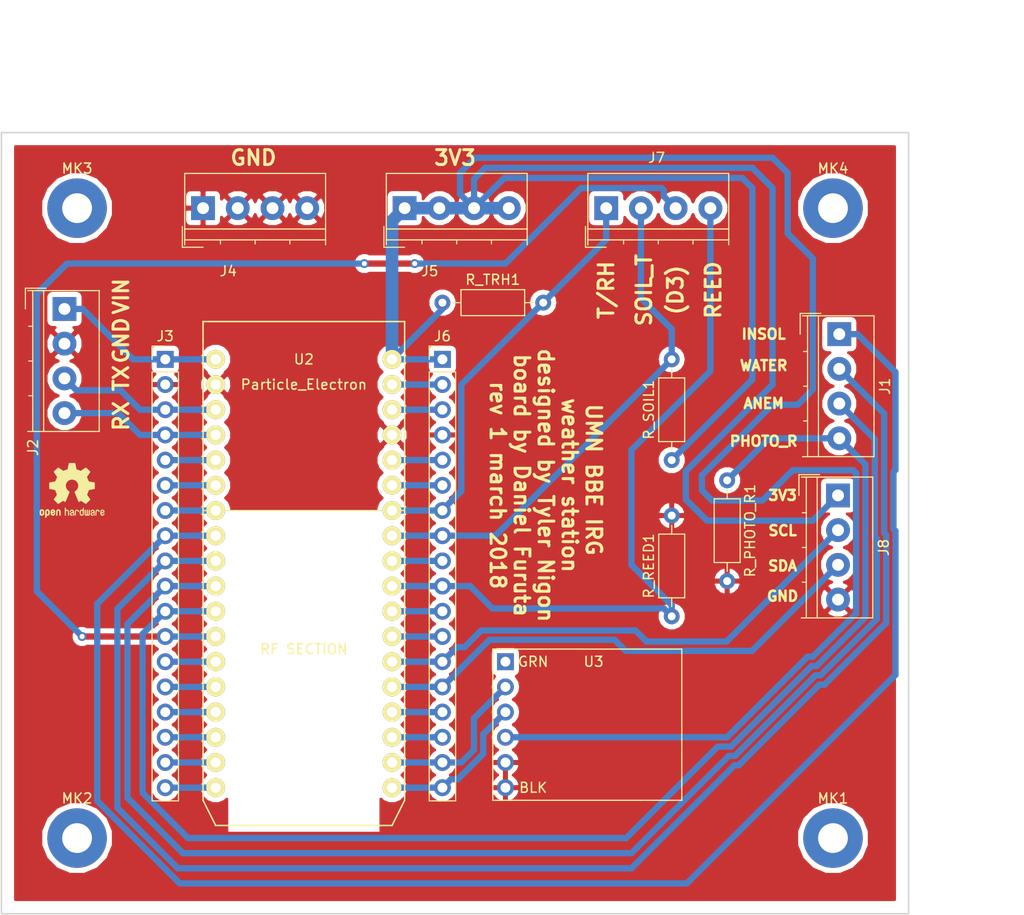
<source format=kicad_pcb>
(kicad_pcb (version 20171130) (host pcbnew "(5.0.0-rc2-dev-179-gab3780148)")

  (general
    (thickness 1.6)
    (drawings 25)
    (tracks 196)
    (zones 0)
    (modules 19)
    (nets 41)
  )

  (page A4)
  (layers
    (0 F.Cu signal)
    (31 B.Cu signal)
    (32 B.Adhes user)
    (33 F.Adhes user)
    (34 B.Paste user)
    (35 F.Paste user)
    (36 B.SilkS user)
    (37 F.SilkS user)
    (38 B.Mask user)
    (39 F.Mask user)
    (40 Dwgs.User user)
    (41 Cmts.User user)
    (42 Eco1.User user)
    (43 Eco2.User user)
    (44 Edge.Cuts user)
    (45 Margin user)
    (46 B.CrtYd user)
    (47 F.CrtYd user)
    (48 B.Fab user)
    (49 F.Fab user hide)
  )

  (setup
    (last_trace_width 0.3048)
    (user_trace_width 0.3048)
    (user_trace_width 0.635)
    (user_trace_width 1.27)
    (trace_clearance 0.3048)
    (zone_clearance 0.508)
    (zone_45_only yes)
    (trace_min 0.2)
    (segment_width 0.2)
    (edge_width 0.15)
    (via_size 0.6)
    (via_drill 0.4)
    (via_min_size 0.4)
    (via_min_drill 0.3)
    (user_via 0.889 0.508)
    (uvia_size 0.3)
    (uvia_drill 0.1)
    (uvias_allowed no)
    (uvia_min_size 0.2)
    (uvia_min_drill 0.1)
    (pcb_text_width 0.3)
    (pcb_text_size 1.5 1.5)
    (mod_edge_width 0.15)
    (mod_text_size 1 1)
    (mod_text_width 0.15)
    (pad_size 1.524 1.524)
    (pad_drill 0.762)
    (pad_to_mask_clearance 0.2)
    (aux_axis_origin 0 0)
    (visible_elements 7FFFFFFF)
    (pcbplotparams
      (layerselection 0x010f0_ffffffff)
      (usegerberextensions false)
      (usegerberattributes false)
      (usegerberadvancedattributes false)
      (creategerberjobfile false)
      (excludeedgelayer true)
      (linewidth 0.100000)
      (plotframeref false)
      (viasonmask false)
      (mode 1)
      (useauxorigin false)
      (hpglpennumber 1)
      (hpglpenspeed 20)
      (hpglpendiameter 15)
      (psnegative false)
      (psa4output false)
      (plotreference true)
      (plotvalue true)
      (plotinvisibletext false)
      (padsonsilk false)
      (subtractmaskfromsilk false)
      (outputformat 1)
      (mirror false)
      (drillshape 0)
      (scaleselection 1)
      (outputdirectory weather_station_gerbers/))
  )

  (net 0 "")
  (net 1 /SOLAR_RAD)
  (net 2 /ANEMOMETER)
  (net 3 /PHOTO_R)
  (net 4 /VIN)
  (net 5 GND)
  (net 6 /TX)
  (net 7 /RX)
  (net 8 "Net-(J3-Pad5)")
  (net 9 "Net-(J3-Pad6)")
  (net 10 "Net-(J3-Pad7)")
  (net 11 "Net-(J3-Pad13)")
  (net 12 "Net-(J3-Pad14)")
  (net 13 "Net-(J3-Pad15)")
  (net 14 "Net-(J3-Pad16)")
  (net 15 "Net-(J3-Pad17)")
  (net 16 "Net-(J3-Pad18)")
  (net 17 /3V3)
  (net 18 "Net-(J6-Pad2)")
  (net 19 "Net-(J6-Pad3)")
  (net 20 "Net-(J6-Pad5)")
  (net 21 "Net-(J6-Pad6)")
  (net 22 /T_RH)
  (net 23 /SOIL_T)
  (net 24 /D3)
  (net 25 /REED_SW)
  (net 26 "Net-(J6-Pad11)")
  (net 27 "Net-(J6-Pad12)")
  (net 28 /SCL)
  (net 29 /SDA)
  (net 30 "Net-(J6-Pad15)")
  (net 31 "Net-(J6-Pad16)")
  (net 32 /TO_LOG)
  (net 33 /FROM_LOG)
  (net 34 "Net-(MK1-Pad1)")
  (net 35 "Net-(MK2-Pad1)")
  (net 36 "Net-(MK3-Pad1)")
  (net 37 "Net-(MK4-Pad1)")
  (net 38 "Net-(U3-Pad1)")
  (net 39 /WATERMARK)
  (net 40 /WIND_DIR)

  (net_class Default "This is the default net class."
    (clearance 0.3048)
    (trace_width 0.3048)
    (via_dia 0.6)
    (via_drill 0.4)
    (uvia_dia 0.3)
    (uvia_drill 0.1)
    (add_net /3V3)
    (add_net /ANEMOMETER)
    (add_net /D3)
    (add_net /FROM_LOG)
    (add_net /PHOTO_R)
    (add_net /REED_SW)
    (add_net /RX)
    (add_net /SCL)
    (add_net /SDA)
    (add_net /SOIL_T)
    (add_net /SOLAR_RAD)
    (add_net /TO_LOG)
    (add_net /TX)
    (add_net /T_RH)
    (add_net /VIN)
    (add_net /WATERMARK)
    (add_net /WIND_DIR)
    (add_net GND)
    (add_net "Net-(J3-Pad13)")
    (add_net "Net-(J3-Pad14)")
    (add_net "Net-(J3-Pad15)")
    (add_net "Net-(J3-Pad16)")
    (add_net "Net-(J3-Pad17)")
    (add_net "Net-(J3-Pad18)")
    (add_net "Net-(J3-Pad5)")
    (add_net "Net-(J3-Pad6)")
    (add_net "Net-(J3-Pad7)")
    (add_net "Net-(J6-Pad11)")
    (add_net "Net-(J6-Pad12)")
    (add_net "Net-(J6-Pad15)")
    (add_net "Net-(J6-Pad16)")
    (add_net "Net-(J6-Pad2)")
    (add_net "Net-(J6-Pad3)")
    (add_net "Net-(J6-Pad5)")
    (add_net "Net-(J6-Pad6)")
    (add_net "Net-(MK1-Pad1)")
    (add_net "Net-(MK2-Pad1)")
    (add_net "Net-(MK3-Pad1)")
    (add_net "Net-(MK4-Pad1)")
    (add_net "Net-(U3-Pad1)")
  )

  (module connectors:Pin_Header_Straight_1x18_Pitch2.54mm (layer F.Cu) (tedit 59650532) (tstamp 5AA32617)
    (at 87.63 66.04)
    (descr "Through hole straight pin header, 1x18, 2.54mm pitch, single row")
    (tags "Through hole pin header THT 1x18 2.54mm single row")
    (path /5A97EC86)
    (fp_text reference J6 (at 0 -2.33) (layer F.SilkS)
      (effects (font (size 1 1) (thickness 0.15)))
    )
    (fp_text value Conn_01x18 (at 0 45.51) (layer F.Fab)
      (effects (font (size 1 1) (thickness 0.15)))
    )
    (fp_line (start -0.635 -1.27) (end 1.27 -1.27) (layer F.Fab) (width 0.1))
    (fp_line (start 1.27 -1.27) (end 1.27 44.45) (layer F.Fab) (width 0.1))
    (fp_line (start 1.27 44.45) (end -1.27 44.45) (layer F.Fab) (width 0.1))
    (fp_line (start -1.27 44.45) (end -1.27 -0.635) (layer F.Fab) (width 0.1))
    (fp_line (start -1.27 -0.635) (end -0.635 -1.27) (layer F.Fab) (width 0.1))
    (fp_line (start -1.33 44.51) (end 1.33 44.51) (layer F.SilkS) (width 0.12))
    (fp_line (start -1.33 1.27) (end -1.33 44.51) (layer F.SilkS) (width 0.12))
    (fp_line (start 1.33 1.27) (end 1.33 44.51) (layer F.SilkS) (width 0.12))
    (fp_line (start -1.33 1.27) (end 1.33 1.27) (layer F.SilkS) (width 0.12))
    (fp_line (start -1.33 0) (end -1.33 -1.33) (layer F.SilkS) (width 0.12))
    (fp_line (start -1.33 -1.33) (end 0 -1.33) (layer F.SilkS) (width 0.12))
    (fp_line (start -1.8 -1.8) (end -1.8 44.95) (layer F.CrtYd) (width 0.05))
    (fp_line (start -1.8 44.95) (end 1.8 44.95) (layer F.CrtYd) (width 0.05))
    (fp_line (start 1.8 44.95) (end 1.8 -1.8) (layer F.CrtYd) (width 0.05))
    (fp_line (start 1.8 -1.8) (end -1.8 -1.8) (layer F.CrtYd) (width 0.05))
    (fp_text user %R (at 0 21.59 90) (layer F.Fab)
      (effects (font (size 1 1) (thickness 0.15)))
    )
    (pad 1 thru_hole rect (at 0 0) (size 1.7 1.7) (drill 1) (layers *.Cu *.Mask)
      (net 17 /3V3))
    (pad 2 thru_hole oval (at 0 2.54) (size 1.7 1.7) (drill 1) (layers *.Cu *.Mask)
      (net 18 "Net-(J6-Pad2)"))
    (pad 3 thru_hole oval (at 0 5.08) (size 1.7 1.7) (drill 1) (layers *.Cu *.Mask)
      (net 19 "Net-(J6-Pad3)"))
    (pad 4 thru_hole oval (at 0 7.62) (size 1.7 1.7) (drill 1) (layers *.Cu *.Mask)
      (net 5 GND))
    (pad 5 thru_hole oval (at 0 10.16) (size 1.7 1.7) (drill 1) (layers *.Cu *.Mask)
      (net 20 "Net-(J6-Pad5)"))
    (pad 6 thru_hole oval (at 0 12.7) (size 1.7 1.7) (drill 1) (layers *.Cu *.Mask)
      (net 21 "Net-(J6-Pad6)"))
    (pad 7 thru_hole oval (at 0 15.24) (size 1.7 1.7) (drill 1) (layers *.Cu *.Mask)
      (net 22 /T_RH))
    (pad 8 thru_hole oval (at 0 17.78) (size 1.7 1.7) (drill 1) (layers *.Cu *.Mask)
      (net 23 /SOIL_T))
    (pad 9 thru_hole oval (at 0 20.32) (size 1.7 1.7) (drill 1) (layers *.Cu *.Mask)
      (net 24 /D3))
    (pad 10 thru_hole oval (at 0 22.86) (size 1.7 1.7) (drill 1) (layers *.Cu *.Mask)
      (net 25 /REED_SW))
    (pad 11 thru_hole oval (at 0 25.4) (size 1.7 1.7) (drill 1) (layers *.Cu *.Mask)
      (net 26 "Net-(J6-Pad11)"))
    (pad 12 thru_hole oval (at 0 27.94) (size 1.7 1.7) (drill 1) (layers *.Cu *.Mask)
      (net 27 "Net-(J6-Pad12)"))
    (pad 13 thru_hole oval (at 0 30.48) (size 1.7 1.7) (drill 1) (layers *.Cu *.Mask)
      (net 28 /SCL))
    (pad 14 thru_hole oval (at 0 33.02) (size 1.7 1.7) (drill 1) (layers *.Cu *.Mask)
      (net 29 /SDA))
    (pad 15 thru_hole oval (at 0 35.56) (size 1.7 1.7) (drill 1) (layers *.Cu *.Mask)
      (net 30 "Net-(J6-Pad15)"))
    (pad 16 thru_hole oval (at 0 38.1) (size 1.7 1.7) (drill 1) (layers *.Cu *.Mask)
      (net 31 "Net-(J6-Pad16)"))
    (pad 17 thru_hole oval (at 0 40.64) (size 1.7 1.7) (drill 1) (layers *.Cu *.Mask)
      (net 32 /TO_LOG))
    (pad 18 thru_hole oval (at 0 43.18) (size 1.7 1.7) (drill 1) (layers *.Cu *.Mask)
      (net 33 /FROM_LOG))
    (model ${KISYS3DMOD}/Pin_Headers.3dshapes/Pin_Header_Straight_1x18_Pitch2.54mm.wrl
      (at (xyz 0 0 0))
      (scale (xyz 1 1 1))
      (rotate (xyz 0 0 0))
    )
  )

  (module connectors:TerminalBlock_04x3.5mm_Straight (layer F.Cu) (tedit 5AA6EF31) (tstamp 5AA325D3)
    (at 127.635 63.5 270)
    (descr "4-way 3.5mm pitch terminal block, https://cdn-shop.adafruit.com/datasheets/19963.pdf")
    (tags "screw terminal block")
    (path /5AA302B5)
    (fp_text reference J1 (at 5.25 -4.6 270) (layer F.SilkS)
      (effects (font (size 1 1) (thickness 0.15)))
    )
    (fp_text value Screw_Terminal_01x04 (at 5.08 -2.413 270) (layer F.Fab)
      (effects (font (size 1 1) (thickness 0.15)))
    )
    (fp_line (start -2.25 -3.9) (end -2.25 4.1) (layer F.CrtYd) (width 0.05))
    (fp_line (start -2.25 4.1) (end 12.75 4.1) (layer F.CrtYd) (width 0.05))
    (fp_line (start 12.75 4.1) (end 12.75 -3.9) (layer F.CrtYd) (width 0.05))
    (fp_line (start 12.75 -3.9) (end -2.25 -3.9) (layer F.CrtYd) (width 0.05))
    (fp_line (start -1.75 2.1) (end 12.25 2.1) (layer F.Fab) (width 0.1))
    (fp_line (start -1.75 3.2) (end 12.25 3.2) (layer F.Fab) (width 0.1))
    (fp_line (start -1.75 3.6) (end -1.75 -3.4) (layer F.Fab) (width 0.1))
    (fp_line (start -1.75 -3.4) (end 12.25 -3.4) (layer F.Fab) (width 0.1))
    (fp_line (start 12.25 -3.4) (end 12.25 3.6) (layer F.Fab) (width 0.1))
    (fp_line (start 1.75 3.2) (end 1.75 3.6) (layer F.Fab) (width 0.1))
    (fp_line (start 5.25 3.2) (end 5.25 3.6) (layer F.Fab) (width 0.1))
    (fp_line (start 8.75 3.2) (end 8.75 3.6) (layer F.Fab) (width 0.1))
    (fp_line (start -2.09 1.85) (end -2.09 3.94) (layer F.Fab) (width 0.1))
    (fp_line (start -2.09 3.94) (end 0 3.94) (layer F.Fab) (width 0.1))
    (fp_line (start -1.85 2.1) (end 12.35 2.1) (layer F.SilkS) (width 0.12))
    (fp_line (start -1.85 3.2) (end 12.35 3.2) (layer F.SilkS) (width 0.12))
    (fp_line (start -1.85 3.7) (end -1.85 -3.5) (layer F.SilkS) (width 0.12))
    (fp_line (start -1.85 -3.5) (end 12.35 -3.5) (layer F.SilkS) (width 0.12))
    (fp_line (start 12.35 -3.5) (end 12.35 3.7) (layer F.SilkS) (width 0.12))
    (fp_line (start 1.75 3.2) (end 1.75 3.6) (layer F.SilkS) (width 0.12))
    (fp_line (start 5.25 3.2) (end 5.25 3.6) (layer F.SilkS) (width 0.12))
    (fp_line (start 8.75 3.2) (end 8.75 3.6) (layer F.SilkS) (width 0.12))
    (fp_line (start -2.09 1.85) (end -2.09 3.94) (layer F.SilkS) (width 0.12))
    (fp_line (start -2.09 3.94) (end 0 3.94) (layer F.SilkS) (width 0.12))
    (fp_text user %R (at 5.25 0.1 270) (layer F.Fab)
      (effects (font (size 1 1) (thickness 0.15)))
    )
    (pad 1 thru_hole rect (at 0 0 270) (size 2.4 2.4) (drill 1.2) (layers *.Cu *.Mask)
      (net 1 /SOLAR_RAD))
    (pad 2 thru_hole circle (at 3.5 0 270) (size 2.4 2.4) (drill 1.2) (layers *.Cu *.Mask)
      (net 39 /WATERMARK))
    (pad 3 thru_hole circle (at 7 0 270) (size 2.4 2.4) (drill 1.2) (layers *.Cu *.Mask)
      (net 2 /ANEMOMETER))
    (pad 4 thru_hole circle (at 10.5 0 270) (size 2.4 2.4) (drill 1.2) (layers *.Cu *.Mask)
      (net 3 /PHOTO_R))
    (model ${KISYS3DMOD}/Connectors_Terminal_Blocks.3dshapes/TerminalBlock_4UCON_19963_04x3.5mm_Straight.wrl
      (at (xyz 0 0 0))
      (scale (xyz 1 1 1))
      (rotate (xyz 0 0 0))
    )
  )

  (module connectors:TerminalBlock_04x3.5mm_Straight (layer F.Cu) (tedit 5971E3D8) (tstamp 5AA325DB)
    (at 49.53 60.96 270)
    (descr "4-way 3.5mm pitch terminal block, https://cdn-shop.adafruit.com/datasheets/19963.pdf")
    (tags "screw terminal block")
    (path /5A97E84F)
    (fp_text reference J2 (at 13.97 3.175 270) (layer F.SilkS)
      (effects (font (size 1 1) (thickness 0.15)))
    )
    (fp_text value Screw_Terminal_01x04 (at 5.25 5.1 270) (layer F.Fab)
      (effects (font (size 1 1) (thickness 0.15)))
    )
    (fp_line (start -2.25 -3.9) (end -2.25 4.1) (layer F.CrtYd) (width 0.05))
    (fp_line (start -2.25 4.1) (end 12.75 4.1) (layer F.CrtYd) (width 0.05))
    (fp_line (start 12.75 4.1) (end 12.75 -3.9) (layer F.CrtYd) (width 0.05))
    (fp_line (start 12.75 -3.9) (end -2.25 -3.9) (layer F.CrtYd) (width 0.05))
    (fp_line (start -1.75 2.1) (end 12.25 2.1) (layer F.Fab) (width 0.1))
    (fp_line (start -1.75 3.2) (end 12.25 3.2) (layer F.Fab) (width 0.1))
    (fp_line (start -1.75 3.6) (end -1.75 -3.4) (layer F.Fab) (width 0.1))
    (fp_line (start -1.75 -3.4) (end 12.25 -3.4) (layer F.Fab) (width 0.1))
    (fp_line (start 12.25 -3.4) (end 12.25 3.6) (layer F.Fab) (width 0.1))
    (fp_line (start 1.75 3.2) (end 1.75 3.6) (layer F.Fab) (width 0.1))
    (fp_line (start 5.25 3.2) (end 5.25 3.6) (layer F.Fab) (width 0.1))
    (fp_line (start 8.75 3.2) (end 8.75 3.6) (layer F.Fab) (width 0.1))
    (fp_line (start -2.09 1.85) (end -2.09 3.94) (layer F.Fab) (width 0.1))
    (fp_line (start -2.09 3.94) (end 0 3.94) (layer F.Fab) (width 0.1))
    (fp_line (start -1.85 2.1) (end 12.35 2.1) (layer F.SilkS) (width 0.12))
    (fp_line (start -1.85 3.2) (end 12.35 3.2) (layer F.SilkS) (width 0.12))
    (fp_line (start -1.85 3.7) (end -1.85 -3.5) (layer F.SilkS) (width 0.12))
    (fp_line (start -1.85 -3.5) (end 12.35 -3.5) (layer F.SilkS) (width 0.12))
    (fp_line (start 12.35 -3.5) (end 12.35 3.7) (layer F.SilkS) (width 0.12))
    (fp_line (start 1.75 3.2) (end 1.75 3.6) (layer F.SilkS) (width 0.12))
    (fp_line (start 5.25 3.2) (end 5.25 3.6) (layer F.SilkS) (width 0.12))
    (fp_line (start 8.75 3.2) (end 8.75 3.6) (layer F.SilkS) (width 0.12))
    (fp_line (start -2.09 1.85) (end -2.09 3.94) (layer F.SilkS) (width 0.12))
    (fp_line (start -2.09 3.94) (end 0 3.94) (layer F.SilkS) (width 0.12))
    (fp_text user %R (at 5.25 0.1 270) (layer F.Fab)
      (effects (font (size 1 1) (thickness 0.15)))
    )
    (pad 1 thru_hole rect (at 0 0 270) (size 2.4 2.4) (drill 1.2) (layers *.Cu *.Mask)
      (net 4 /VIN))
    (pad 2 thru_hole circle (at 3.5 0 270) (size 2.4 2.4) (drill 1.2) (layers *.Cu *.Mask)
      (net 5 GND))
    (pad 3 thru_hole circle (at 7 0 270) (size 2.4 2.4) (drill 1.2) (layers *.Cu *.Mask)
      (net 6 /TX))
    (pad 4 thru_hole circle (at 10.5 0 270) (size 2.4 2.4) (drill 1.2) (layers *.Cu *.Mask)
      (net 7 /RX))
    (model ${KISYS3DMOD}/Connectors_Terminal_Blocks.3dshapes/TerminalBlock_4UCON_19963_04x3.5mm_Straight.wrl
      (at (xyz 0 0 0))
      (scale (xyz 1 1 1))
      (rotate (xyz 0 0 0))
    )
  )

  (module connectors:Pin_Header_Straight_1x18_Pitch2.54mm (layer F.Cu) (tedit 59650532) (tstamp 5AA325F1)
    (at 59.69 66.04)
    (descr "Through hole straight pin header, 1x18, 2.54mm pitch, single row")
    (tags "Through hole pin header THT 1x18 2.54mm single row")
    (path /5A97E892)
    (fp_text reference J3 (at 0 -2.33) (layer F.SilkS)
      (effects (font (size 1 1) (thickness 0.15)))
    )
    (fp_text value Conn_01x18 (at 0 45.51) (layer F.Fab)
      (effects (font (size 1 1) (thickness 0.15)))
    )
    (fp_line (start -0.635 -1.27) (end 1.27 -1.27) (layer F.Fab) (width 0.1))
    (fp_line (start 1.27 -1.27) (end 1.27 44.45) (layer F.Fab) (width 0.1))
    (fp_line (start 1.27 44.45) (end -1.27 44.45) (layer F.Fab) (width 0.1))
    (fp_line (start -1.27 44.45) (end -1.27 -0.635) (layer F.Fab) (width 0.1))
    (fp_line (start -1.27 -0.635) (end -0.635 -1.27) (layer F.Fab) (width 0.1))
    (fp_line (start -1.33 44.51) (end 1.33 44.51) (layer F.SilkS) (width 0.12))
    (fp_line (start -1.33 1.27) (end -1.33 44.51) (layer F.SilkS) (width 0.12))
    (fp_line (start 1.33 1.27) (end 1.33 44.51) (layer F.SilkS) (width 0.12))
    (fp_line (start -1.33 1.27) (end 1.33 1.27) (layer F.SilkS) (width 0.12))
    (fp_line (start -1.33 0) (end -1.33 -1.33) (layer F.SilkS) (width 0.12))
    (fp_line (start -1.33 -1.33) (end 0 -1.33) (layer F.SilkS) (width 0.12))
    (fp_line (start -1.8 -1.8) (end -1.8 44.95) (layer F.CrtYd) (width 0.05))
    (fp_line (start -1.8 44.95) (end 1.8 44.95) (layer F.CrtYd) (width 0.05))
    (fp_line (start 1.8 44.95) (end 1.8 -1.8) (layer F.CrtYd) (width 0.05))
    (fp_line (start 1.8 -1.8) (end -1.8 -1.8) (layer F.CrtYd) (width 0.05))
    (fp_text user %R (at 0 21.59 90) (layer F.Fab)
      (effects (font (size 1 1) (thickness 0.15)))
    )
    (pad 1 thru_hole rect (at 0 0) (size 1.7 1.7) (drill 1) (layers *.Cu *.Mask)
      (net 4 /VIN))
    (pad 2 thru_hole oval (at 0 2.54) (size 1.7 1.7) (drill 1) (layers *.Cu *.Mask)
      (net 5 GND))
    (pad 3 thru_hole oval (at 0 5.08) (size 1.7 1.7) (drill 1) (layers *.Cu *.Mask)
      (net 6 /TX))
    (pad 4 thru_hole oval (at 0 7.62) (size 1.7 1.7) (drill 1) (layers *.Cu *.Mask)
      (net 7 /RX))
    (pad 5 thru_hole oval (at 0 10.16) (size 1.7 1.7) (drill 1) (layers *.Cu *.Mask)
      (net 8 "Net-(J3-Pad5)"))
    (pad 6 thru_hole oval (at 0 12.7) (size 1.7 1.7) (drill 1) (layers *.Cu *.Mask)
      (net 9 "Net-(J3-Pad6)"))
    (pad 7 thru_hole oval (at 0 15.24) (size 1.7 1.7) (drill 1) (layers *.Cu *.Mask)
      (net 10 "Net-(J3-Pad7)"))
    (pad 8 thru_hole oval (at 0 17.78) (size 1.7 1.7) (drill 1) (layers *.Cu *.Mask)
      (net 1 /SOLAR_RAD))
    (pad 9 thru_hole oval (at 0 20.32) (size 1.7 1.7) (drill 1) (layers *.Cu *.Mask)
      (net 39 /WATERMARK))
    (pad 10 thru_hole oval (at 0 22.86) (size 1.7 1.7) (drill 1) (layers *.Cu *.Mask)
      (net 2 /ANEMOMETER))
    (pad 11 thru_hole oval (at 0 25.4) (size 1.7 1.7) (drill 1) (layers *.Cu *.Mask)
      (net 3 /PHOTO_R))
    (pad 12 thru_hole oval (at 0 27.94) (size 1.7 1.7) (drill 1) (layers *.Cu *.Mask)
      (net 40 /WIND_DIR))
    (pad 13 thru_hole oval (at 0 30.48) (size 1.7 1.7) (drill 1) (layers *.Cu *.Mask)
      (net 11 "Net-(J3-Pad13)"))
    (pad 14 thru_hole oval (at 0 33.02) (size 1.7 1.7) (drill 1) (layers *.Cu *.Mask)
      (net 12 "Net-(J3-Pad14)"))
    (pad 15 thru_hole oval (at 0 35.56) (size 1.7 1.7) (drill 1) (layers *.Cu *.Mask)
      (net 13 "Net-(J3-Pad15)"))
    (pad 16 thru_hole oval (at 0 38.1) (size 1.7 1.7) (drill 1) (layers *.Cu *.Mask)
      (net 14 "Net-(J3-Pad16)"))
    (pad 17 thru_hole oval (at 0 40.64) (size 1.7 1.7) (drill 1) (layers *.Cu *.Mask)
      (net 15 "Net-(J3-Pad17)"))
    (pad 18 thru_hole oval (at 0 43.18) (size 1.7 1.7) (drill 1) (layers *.Cu *.Mask)
      (net 16 "Net-(J3-Pad18)"))
    (model ${KISYS3DMOD}/Pin_Headers.3dshapes/Pin_Header_Straight_1x18_Pitch2.54mm.wrl
      (at (xyz 0 0 0))
      (scale (xyz 1 1 1))
      (rotate (xyz 0 0 0))
    )
  )

  (module connectors:TerminalBlock_04x3.5mm_Straight (layer F.Cu) (tedit 5971E3D8) (tstamp 5AA325F9)
    (at 63.5 50.8)
    (descr "4-way 3.5mm pitch terminal block, https://cdn-shop.adafruit.com/datasheets/19963.pdf")
    (tags "screw terminal block")
    (path /5AA2FEA9)
    (fp_text reference J4 (at 2.54 6.35) (layer F.SilkS)
      (effects (font (size 1 1) (thickness 0.15)))
    )
    (fp_text value Screw_Terminal_01x04 (at 5.25 5.1) (layer F.Fab)
      (effects (font (size 1 1) (thickness 0.15)))
    )
    (fp_line (start -2.25 -3.9) (end -2.25 4.1) (layer F.CrtYd) (width 0.05))
    (fp_line (start -2.25 4.1) (end 12.75 4.1) (layer F.CrtYd) (width 0.05))
    (fp_line (start 12.75 4.1) (end 12.75 -3.9) (layer F.CrtYd) (width 0.05))
    (fp_line (start 12.75 -3.9) (end -2.25 -3.9) (layer F.CrtYd) (width 0.05))
    (fp_line (start -1.75 2.1) (end 12.25 2.1) (layer F.Fab) (width 0.1))
    (fp_line (start -1.75 3.2) (end 12.25 3.2) (layer F.Fab) (width 0.1))
    (fp_line (start -1.75 3.6) (end -1.75 -3.4) (layer F.Fab) (width 0.1))
    (fp_line (start -1.75 -3.4) (end 12.25 -3.4) (layer F.Fab) (width 0.1))
    (fp_line (start 12.25 -3.4) (end 12.25 3.6) (layer F.Fab) (width 0.1))
    (fp_line (start 1.75 3.2) (end 1.75 3.6) (layer F.Fab) (width 0.1))
    (fp_line (start 5.25 3.2) (end 5.25 3.6) (layer F.Fab) (width 0.1))
    (fp_line (start 8.75 3.2) (end 8.75 3.6) (layer F.Fab) (width 0.1))
    (fp_line (start -2.09 1.85) (end -2.09 3.94) (layer F.Fab) (width 0.1))
    (fp_line (start -2.09 3.94) (end 0 3.94) (layer F.Fab) (width 0.1))
    (fp_line (start -1.85 2.1) (end 12.35 2.1) (layer F.SilkS) (width 0.12))
    (fp_line (start -1.85 3.2) (end 12.35 3.2) (layer F.SilkS) (width 0.12))
    (fp_line (start -1.85 3.7) (end -1.85 -3.5) (layer F.SilkS) (width 0.12))
    (fp_line (start -1.85 -3.5) (end 12.35 -3.5) (layer F.SilkS) (width 0.12))
    (fp_line (start 12.35 -3.5) (end 12.35 3.7) (layer F.SilkS) (width 0.12))
    (fp_line (start 1.75 3.2) (end 1.75 3.6) (layer F.SilkS) (width 0.12))
    (fp_line (start 5.25 3.2) (end 5.25 3.6) (layer F.SilkS) (width 0.12))
    (fp_line (start 8.75 3.2) (end 8.75 3.6) (layer F.SilkS) (width 0.12))
    (fp_line (start -2.09 1.85) (end -2.09 3.94) (layer F.SilkS) (width 0.12))
    (fp_line (start -2.09 3.94) (end 0 3.94) (layer F.SilkS) (width 0.12))
    (fp_text user %R (at 5.25 0.1) (layer F.Fab)
      (effects (font (size 1 1) (thickness 0.15)))
    )
    (pad 1 thru_hole rect (at 0 0) (size 2.4 2.4) (drill 1.2) (layers *.Cu *.Mask)
      (net 5 GND))
    (pad 2 thru_hole circle (at 3.5 0) (size 2.4 2.4) (drill 1.2) (layers *.Cu *.Mask)
      (net 5 GND))
    (pad 3 thru_hole circle (at 7 0) (size 2.4 2.4) (drill 1.2) (layers *.Cu *.Mask)
      (net 5 GND))
    (pad 4 thru_hole circle (at 10.5 0) (size 2.4 2.4) (drill 1.2) (layers *.Cu *.Mask)
      (net 5 GND))
    (model ${KISYS3DMOD}/Connectors_Terminal_Blocks.3dshapes/TerminalBlock_4UCON_19963_04x3.5mm_Straight.wrl
      (at (xyz 0 0 0))
      (scale (xyz 1 1 1))
      (rotate (xyz 0 0 0))
    )
  )

  (module connectors:TerminalBlock_04x3.5mm_Straight (layer F.Cu) (tedit 5971E3D8) (tstamp 5AA32601)
    (at 83.82 50.8)
    (descr "4-way 3.5mm pitch terminal block, https://cdn-shop.adafruit.com/datasheets/19963.pdf")
    (tags "screw terminal block")
    (path /5AA2F863)
    (fp_text reference J5 (at 2.54 6.35) (layer F.SilkS)
      (effects (font (size 1 1) (thickness 0.15)))
    )
    (fp_text value Screw_Terminal_01x04 (at 5.25 5.1) (layer F.Fab)
      (effects (font (size 1 1) (thickness 0.15)))
    )
    (fp_line (start -2.25 -3.9) (end -2.25 4.1) (layer F.CrtYd) (width 0.05))
    (fp_line (start -2.25 4.1) (end 12.75 4.1) (layer F.CrtYd) (width 0.05))
    (fp_line (start 12.75 4.1) (end 12.75 -3.9) (layer F.CrtYd) (width 0.05))
    (fp_line (start 12.75 -3.9) (end -2.25 -3.9) (layer F.CrtYd) (width 0.05))
    (fp_line (start -1.75 2.1) (end 12.25 2.1) (layer F.Fab) (width 0.1))
    (fp_line (start -1.75 3.2) (end 12.25 3.2) (layer F.Fab) (width 0.1))
    (fp_line (start -1.75 3.6) (end -1.75 -3.4) (layer F.Fab) (width 0.1))
    (fp_line (start -1.75 -3.4) (end 12.25 -3.4) (layer F.Fab) (width 0.1))
    (fp_line (start 12.25 -3.4) (end 12.25 3.6) (layer F.Fab) (width 0.1))
    (fp_line (start 1.75 3.2) (end 1.75 3.6) (layer F.Fab) (width 0.1))
    (fp_line (start 5.25 3.2) (end 5.25 3.6) (layer F.Fab) (width 0.1))
    (fp_line (start 8.75 3.2) (end 8.75 3.6) (layer F.Fab) (width 0.1))
    (fp_line (start -2.09 1.85) (end -2.09 3.94) (layer F.Fab) (width 0.1))
    (fp_line (start -2.09 3.94) (end 0 3.94) (layer F.Fab) (width 0.1))
    (fp_line (start -1.85 2.1) (end 12.35 2.1) (layer F.SilkS) (width 0.12))
    (fp_line (start -1.85 3.2) (end 12.35 3.2) (layer F.SilkS) (width 0.12))
    (fp_line (start -1.85 3.7) (end -1.85 -3.5) (layer F.SilkS) (width 0.12))
    (fp_line (start -1.85 -3.5) (end 12.35 -3.5) (layer F.SilkS) (width 0.12))
    (fp_line (start 12.35 -3.5) (end 12.35 3.7) (layer F.SilkS) (width 0.12))
    (fp_line (start 1.75 3.2) (end 1.75 3.6) (layer F.SilkS) (width 0.12))
    (fp_line (start 5.25 3.2) (end 5.25 3.6) (layer F.SilkS) (width 0.12))
    (fp_line (start 8.75 3.2) (end 8.75 3.6) (layer F.SilkS) (width 0.12))
    (fp_line (start -2.09 1.85) (end -2.09 3.94) (layer F.SilkS) (width 0.12))
    (fp_line (start -2.09 3.94) (end 0 3.94) (layer F.SilkS) (width 0.12))
    (fp_text user %R (at 5.25 0.1) (layer F.Fab)
      (effects (font (size 1 1) (thickness 0.15)))
    )
    (pad 1 thru_hole rect (at 0 0) (size 2.4 2.4) (drill 1.2) (layers *.Cu *.Mask)
      (net 17 /3V3))
    (pad 2 thru_hole circle (at 3.5 0) (size 2.4 2.4) (drill 1.2) (layers *.Cu *.Mask)
      (net 17 /3V3))
    (pad 3 thru_hole circle (at 7 0) (size 2.4 2.4) (drill 1.2) (layers *.Cu *.Mask)
      (net 17 /3V3))
    (pad 4 thru_hole circle (at 10.5 0) (size 2.4 2.4) (drill 1.2) (layers *.Cu *.Mask)
      (net 17 /3V3))
    (model ${KISYS3DMOD}/Connectors_Terminal_Blocks.3dshapes/TerminalBlock_4UCON_19963_04x3.5mm_Straight.wrl
      (at (xyz 0 0 0))
      (scale (xyz 1 1 1))
      (rotate (xyz 0 0 0))
    )
  )

  (module connectors:TerminalBlock_04x3.5mm_Straight (layer F.Cu) (tedit 5971E3D8) (tstamp 5AA3261F)
    (at 104.14 50.8)
    (descr "4-way 3.5mm pitch terminal block, https://cdn-shop.adafruit.com/datasheets/19963.pdf")
    (tags "screw terminal block")
    (path /5AA31053)
    (fp_text reference J7 (at 5.08 -5.08) (layer F.SilkS)
      (effects (font (size 1 1) (thickness 0.15)))
    )
    (fp_text value Screw_Terminal_01x04 (at 5.25 5.1) (layer F.Fab)
      (effects (font (size 1 1) (thickness 0.15)))
    )
    (fp_line (start -2.25 -3.9) (end -2.25 4.1) (layer F.CrtYd) (width 0.05))
    (fp_line (start -2.25 4.1) (end 12.75 4.1) (layer F.CrtYd) (width 0.05))
    (fp_line (start 12.75 4.1) (end 12.75 -3.9) (layer F.CrtYd) (width 0.05))
    (fp_line (start 12.75 -3.9) (end -2.25 -3.9) (layer F.CrtYd) (width 0.05))
    (fp_line (start -1.75 2.1) (end 12.25 2.1) (layer F.Fab) (width 0.1))
    (fp_line (start -1.75 3.2) (end 12.25 3.2) (layer F.Fab) (width 0.1))
    (fp_line (start -1.75 3.6) (end -1.75 -3.4) (layer F.Fab) (width 0.1))
    (fp_line (start -1.75 -3.4) (end 12.25 -3.4) (layer F.Fab) (width 0.1))
    (fp_line (start 12.25 -3.4) (end 12.25 3.6) (layer F.Fab) (width 0.1))
    (fp_line (start 1.75 3.2) (end 1.75 3.6) (layer F.Fab) (width 0.1))
    (fp_line (start 5.25 3.2) (end 5.25 3.6) (layer F.Fab) (width 0.1))
    (fp_line (start 8.75 3.2) (end 8.75 3.6) (layer F.Fab) (width 0.1))
    (fp_line (start -2.09 1.85) (end -2.09 3.94) (layer F.Fab) (width 0.1))
    (fp_line (start -2.09 3.94) (end 0 3.94) (layer F.Fab) (width 0.1))
    (fp_line (start -1.85 2.1) (end 12.35 2.1) (layer F.SilkS) (width 0.12))
    (fp_line (start -1.85 3.2) (end 12.35 3.2) (layer F.SilkS) (width 0.12))
    (fp_line (start -1.85 3.7) (end -1.85 -3.5) (layer F.SilkS) (width 0.12))
    (fp_line (start -1.85 -3.5) (end 12.35 -3.5) (layer F.SilkS) (width 0.12))
    (fp_line (start 12.35 -3.5) (end 12.35 3.7) (layer F.SilkS) (width 0.12))
    (fp_line (start 1.75 3.2) (end 1.75 3.6) (layer F.SilkS) (width 0.12))
    (fp_line (start 5.25 3.2) (end 5.25 3.6) (layer F.SilkS) (width 0.12))
    (fp_line (start 8.75 3.2) (end 8.75 3.6) (layer F.SilkS) (width 0.12))
    (fp_line (start -2.09 1.85) (end -2.09 3.94) (layer F.SilkS) (width 0.12))
    (fp_line (start -2.09 3.94) (end 0 3.94) (layer F.SilkS) (width 0.12))
    (fp_text user %R (at 5.25 0.1) (layer F.Fab)
      (effects (font (size 1 1) (thickness 0.15)))
    )
    (pad 1 thru_hole rect (at 0 0) (size 2.4 2.4) (drill 1.2) (layers *.Cu *.Mask)
      (net 22 /T_RH))
    (pad 2 thru_hole circle (at 3.5 0) (size 2.4 2.4) (drill 1.2) (layers *.Cu *.Mask)
      (net 23 /SOIL_T))
    (pad 3 thru_hole circle (at 7 0) (size 2.4 2.4) (drill 1.2) (layers *.Cu *.Mask)
      (net 40 /WIND_DIR))
    (pad 4 thru_hole circle (at 10.5 0) (size 2.4 2.4) (drill 1.2) (layers *.Cu *.Mask)
      (net 25 /REED_SW))
    (model ${KISYS3DMOD}/Connectors_Terminal_Blocks.3dshapes/TerminalBlock_4UCON_19963_04x3.5mm_Straight.wrl
      (at (xyz 0 0 0))
      (scale (xyz 1 1 1))
      (rotate (xyz 0 0 0))
    )
  )

  (module mechanical:MountingHole_3mm_Pad (layer F.Cu) (tedit 56D1B4CB) (tstamp 5AA32624)
    (at 127 114.3)
    (descr "Mounting Hole 3mm")
    (tags "mounting hole 3mm")
    (path /5AA32357)
    (fp_text reference MK1 (at 0 -4) (layer F.SilkS)
      (effects (font (size 1 1) (thickness 0.15)))
    )
    (fp_text value Mounting_Hole_PAD (at 0 4) (layer F.Fab)
      (effects (font (size 1 1) (thickness 0.15)))
    )
    (fp_circle (center 0 0) (end 3 0) (layer Cmts.User) (width 0.15))
    (fp_circle (center 0 0) (end 3.25 0) (layer F.CrtYd) (width 0.05))
    (pad 1 thru_hole circle (at 0 0) (size 6 6) (drill 3) (layers *.Cu *.Mask)
      (net 34 "Net-(MK1-Pad1)"))
  )

  (module mechanical:MountingHole_3mm_Pad (layer F.Cu) (tedit 56D1B4CB) (tstamp 5AA32629)
    (at 50.8 114.3)
    (descr "Mounting Hole 3mm")
    (tags "mounting hole 3mm")
    (path /5AA323F7)
    (fp_text reference MK2 (at 0 -4) (layer F.SilkS)
      (effects (font (size 1 1) (thickness 0.15)))
    )
    (fp_text value Mounting_Hole_PAD (at 0 4) (layer F.Fab)
      (effects (font (size 1 1) (thickness 0.15)))
    )
    (fp_circle (center 0 0) (end 3 0) (layer Cmts.User) (width 0.15))
    (fp_circle (center 0 0) (end 3.25 0) (layer F.CrtYd) (width 0.05))
    (pad 1 thru_hole circle (at 0 0) (size 6 6) (drill 3) (layers *.Cu *.Mask)
      (net 35 "Net-(MK2-Pad1)"))
  )

  (module mechanical:MountingHole_3mm_Pad (layer F.Cu) (tedit 56D1B4CB) (tstamp 5AA3262E)
    (at 50.8 50.8)
    (descr "Mounting Hole 3mm")
    (tags "mounting hole 3mm")
    (path /5AA3239B)
    (fp_text reference MK3 (at 0 -4) (layer F.SilkS)
      (effects (font (size 1 1) (thickness 0.15)))
    )
    (fp_text value Mounting_Hole_PAD (at 0 4) (layer F.Fab)
      (effects (font (size 1 1) (thickness 0.15)))
    )
    (fp_circle (center 0 0) (end 3 0) (layer Cmts.User) (width 0.15))
    (fp_circle (center 0 0) (end 3.25 0) (layer F.CrtYd) (width 0.05))
    (pad 1 thru_hole circle (at 0 0) (size 6 6) (drill 3) (layers *.Cu *.Mask)
      (net 36 "Net-(MK3-Pad1)"))
  )

  (module mechanical:MountingHole_3mm_Pad (layer F.Cu) (tedit 56D1B4CB) (tstamp 5AA32633)
    (at 127 50.8)
    (descr "Mounting Hole 3mm")
    (tags "mounting hole 3mm")
    (path /5AA32454)
    (fp_text reference MK4 (at 0 -4) (layer F.SilkS)
      (effects (font (size 1 1) (thickness 0.15)))
    )
    (fp_text value Mounting_Hole_PAD (at 0 4) (layer F.Fab)
      (effects (font (size 1 1) (thickness 0.15)))
    )
    (fp_circle (center 0 0) (end 3 0) (layer Cmts.User) (width 0.15))
    (fp_circle (center 0 0) (end 3.25 0) (layer F.CrtYd) (width 0.05))
    (pad 1 thru_hole circle (at 0 0) (size 6 6) (drill 3) (layers *.Cu *.Mask)
      (net 37 "Net-(MK4-Pad1)"))
  )

  (module passives:R_TH_0.25W_400mil (layer F.Cu) (tedit 5874F706) (tstamp 5AA32639)
    (at 116.332 78.232 270)
    (descr "Resistor, Axial_DIN0207 series, Axial, Horizontal, pin pitch=10.16mm, 0.25W = 1/4W, length*diameter=6.3*2.5mm^2, http://cdn-reichelt.de/documents/datenblatt/B400/1_4W%23YAG.pdf")
    (tags "Resistor Axial_DIN0207 series Axial Horizontal pin pitch 10.16mm 0.25W = 1/4W length 6.3mm diameter 2.5mm")
    (path /5AA305EE)
    (fp_text reference R_PHOTO_R1 (at 5.08 -2.31 270) (layer F.SilkS)
      (effects (font (size 1 1) (thickness 0.15)))
    )
    (fp_text value 10K (at 5.08 2.31 270) (layer F.Fab)
      (effects (font (size 1 1) (thickness 0.15)))
    )
    (fp_line (start 1.93 -1.25) (end 1.93 1.25) (layer F.Fab) (width 0.1))
    (fp_line (start 1.93 1.25) (end 8.23 1.25) (layer F.Fab) (width 0.1))
    (fp_line (start 8.23 1.25) (end 8.23 -1.25) (layer F.Fab) (width 0.1))
    (fp_line (start 8.23 -1.25) (end 1.93 -1.25) (layer F.Fab) (width 0.1))
    (fp_line (start 0 0) (end 1.93 0) (layer F.Fab) (width 0.1))
    (fp_line (start 10.16 0) (end 8.23 0) (layer F.Fab) (width 0.1))
    (fp_line (start 1.87 -1.31) (end 1.87 1.31) (layer F.SilkS) (width 0.12))
    (fp_line (start 1.87 1.31) (end 8.29 1.31) (layer F.SilkS) (width 0.12))
    (fp_line (start 8.29 1.31) (end 8.29 -1.31) (layer F.SilkS) (width 0.12))
    (fp_line (start 8.29 -1.31) (end 1.87 -1.31) (layer F.SilkS) (width 0.12))
    (fp_line (start 0.98 0) (end 1.87 0) (layer F.SilkS) (width 0.12))
    (fp_line (start 9.18 0) (end 8.29 0) (layer F.SilkS) (width 0.12))
    (fp_line (start -1.05 -1.6) (end -1.05 1.6) (layer F.CrtYd) (width 0.05))
    (fp_line (start -1.05 1.6) (end 11.25 1.6) (layer F.CrtYd) (width 0.05))
    (fp_line (start 11.25 1.6) (end 11.25 -1.6) (layer F.CrtYd) (width 0.05))
    (fp_line (start 11.25 -1.6) (end -1.05 -1.6) (layer F.CrtYd) (width 0.05))
    (pad 1 thru_hole circle (at 0 0 270) (size 1.6 1.6) (drill 0.8) (layers *.Cu *.Mask)
      (net 3 /PHOTO_R))
    (pad 2 thru_hole oval (at 10.16 0 270) (size 1.6 1.6) (drill 0.8) (layers *.Cu *.Mask)
      (net 5 GND))
    (model ${KISYS3DMOD}/Resistors_THT.3dshapes/R_Axial_DIN0207_L6.3mm_D2.5mm_P10.16mm_Horizontal.wrl
      (at (xyz 0 0 0))
      (scale (xyz 0.393701 0.393701 0.393701))
      (rotate (xyz 0 0 0))
    )
  )

  (module passives:R_TH_0.25W_400mil (layer F.Cu) (tedit 5874F706) (tstamp 5AA3263F)
    (at 110.744 91.948 90)
    (descr "Resistor, Axial_DIN0207 series, Axial, Horizontal, pin pitch=10.16mm, 0.25W = 1/4W, length*diameter=6.3*2.5mm^2, http://cdn-reichelt.de/documents/datenblatt/B400/1_4W%23YAG.pdf")
    (tags "Resistor Axial_DIN0207 series Axial Horizontal pin pitch 10.16mm 0.25W = 1/4W length 6.3mm diameter 2.5mm")
    (path /5AA3111F)
    (fp_text reference R_REED1 (at 5.08 -2.31 90) (layer F.SilkS)
      (effects (font (size 1 1) (thickness 0.15)))
    )
    (fp_text value 200R (at 5.08 2.31 90) (layer F.Fab)
      (effects (font (size 1 1) (thickness 0.15)))
    )
    (fp_line (start 1.93 -1.25) (end 1.93 1.25) (layer F.Fab) (width 0.1))
    (fp_line (start 1.93 1.25) (end 8.23 1.25) (layer F.Fab) (width 0.1))
    (fp_line (start 8.23 1.25) (end 8.23 -1.25) (layer F.Fab) (width 0.1))
    (fp_line (start 8.23 -1.25) (end 1.93 -1.25) (layer F.Fab) (width 0.1))
    (fp_line (start 0 0) (end 1.93 0) (layer F.Fab) (width 0.1))
    (fp_line (start 10.16 0) (end 8.23 0) (layer F.Fab) (width 0.1))
    (fp_line (start 1.87 -1.31) (end 1.87 1.31) (layer F.SilkS) (width 0.12))
    (fp_line (start 1.87 1.31) (end 8.29 1.31) (layer F.SilkS) (width 0.12))
    (fp_line (start 8.29 1.31) (end 8.29 -1.31) (layer F.SilkS) (width 0.12))
    (fp_line (start 8.29 -1.31) (end 1.87 -1.31) (layer F.SilkS) (width 0.12))
    (fp_line (start 0.98 0) (end 1.87 0) (layer F.SilkS) (width 0.12))
    (fp_line (start 9.18 0) (end 8.29 0) (layer F.SilkS) (width 0.12))
    (fp_line (start -1.05 -1.6) (end -1.05 1.6) (layer F.CrtYd) (width 0.05))
    (fp_line (start -1.05 1.6) (end 11.25 1.6) (layer F.CrtYd) (width 0.05))
    (fp_line (start 11.25 1.6) (end 11.25 -1.6) (layer F.CrtYd) (width 0.05))
    (fp_line (start 11.25 -1.6) (end -1.05 -1.6) (layer F.CrtYd) (width 0.05))
    (pad 1 thru_hole circle (at 0 0 90) (size 1.6 1.6) (drill 0.8) (layers *.Cu *.Mask)
      (net 25 /REED_SW))
    (pad 2 thru_hole oval (at 10.16 0 90) (size 1.6 1.6) (drill 0.8) (layers *.Cu *.Mask)
      (net 5 GND))
    (model ${KISYS3DMOD}/Resistors_THT.3dshapes/R_Axial_DIN0207_L6.3mm_D2.5mm_P10.16mm_Horizontal.wrl
      (at (xyz 0 0 0))
      (scale (xyz 0.393701 0.393701 0.393701))
      (rotate (xyz 0 0 0))
    )
  )

  (module passives:R_TH_0.25W_400mil (layer F.Cu) (tedit 5874F706) (tstamp 5AA32645)
    (at 110.744 76.2 90)
    (descr "Resistor, Axial_DIN0207 series, Axial, Horizontal, pin pitch=10.16mm, 0.25W = 1/4W, length*diameter=6.3*2.5mm^2, http://cdn-reichelt.de/documents/datenblatt/B400/1_4W%23YAG.pdf")
    (tags "Resistor Axial_DIN0207 series Axial Horizontal pin pitch 10.16mm 0.25W = 1/4W length 6.3mm diameter 2.5mm")
    (path /5AA314A1)
    (fp_text reference R_SOIL1 (at 5.08 -2.31 90) (layer F.SilkS)
      (effects (font (size 1 1) (thickness 0.15)))
    )
    (fp_text value 4k7 (at 5.08 2.31 90) (layer F.Fab)
      (effects (font (size 1 1) (thickness 0.15)))
    )
    (fp_line (start 1.93 -1.25) (end 1.93 1.25) (layer F.Fab) (width 0.1))
    (fp_line (start 1.93 1.25) (end 8.23 1.25) (layer F.Fab) (width 0.1))
    (fp_line (start 8.23 1.25) (end 8.23 -1.25) (layer F.Fab) (width 0.1))
    (fp_line (start 8.23 -1.25) (end 1.93 -1.25) (layer F.Fab) (width 0.1))
    (fp_line (start 0 0) (end 1.93 0) (layer F.Fab) (width 0.1))
    (fp_line (start 10.16 0) (end 8.23 0) (layer F.Fab) (width 0.1))
    (fp_line (start 1.87 -1.31) (end 1.87 1.31) (layer F.SilkS) (width 0.12))
    (fp_line (start 1.87 1.31) (end 8.29 1.31) (layer F.SilkS) (width 0.12))
    (fp_line (start 8.29 1.31) (end 8.29 -1.31) (layer F.SilkS) (width 0.12))
    (fp_line (start 8.29 -1.31) (end 1.87 -1.31) (layer F.SilkS) (width 0.12))
    (fp_line (start 0.98 0) (end 1.87 0) (layer F.SilkS) (width 0.12))
    (fp_line (start 9.18 0) (end 8.29 0) (layer F.SilkS) (width 0.12))
    (fp_line (start -1.05 -1.6) (end -1.05 1.6) (layer F.CrtYd) (width 0.05))
    (fp_line (start -1.05 1.6) (end 11.25 1.6) (layer F.CrtYd) (width 0.05))
    (fp_line (start 11.25 1.6) (end 11.25 -1.6) (layer F.CrtYd) (width 0.05))
    (fp_line (start 11.25 -1.6) (end -1.05 -1.6) (layer F.CrtYd) (width 0.05))
    (pad 1 thru_hole circle (at 0 0 90) (size 1.6 1.6) (drill 0.8) (layers *.Cu *.Mask)
      (net 17 /3V3))
    (pad 2 thru_hole oval (at 10.16 0 90) (size 1.6 1.6) (drill 0.8) (layers *.Cu *.Mask)
      (net 23 /SOIL_T))
    (model ${KISYS3DMOD}/Resistors_THT.3dshapes/R_Axial_DIN0207_L6.3mm_D2.5mm_P10.16mm_Horizontal.wrl
      (at (xyz 0 0 0))
      (scale (xyz 0.393701 0.393701 0.393701))
      (rotate (xyz 0 0 0))
    )
  )

  (module passives:R_TH_0.25W_400mil (layer F.Cu) (tedit 5874F706) (tstamp 5AA3264B)
    (at 87.63 60.325)
    (descr "Resistor, Axial_DIN0207 series, Axial, Horizontal, pin pitch=10.16mm, 0.25W = 1/4W, length*diameter=6.3*2.5mm^2, http://cdn-reichelt.de/documents/datenblatt/B400/1_4W%23YAG.pdf")
    (tags "Resistor Axial_DIN0207 series Axial Horizontal pin pitch 10.16mm 0.25W = 1/4W length 6.3mm diameter 2.5mm")
    (path /5AA31464)
    (fp_text reference R_TRH1 (at 5.08 -2.31) (layer F.SilkS)
      (effects (font (size 1 1) (thickness 0.15)))
    )
    (fp_text value 10k (at 5.08 2.31) (layer F.Fab)
      (effects (font (size 1 1) (thickness 0.15)))
    )
    (fp_line (start 1.93 -1.25) (end 1.93 1.25) (layer F.Fab) (width 0.1))
    (fp_line (start 1.93 1.25) (end 8.23 1.25) (layer F.Fab) (width 0.1))
    (fp_line (start 8.23 1.25) (end 8.23 -1.25) (layer F.Fab) (width 0.1))
    (fp_line (start 8.23 -1.25) (end 1.93 -1.25) (layer F.Fab) (width 0.1))
    (fp_line (start 0 0) (end 1.93 0) (layer F.Fab) (width 0.1))
    (fp_line (start 10.16 0) (end 8.23 0) (layer F.Fab) (width 0.1))
    (fp_line (start 1.87 -1.31) (end 1.87 1.31) (layer F.SilkS) (width 0.12))
    (fp_line (start 1.87 1.31) (end 8.29 1.31) (layer F.SilkS) (width 0.12))
    (fp_line (start 8.29 1.31) (end 8.29 -1.31) (layer F.SilkS) (width 0.12))
    (fp_line (start 8.29 -1.31) (end 1.87 -1.31) (layer F.SilkS) (width 0.12))
    (fp_line (start 0.98 0) (end 1.87 0) (layer F.SilkS) (width 0.12))
    (fp_line (start 9.18 0) (end 8.29 0) (layer F.SilkS) (width 0.12))
    (fp_line (start -1.05 -1.6) (end -1.05 1.6) (layer F.CrtYd) (width 0.05))
    (fp_line (start -1.05 1.6) (end 11.25 1.6) (layer F.CrtYd) (width 0.05))
    (fp_line (start 11.25 1.6) (end 11.25 -1.6) (layer F.CrtYd) (width 0.05))
    (fp_line (start 11.25 -1.6) (end -1.05 -1.6) (layer F.CrtYd) (width 0.05))
    (pad 1 thru_hole circle (at 0 0) (size 1.6 1.6) (drill 0.8) (layers *.Cu *.Mask)
      (net 17 /3V3))
    (pad 2 thru_hole oval (at 10.16 0) (size 1.6 1.6) (drill 0.8) (layers *.Cu *.Mask)
      (net 22 /T_RH))
    (model ${KISYS3DMOD}/Resistors_THT.3dshapes/R_Axial_DIN0207_L6.3mm_D2.5mm_P10.16mm_Horizontal.wrl
      (at (xyz 0 0 0))
      (scale (xyz 0.393701 0.393701 0.393701))
      (rotate (xyz 0 0 0))
    )
  )

  (module modules:Openlog (layer F.Cu) (tedit 5A98831B) (tstamp 5AA3268B)
    (at 92.71 95.25)
    (descr "Through hole straight pin header, 1x06, 2.54mm pitch, single row")
    (tags "Through hole pin header THT 1x06 2.54mm single row")
    (path /5A9882AD)
    (fp_text reference U3 (at 10.16 1.27) (layer F.SilkS)
      (effects (font (size 1 1) (thickness 0.15)))
    )
    (fp_text value Openlog (at 10.16 7.62) (layer F.Fab)
      (effects (font (size 1 1) (thickness 0.15)))
    )
    (fp_text user BLK (at 4.064 13.97) (layer F.SilkS)
      (effects (font (size 1 1) (thickness 0.15)))
    )
    (fp_text user GRN (at 4.064 1.27) (layer F.SilkS)
      (effects (font (size 1 1) (thickness 0.15)))
    )
    (fp_line (start -0.254 -0.254) (end -0.254 15.494) (layer F.CrtYd) (width 0.127))
    (fp_line (start -0.254 15.494) (end 19.304 15.494) (layer F.CrtYd) (width 0.127))
    (fp_line (start 19.304 15.494) (end 19.304 -0.254) (layer F.CrtYd) (width 0.127))
    (fp_line (start 19.304 -0.254) (end -0.254 -0.254) (layer F.CrtYd) (width 0.127))
    (fp_line (start 19.05 0) (end 19.05 15.24) (layer F.SilkS) (width 0.127))
    (fp_line (start 19.05 15.24) (end 0 15.24) (layer F.SilkS) (width 0.127))
    (fp_line (start 0 15.24) (end 0 0) (layer F.SilkS) (width 0.127))
    (fp_line (start 0 0) (end 19.05 0) (layer F.SilkS) (width 0.127))
    (fp_line (start 0.635 0) (end 19.05 0) (layer F.Fab) (width 0.1))
    (fp_line (start 19.05 0) (end 19.05 15.24) (layer F.Fab) (width 0.1))
    (fp_line (start 19.05 15.24) (end 0 15.24) (layer F.Fab) (width 0.1))
    (fp_line (start 0 15.24) (end 0 0.635) (layer F.Fab) (width 0.1))
    (fp_line (start 0 0.635) (end 0.635 0) (layer F.Fab) (width 0.1))
    (fp_text user %R (at 10.16 3.81 180) (layer F.Fab)
      (effects (font (size 1 1) (thickness 0.15)))
    )
    (pad 1 thru_hole rect (at 1.27 1.27) (size 1.7 1.7) (drill 1) (layers *.Cu *.Mask)
      (net 38 "Net-(U3-Pad1)"))
    (pad 2 thru_hole oval (at 1.27 3.81) (size 1.7 1.7) (drill 1) (layers *.Cu *.Mask)
      (net 32 /TO_LOG))
    (pad 3 thru_hole oval (at 1.27 6.35) (size 1.7 1.7) (drill 1) (layers *.Cu *.Mask)
      (net 33 /FROM_LOG))
    (pad 4 thru_hole oval (at 1.27 8.89) (size 1.7 1.7) (drill 1) (layers *.Cu *.Mask)
      (net 17 /3V3))
    (pad 5 thru_hole oval (at 1.27 11.43) (size 1.7 1.7) (drill 1) (layers *.Cu *.Mask)
      (net 5 GND))
    (pad 6 thru_hole oval (at 1.27 13.97) (size 1.7 1.7) (drill 1) (layers *.Cu *.Mask)
      (net 5 GND))
    (model ${KISYS3DMOD}/Pin_Headers.3dshapes/Pin_Header_Straight_1x06_Pitch2.54mm.wrl
      (at (xyz 0 0 0))
      (scale (xyz 1 1 1))
      (rotate (xyz 0 0 0))
    )
  )

  (module modules:Particle_Electron (layer F.Cu) (tedit 5AA32739) (tstamp 5AA32681)
    (at 73.66 113.03)
    (descr "particle electron")
    (path /5A97E802)
    (fp_text reference U2 (at 0 -46.99) (layer F.SilkS)
      (effects (font (size 1 1) (thickness 0.15)))
    )
    (fp_text value Particle_Electron (at 0 -44.45) (layer F.SilkS)
      (effects (font (size 1 1) (thickness 0.15)))
    )
    (fp_text user "RF SECTION" (at 0 -17.78) (layer F.SilkS)
      (effects (font (size 1 1) (thickness 0.15)))
    )
    (fp_line (start 10.16 -31.75) (end -10.16 -31.75) (layer F.SilkS) (width 0.127))
    (fp_line (start 10.16 -2.54) (end 8.89 0) (layer F.SilkS) (width 0.15))
    (fp_line (start -10.16 -2.54) (end -8.89 0) (layer F.SilkS) (width 0.15))
    (fp_line (start -8.89 0) (end 8.89 0) (layer F.SilkS) (width 0.15))
    (fp_line (start 10.16 -50.8) (end 10.16 -2.54) (layer F.SilkS) (width 0.15))
    (fp_line (start -10.16 -50.8) (end -10.16 -2.54) (layer F.SilkS) (width 0.15))
    (fp_line (start -10.16 -50.8) (end 10.16 -50.8) (layer F.SilkS) (width 0.15))
    (pad 1 thru_hole circle (at -8.89 -46.99) (size 1.9 1.9) (drill 1.02) (layers *.Cu *.Mask F.SilkS)
      (net 4 /VIN))
    (pad 2 thru_hole circle (at -8.89 -44.45) (size 1.9 1.9) (drill 1.02) (layers *.Cu *.Mask F.SilkS)
      (net 5 GND))
    (pad 3 thru_hole circle (at -8.89 -41.91) (size 1.9 1.9) (drill 1.02) (layers *.Cu *.Mask F.SilkS)
      (net 6 /TX))
    (pad 4 thru_hole circle (at -8.89 -39.37) (size 1.9 1.9) (drill 1.02) (layers *.Cu *.Mask F.SilkS)
      (net 7 /RX))
    (pad 5 thru_hole circle (at -8.89 -36.83) (size 1.9 1.9) (drill 1.02) (layers *.Cu *.Mask F.SilkS)
      (net 8 "Net-(J3-Pad5)"))
    (pad 6 thru_hole circle (at -8.89 -34.29) (size 1.9 1.9) (drill 1.02) (layers *.Cu *.Mask F.SilkS)
      (net 9 "Net-(J3-Pad6)"))
    (pad 7 thru_hole circle (at -8.89 -31.75) (size 1.9 1.9) (drill 1.02) (layers *.Cu *.Mask F.SilkS)
      (net 10 "Net-(J3-Pad7)"))
    (pad 8 thru_hole circle (at -8.89 -29.21) (size 1.9 1.9) (drill 1.02) (layers *.Cu *.Mask F.SilkS)
      (net 1 /SOLAR_RAD))
    (pad 9 thru_hole circle (at -8.89 -26.67) (size 1.9 1.9) (drill 1.02) (layers *.Cu *.Mask F.SilkS)
      (net 39 /WATERMARK))
    (pad 10 thru_hole circle (at -8.89 -24.13) (size 1.9 1.9) (drill 1.02) (layers *.Cu *.Mask F.SilkS)
      (net 2 /ANEMOMETER))
    (pad 11 thru_hole circle (at -8.89 -21.59) (size 1.9 1.9) (drill 1.02) (layers *.Cu *.Mask F.SilkS)
      (net 3 /PHOTO_R))
    (pad 12 thru_hole circle (at -8.89 -19.05) (size 1.9 1.9) (drill 1.02) (layers *.Cu *.Mask F.SilkS)
      (net 40 /WIND_DIR))
    (pad 13 thru_hole circle (at -8.89 -16.51) (size 1.9 1.9) (drill 1.02) (layers *.Cu *.Mask F.SilkS)
      (net 11 "Net-(J3-Pad13)"))
    (pad 14 thru_hole circle (at -8.89 -13.97) (size 1.9 1.9) (drill 1.02) (layers *.Cu *.Mask F.SilkS)
      (net 12 "Net-(J3-Pad14)"))
    (pad 15 thru_hole circle (at -8.89 -11.43) (size 1.9 1.9) (drill 1.02) (layers *.Cu *.Mask F.SilkS)
      (net 13 "Net-(J3-Pad15)"))
    (pad 16 thru_hole circle (at -8.89 -8.89) (size 1.9 1.9) (drill 1.02) (layers *.Cu *.Mask F.SilkS)
      (net 14 "Net-(J3-Pad16)"))
    (pad 17 thru_hole circle (at -8.89 -6.35) (size 1.9 1.9) (drill 1.02) (layers *.Cu *.Mask F.SilkS)
      (net 15 "Net-(J3-Pad17)"))
    (pad 18 thru_hole circle (at -8.89 -3.81) (size 1.9 1.9) (drill 1.02) (layers *.Cu *.Mask F.SilkS)
      (net 16 "Net-(J3-Pad18)"))
    (pad 36 thru_hole circle (at 8.89 -46.99) (size 1.9 1.9) (drill 1.02) (layers *.Cu *.Mask F.SilkS)
      (net 17 /3V3))
    (pad 35 thru_hole circle (at 8.89 -44.45) (size 1.9 1.9) (drill 1.02) (layers *.Cu *.Mask F.SilkS)
      (net 18 "Net-(J6-Pad2)"))
    (pad 34 thru_hole circle (at 8.89 -41.91) (size 1.9 1.9) (drill 1.02) (layers *.Cu *.Mask F.SilkS)
      (net 19 "Net-(J6-Pad3)"))
    (pad 33 thru_hole circle (at 8.89 -39.37) (size 1.9 1.9) (drill 1.02) (layers *.Cu *.Mask F.SilkS)
      (net 5 GND))
    (pad 32 thru_hole circle (at 8.89 -36.83) (size 1.9 1.9) (drill 1.02) (layers *.Cu *.Mask F.SilkS)
      (net 20 "Net-(J6-Pad5)"))
    (pad 31 thru_hole circle (at 8.89 -34.29) (size 1.9 1.9) (drill 1.02) (layers *.Cu *.Mask F.SilkS)
      (net 21 "Net-(J6-Pad6)"))
    (pad 30 thru_hole circle (at 8.89 -31.75) (size 1.9 1.9) (drill 1.02) (layers *.Cu *.Mask F.SilkS)
      (net 22 /T_RH))
    (pad 29 thru_hole circle (at 8.89 -29.21) (size 1.9 1.9) (drill 1.02) (layers *.Cu *.Mask F.SilkS)
      (net 23 /SOIL_T))
    (pad 28 thru_hole circle (at 8.89 -26.67) (size 1.9 1.9) (drill 1.02) (layers *.Cu *.Mask F.SilkS)
      (net 24 /D3))
    (pad 27 thru_hole circle (at 8.89 -24.13) (size 1.9 1.9) (drill 1.02) (layers *.Cu *.Mask F.SilkS)
      (net 25 /REED_SW))
    (pad 26 thru_hole circle (at 8.89 -21.59) (size 1.9 1.9) (drill 1.02) (layers *.Cu *.Mask F.SilkS)
      (net 26 "Net-(J6-Pad11)"))
    (pad 25 thru_hole circle (at 8.89 -19.05) (size 1.9 1.9) (drill 1.02) (layers *.Cu *.Mask F.SilkS)
      (net 27 "Net-(J6-Pad12)"))
    (pad 24 thru_hole circle (at 8.89 -16.51) (size 1.9 1.9) (drill 1.02) (layers *.Cu *.Mask F.SilkS)
      (net 28 /SCL))
    (pad 23 thru_hole circle (at 8.89 -13.97) (size 1.9 1.9) (drill 1.02) (layers *.Cu *.Mask F.SilkS)
      (net 29 /SDA))
    (pad 22 thru_hole circle (at 8.89 -11.43) (size 1.9 1.9) (drill 1.02) (layers *.Cu *.Mask F.SilkS)
      (net 30 "Net-(J6-Pad15)"))
    (pad 21 thru_hole circle (at 8.89 -8.89) (size 1.9 1.9) (drill 1.02) (layers *.Cu *.Mask F.SilkS)
      (net 31 "Net-(J6-Pad16)"))
    (pad 20 thru_hole circle (at 8.89 -6.35) (size 1.9 1.9) (drill 1.02) (layers *.Cu *.Mask F.SilkS)
      (net 32 /TO_LOG))
    (pad 19 thru_hole circle (at 8.89 -3.81) (size 1.9 1.9) (drill 1.02) (layers *.Cu *.Mask F.SilkS)
      (net 33 /FROM_LOG))
  )

  (module connectors:TerminalBlock_04x3.5mm_Straight (layer F.Cu) (tedit 5AA6EF37) (tstamp 5AA6EE48)
    (at 127.508 79.756 270)
    (descr "4-way 3.5mm pitch terminal block, https://cdn-shop.adafruit.com/datasheets/19963.pdf")
    (tags "screw terminal block")
    (path /5AA6F0E9)
    (fp_text reference J8 (at 5.25 -4.6 270) (layer F.SilkS)
      (effects (font (size 1 1) (thickness 0.15)))
    )
    (fp_text value Screw_Terminal_01x04 (at 6.604 -2.54 270) (layer F.Fab)
      (effects (font (size 1 1) (thickness 0.15)))
    )
    (fp_line (start -2.25 -3.9) (end -2.25 4.1) (layer F.CrtYd) (width 0.05))
    (fp_line (start -2.25 4.1) (end 12.75 4.1) (layer F.CrtYd) (width 0.05))
    (fp_line (start 12.75 4.1) (end 12.75 -3.9) (layer F.CrtYd) (width 0.05))
    (fp_line (start 12.75 -3.9) (end -2.25 -3.9) (layer F.CrtYd) (width 0.05))
    (fp_line (start -1.75 2.1) (end 12.25 2.1) (layer F.Fab) (width 0.1))
    (fp_line (start -1.75 3.2) (end 12.25 3.2) (layer F.Fab) (width 0.1))
    (fp_line (start -1.75 3.6) (end -1.75 -3.4) (layer F.Fab) (width 0.1))
    (fp_line (start -1.75 -3.4) (end 12.25 -3.4) (layer F.Fab) (width 0.1))
    (fp_line (start 12.25 -3.4) (end 12.25 3.6) (layer F.Fab) (width 0.1))
    (fp_line (start 1.75 3.2) (end 1.75 3.6) (layer F.Fab) (width 0.1))
    (fp_line (start 5.25 3.2) (end 5.25 3.6) (layer F.Fab) (width 0.1))
    (fp_line (start 8.75 3.2) (end 8.75 3.6) (layer F.Fab) (width 0.1))
    (fp_line (start -2.09 1.85) (end -2.09 3.94) (layer F.Fab) (width 0.1))
    (fp_line (start -2.09 3.94) (end 0 3.94) (layer F.Fab) (width 0.1))
    (fp_line (start -1.85 2.1) (end 12.35 2.1) (layer F.SilkS) (width 0.12))
    (fp_line (start -1.85 3.2) (end 12.35 3.2) (layer F.SilkS) (width 0.12))
    (fp_line (start -1.85 3.7) (end -1.85 -3.5) (layer F.SilkS) (width 0.12))
    (fp_line (start -1.85 -3.5) (end 12.35 -3.5) (layer F.SilkS) (width 0.12))
    (fp_line (start 12.35 -3.5) (end 12.35 3.7) (layer F.SilkS) (width 0.12))
    (fp_line (start 1.75 3.2) (end 1.75 3.6) (layer F.SilkS) (width 0.12))
    (fp_line (start 5.25 3.2) (end 5.25 3.6) (layer F.SilkS) (width 0.12))
    (fp_line (start 8.75 3.2) (end 8.75 3.6) (layer F.SilkS) (width 0.12))
    (fp_line (start -2.09 1.85) (end -2.09 3.94) (layer F.SilkS) (width 0.12))
    (fp_line (start -2.09 3.94) (end 0 3.94) (layer F.SilkS) (width 0.12))
    (fp_text user %R (at 5.25 0.1 270) (layer F.Fab)
      (effects (font (size 1 1) (thickness 0.15)))
    )
    (pad 1 thru_hole rect (at 0 0 270) (size 2.4 2.4) (drill 1.2) (layers *.Cu *.Mask)
      (net 17 /3V3))
    (pad 2 thru_hole circle (at 3.5 0 270) (size 2.4 2.4) (drill 1.2) (layers *.Cu *.Mask)
      (net 28 /SCL))
    (pad 3 thru_hole circle (at 7 0 270) (size 2.4 2.4) (drill 1.2) (layers *.Cu *.Mask)
      (net 29 /SDA))
    (pad 4 thru_hole circle (at 10.5 0 270) (size 2.4 2.4) (drill 1.2) (layers *.Cu *.Mask)
      (net 5 GND))
    (model ${KISYS3DMOD}/Connectors_Terminal_Blocks.3dshapes/TerminalBlock_4UCON_19963_04x3.5mm_Straight.wrl
      (at (xyz 0 0 0))
      (scale (xyz 1 1 1))
      (rotate (xyz 0 0 0))
    )
  )

  (module mechanical:OSHW-Logo2_7.3x6mm_SilkScreen (layer F.Cu) (tedit 5AA6F2F7) (tstamp 5AA6F2B8)
    (at 50.292 79.248)
    (descr "Open Source Hardware Symbol")
    (tags "Logo Symbol OSHW")
    (attr virtual)
    (fp_text reference REF*** (at 0 0) (layer F.SilkS) hide
      (effects (font (size 1 1) (thickness 0.15)))
    )
    (fp_text value OSHW-Logo2_7.3x6mm_SilkScreen (at 5.08 8.636 90) (layer F.Fab) hide
      (effects (font (size 1 1) (thickness 0.15)))
    )
    (fp_poly (pts (xy -2.400256 1.919918) (xy -2.344799 1.947568) (xy -2.295852 1.99848) (xy -2.282371 2.017338)
      (xy -2.267686 2.042015) (xy -2.258158 2.068816) (xy -2.252707 2.104587) (xy -2.250253 2.156169)
      (xy -2.249714 2.224267) (xy -2.252148 2.317588) (xy -2.260606 2.387657) (xy -2.276826 2.439931)
      (xy -2.302546 2.479869) (xy -2.339503 2.512929) (xy -2.342218 2.514886) (xy -2.37864 2.534908)
      (xy -2.422498 2.544815) (xy -2.478276 2.547257) (xy -2.568952 2.547257) (xy -2.56899 2.635283)
      (xy -2.569834 2.684308) (xy -2.574976 2.713065) (xy -2.588413 2.730311) (xy -2.614142 2.744808)
      (xy -2.620321 2.747769) (xy -2.649236 2.761648) (xy -2.671624 2.770414) (xy -2.688271 2.771171)
      (xy -2.699964 2.761023) (xy -2.70749 2.737073) (xy -2.711634 2.696426) (xy -2.713185 2.636186)
      (xy -2.712929 2.553455) (xy -2.711651 2.445339) (xy -2.711252 2.413) (xy -2.709815 2.301524)
      (xy -2.708528 2.228603) (xy -2.569029 2.228603) (xy -2.568245 2.290499) (xy -2.56476 2.330997)
      (xy -2.556876 2.357708) (xy -2.542895 2.378244) (xy -2.533403 2.38826) (xy -2.494596 2.417567)
      (xy -2.460237 2.419952) (xy -2.424784 2.39575) (xy -2.423886 2.394857) (xy -2.409461 2.376153)
      (xy -2.400687 2.350732) (xy -2.396261 2.311584) (xy -2.394882 2.251697) (xy -2.394857 2.23843)
      (xy -2.398188 2.155901) (xy -2.409031 2.098691) (xy -2.42866 2.063766) (xy -2.45835 2.048094)
      (xy -2.475509 2.046514) (xy -2.516234 2.053926) (xy -2.544168 2.07833) (xy -2.560983 2.12298)
      (xy -2.56835 2.19113) (xy -2.569029 2.228603) (xy -2.708528 2.228603) (xy -2.708292 2.215245)
      (xy -2.706323 2.150333) (xy -2.70355 2.102958) (xy -2.699612 2.06929) (xy -2.694151 2.045498)
      (xy -2.686808 2.027753) (xy -2.677223 2.012224) (xy -2.673113 2.006381) (xy -2.618595 1.951185)
      (xy -2.549664 1.91989) (xy -2.469928 1.911165) (xy -2.400256 1.919918)) (layer F.SilkS) (width 0.01))
    (fp_poly (pts (xy -1.283907 1.92778) (xy -1.237328 1.954723) (xy -1.204943 1.981466) (xy -1.181258 2.009484)
      (xy -1.164941 2.043748) (xy -1.154661 2.089227) (xy -1.149086 2.150892) (xy -1.146884 2.233711)
      (xy -1.146629 2.293246) (xy -1.146629 2.512391) (xy -1.208314 2.540044) (xy -1.27 2.567697)
      (xy -1.277257 2.32767) (xy -1.280256 2.238028) (xy -1.283402 2.172962) (xy -1.287299 2.128026)
      (xy -1.292553 2.09877) (xy -1.299769 2.080748) (xy -1.30955 2.069511) (xy -1.312688 2.067079)
      (xy -1.360239 2.048083) (xy -1.408303 2.0556) (xy -1.436914 2.075543) (xy -1.448553 2.089675)
      (xy -1.456609 2.10822) (xy -1.461729 2.136334) (xy -1.464559 2.179173) (xy -1.465744 2.241895)
      (xy -1.465943 2.307261) (xy -1.465982 2.389268) (xy -1.467386 2.447316) (xy -1.472086 2.486465)
      (xy -1.482013 2.51178) (xy -1.499097 2.528323) (xy -1.525268 2.541156) (xy -1.560225 2.554491)
      (xy -1.598404 2.569007) (xy -1.593859 2.311389) (xy -1.592029 2.218519) (xy -1.589888 2.149889)
      (xy -1.586819 2.100711) (xy -1.582206 2.066198) (xy -1.575432 2.041562) (xy -1.565881 2.022016)
      (xy -1.554366 2.00477) (xy -1.49881 1.94968) (xy -1.43102 1.917822) (xy -1.357287 1.910191)
      (xy -1.283907 1.92778)) (layer F.SilkS) (width 0.01))
    (fp_poly (pts (xy -2.958885 1.921962) (xy -2.890855 1.957733) (xy -2.840649 2.015301) (xy -2.822815 2.052312)
      (xy -2.808937 2.107882) (xy -2.801833 2.178096) (xy -2.80116 2.254727) (xy -2.806573 2.329552)
      (xy -2.81773 2.394342) (xy -2.834286 2.440873) (xy -2.839374 2.448887) (xy -2.899645 2.508707)
      (xy -2.971231 2.544535) (xy -3.048908 2.55502) (xy -3.127452 2.53881) (xy -3.149311 2.529092)
      (xy -3.191878 2.499143) (xy -3.229237 2.459433) (xy -3.232768 2.454397) (xy -3.247119 2.430124)
      (xy -3.256606 2.404178) (xy -3.26221 2.370022) (xy -3.264914 2.321119) (xy -3.265701 2.250935)
      (xy -3.265714 2.2352) (xy -3.265678 2.230192) (xy -3.120571 2.230192) (xy -3.119727 2.29643)
      (xy -3.116404 2.340386) (xy -3.109417 2.368779) (xy -3.097584 2.388325) (xy -3.091543 2.394857)
      (xy -3.056814 2.41968) (xy -3.023097 2.418548) (xy -2.989005 2.397016) (xy -2.968671 2.374029)
      (xy -2.956629 2.340478) (xy -2.949866 2.287569) (xy -2.949402 2.281399) (xy -2.948248 2.185513)
      (xy -2.960312 2.114299) (xy -2.98543 2.068194) (xy -3.02344 2.047635) (xy -3.037008 2.046514)
      (xy -3.072636 2.052152) (xy -3.097006 2.071686) (xy -3.111907 2.109042) (xy -3.119125 2.16815)
      (xy -3.120571 2.230192) (xy -3.265678 2.230192) (xy -3.265174 2.160413) (xy -3.262904 2.108159)
      (xy -3.257932 2.071949) (xy -3.249287 2.045299) (xy -3.235995 2.021722) (xy -3.233057 2.017338)
      (xy -3.183687 1.958249) (xy -3.129891 1.923947) (xy -3.064398 1.910331) (xy -3.042158 1.909665)
      (xy -2.958885 1.921962)) (layer F.SilkS) (width 0.01))
    (fp_poly (pts (xy -1.831697 1.931239) (xy -1.774473 1.969735) (xy -1.730251 2.025335) (xy -1.703833 2.096086)
      (xy -1.69849 2.148162) (xy -1.699097 2.169893) (xy -1.704178 2.186531) (xy -1.718145 2.201437)
      (xy -1.745411 2.217973) (xy -1.790388 2.239498) (xy -1.857489 2.269374) (xy -1.857829 2.269524)
      (xy -1.919593 2.297813) (xy -1.970241 2.322933) (xy -2.004596 2.342179) (xy -2.017482 2.352848)
      (xy -2.017486 2.352934) (xy -2.006128 2.376166) (xy -1.979569 2.401774) (xy -1.949077 2.420221)
      (xy -1.93363 2.423886) (xy -1.891485 2.411212) (xy -1.855192 2.379471) (xy -1.837483 2.344572)
      (xy -1.820448 2.318845) (xy -1.787078 2.289546) (xy -1.747851 2.264235) (xy -1.713244 2.250471)
      (xy -1.706007 2.249714) (xy -1.697861 2.26216) (xy -1.69737 2.293972) (xy -1.703357 2.336866)
      (xy -1.714643 2.382558) (xy -1.73005 2.422761) (xy -1.730829 2.424322) (xy -1.777196 2.489062)
      (xy -1.837289 2.533097) (xy -1.905535 2.554711) (xy -1.976362 2.552185) (xy -2.044196 2.523804)
      (xy -2.047212 2.521808) (xy -2.100573 2.473448) (xy -2.13566 2.410352) (xy -2.155078 2.327387)
      (xy -2.157684 2.304078) (xy -2.162299 2.194055) (xy -2.156767 2.142748) (xy -2.017486 2.142748)
      (xy -2.015676 2.174753) (xy -2.005778 2.184093) (xy -1.981102 2.177105) (xy -1.942205 2.160587)
      (xy -1.898725 2.139881) (xy -1.897644 2.139333) (xy -1.860791 2.119949) (xy -1.846 2.107013)
      (xy -1.849647 2.093451) (xy -1.865005 2.075632) (xy -1.904077 2.049845) (xy -1.946154 2.04795)
      (xy -1.983897 2.066717) (xy -2.009966 2.102915) (xy -2.017486 2.142748) (xy -2.156767 2.142748)
      (xy -2.152806 2.106027) (xy -2.12845 2.036212) (xy -2.094544 1.987302) (xy -2.033347 1.937878)
      (xy -1.965937 1.913359) (xy -1.89712 1.911797) (xy -1.831697 1.931239)) (layer F.SilkS) (width 0.01))
    (fp_poly (pts (xy -0.624114 1.851289) (xy -0.619861 1.910613) (xy -0.614975 1.945572) (xy -0.608205 1.96082)
      (xy -0.598298 1.961015) (xy -0.595086 1.959195) (xy -0.552356 1.946015) (xy -0.496773 1.946785)
      (xy -0.440263 1.960333) (xy -0.404918 1.977861) (xy -0.368679 2.005861) (xy -0.342187 2.037549)
      (xy -0.324001 2.077813) (xy -0.312678 2.131543) (xy -0.306778 2.203626) (xy -0.304857 2.298951)
      (xy -0.304823 2.317237) (xy -0.3048 2.522646) (xy -0.350509 2.53858) (xy -0.382973 2.54942)
      (xy -0.400785 2.554468) (xy -0.401309 2.554514) (xy -0.403063 2.540828) (xy -0.404556 2.503076)
      (xy -0.405674 2.446224) (xy -0.406303 2.375234) (xy -0.4064 2.332073) (xy -0.406602 2.246973)
      (xy -0.407642 2.185981) (xy -0.410169 2.144177) (xy -0.414836 2.116642) (xy -0.422293 2.098456)
      (xy -0.433189 2.084698) (xy -0.439993 2.078073) (xy -0.486728 2.051375) (xy -0.537728 2.049375)
      (xy -0.583999 2.071955) (xy -0.592556 2.080107) (xy -0.605107 2.095436) (xy -0.613812 2.113618)
      (xy -0.619369 2.139909) (xy -0.622474 2.179562) (xy -0.623824 2.237832) (xy -0.624114 2.318173)
      (xy -0.624114 2.522646) (xy -0.669823 2.53858) (xy -0.702287 2.54942) (xy -0.720099 2.554468)
      (xy -0.720623 2.554514) (xy -0.721963 2.540623) (xy -0.723172 2.501439) (xy -0.724199 2.4407)
      (xy -0.724998 2.362141) (xy -0.725519 2.269498) (xy -0.725714 2.166509) (xy -0.725714 1.769342)
      (xy -0.678543 1.749444) (xy -0.631371 1.729547) (xy -0.624114 1.851289)) (layer F.SilkS) (width 0.01))
    (fp_poly (pts (xy 0.039744 1.950968) (xy 0.096616 1.972087) (xy 0.097267 1.972493) (xy 0.13244 1.99838)
      (xy 0.158407 2.028633) (xy 0.17667 2.068058) (xy 0.188732 2.121462) (xy 0.196096 2.193651)
      (xy 0.200264 2.289432) (xy 0.200629 2.303078) (xy 0.205876 2.508842) (xy 0.161716 2.531678)
      (xy 0.129763 2.54711) (xy 0.11047 2.554423) (xy 0.109578 2.554514) (xy 0.106239 2.541022)
      (xy 0.103587 2.504626) (xy 0.101956 2.451452) (xy 0.1016 2.408393) (xy 0.101592 2.338641)
      (xy 0.098403 2.294837) (xy 0.087288 2.273944) (xy 0.063501 2.272925) (xy 0.022296 2.288741)
      (xy -0.039914 2.317815) (xy -0.085659 2.341963) (xy -0.109187 2.362913) (xy -0.116104 2.385747)
      (xy -0.116114 2.386877) (xy -0.104701 2.426212) (xy -0.070908 2.447462) (xy -0.019191 2.450539)
      (xy 0.018061 2.450006) (xy 0.037703 2.460735) (xy 0.049952 2.486505) (xy 0.057002 2.519337)
      (xy 0.046842 2.537966) (xy 0.043017 2.540632) (xy 0.007001 2.55134) (xy -0.043434 2.552856)
      (xy -0.095374 2.545759) (xy -0.132178 2.532788) (xy -0.183062 2.489585) (xy -0.211986 2.429446)
      (xy -0.217714 2.382462) (xy -0.213343 2.340082) (xy -0.197525 2.305488) (xy -0.166203 2.274763)
      (xy -0.115322 2.24399) (xy -0.040824 2.209252) (xy -0.036286 2.207288) (xy 0.030821 2.176287)
      (xy 0.072232 2.150862) (xy 0.089981 2.128014) (xy 0.086107 2.104745) (xy 0.062643 2.078056)
      (xy 0.055627 2.071914) (xy 0.00863 2.0481) (xy -0.040067 2.049103) (xy -0.082478 2.072451)
      (xy -0.110616 2.115675) (xy -0.113231 2.12416) (xy -0.138692 2.165308) (xy -0.170999 2.185128)
      (xy -0.217714 2.20477) (xy -0.217714 2.15395) (xy -0.203504 2.080082) (xy -0.161325 2.012327)
      (xy -0.139376 1.989661) (xy -0.089483 1.960569) (xy -0.026033 1.9474) (xy 0.039744 1.950968)) (layer F.SilkS) (width 0.01))
    (fp_poly (pts (xy 0.529926 1.949755) (xy 0.595858 1.974084) (xy 0.649273 2.017117) (xy 0.670164 2.047409)
      (xy 0.692939 2.102994) (xy 0.692466 2.143186) (xy 0.668562 2.170217) (xy 0.659717 2.174813)
      (xy 0.62153 2.189144) (xy 0.602028 2.185472) (xy 0.595422 2.161407) (xy 0.595086 2.148114)
      (xy 0.582992 2.09921) (xy 0.551471 2.064999) (xy 0.507659 2.048476) (xy 0.458695 2.052634)
      (xy 0.418894 2.074227) (xy 0.40545 2.086544) (xy 0.395921 2.101487) (xy 0.389485 2.124075)
      (xy 0.385317 2.159328) (xy 0.382597 2.212266) (xy 0.380502 2.287907) (xy 0.37996 2.311857)
      (xy 0.377981 2.39379) (xy 0.375731 2.451455) (xy 0.372357 2.489608) (xy 0.367006 2.513004)
      (xy 0.358824 2.526398) (xy 0.346959 2.534545) (xy 0.339362 2.538144) (xy 0.307102 2.550452)
      (xy 0.288111 2.554514) (xy 0.281836 2.540948) (xy 0.278006 2.499934) (xy 0.2766 2.430999)
      (xy 0.277598 2.333669) (xy 0.277908 2.318657) (xy 0.280101 2.229859) (xy 0.282693 2.165019)
      (xy 0.286382 2.119067) (xy 0.291864 2.086935) (xy 0.299835 2.063553) (xy 0.310993 2.043852)
      (xy 0.31683 2.03541) (xy 0.350296 1.998057) (xy 0.387727 1.969003) (xy 0.392309 1.966467)
      (xy 0.459426 1.946443) (xy 0.529926 1.949755)) (layer F.SilkS) (width 0.01))
    (fp_poly (pts (xy 1.190117 2.065358) (xy 1.189933 2.173837) (xy 1.189219 2.257287) (xy 1.187675 2.319704)
      (xy 1.185001 2.365085) (xy 1.180894 2.397429) (xy 1.175055 2.420733) (xy 1.167182 2.438995)
      (xy 1.161221 2.449418) (xy 1.111855 2.505945) (xy 1.049264 2.541377) (xy 0.980013 2.55409)
      (xy 0.910668 2.542463) (xy 0.869375 2.521568) (xy 0.826025 2.485422) (xy 0.796481 2.441276)
      (xy 0.778655 2.383462) (xy 0.770463 2.306313) (xy 0.769302 2.249714) (xy 0.769458 2.245647)
      (xy 0.870857 2.245647) (xy 0.871476 2.31055) (xy 0.874314 2.353514) (xy 0.88084 2.381622)
      (xy 0.892523 2.401953) (xy 0.906483 2.417288) (xy 0.953365 2.44689) (xy 1.003701 2.449419)
      (xy 1.051276 2.424705) (xy 1.054979 2.421356) (xy 1.070783 2.403935) (xy 1.080693 2.383209)
      (xy 1.086058 2.352362) (xy 1.088228 2.304577) (xy 1.088571 2.251748) (xy 1.087827 2.185381)
      (xy 1.084748 2.141106) (xy 1.078061 2.112009) (xy 1.066496 2.091173) (xy 1.057013 2.080107)
      (xy 1.01296 2.052198) (xy 0.962224 2.048843) (xy 0.913796 2.070159) (xy 0.90445 2.078073)
      (xy 0.88854 2.095647) (xy 0.87861 2.116587) (xy 0.873278 2.147782) (xy 0.871163 2.196122)
      (xy 0.870857 2.245647) (xy 0.769458 2.245647) (xy 0.77281 2.158568) (xy 0.784726 2.090086)
      (xy 0.807135 2.0386) (xy 0.842124 1.998443) (xy 0.869375 1.977861) (xy 0.918907 1.955625)
      (xy 0.976316 1.945304) (xy 1.029682 1.948067) (xy 1.059543 1.959212) (xy 1.071261 1.962383)
      (xy 1.079037 1.950557) (xy 1.084465 1.918866) (xy 1.088571 1.870593) (xy 1.093067 1.816829)
      (xy 1.099313 1.784482) (xy 1.110676 1.765985) (xy 1.130528 1.75377) (xy 1.143 1.748362)
      (xy 1.190171 1.728601) (xy 1.190117 2.065358)) (layer F.SilkS) (width 0.01))
    (fp_poly (pts (xy 1.779833 1.958663) (xy 1.782048 1.99685) (xy 1.783784 2.054886) (xy 1.784899 2.12818)
      (xy 1.785257 2.205055) (xy 1.785257 2.465196) (xy 1.739326 2.511127) (xy 1.707675 2.539429)
      (xy 1.67989 2.550893) (xy 1.641915 2.550168) (xy 1.62684 2.548321) (xy 1.579726 2.542948)
      (xy 1.540756 2.539869) (xy 1.531257 2.539585) (xy 1.499233 2.541445) (xy 1.453432 2.546114)
      (xy 1.435674 2.548321) (xy 1.392057 2.551735) (xy 1.362745 2.54432) (xy 1.33368 2.521427)
      (xy 1.323188 2.511127) (xy 1.277257 2.465196) (xy 1.277257 1.978602) (xy 1.314226 1.961758)
      (xy 1.346059 1.949282) (xy 1.364683 1.944914) (xy 1.369458 1.958718) (xy 1.373921 1.997286)
      (xy 1.377775 2.056356) (xy 1.380722 2.131663) (xy 1.382143 2.195286) (xy 1.386114 2.445657)
      (xy 1.420759 2.450556) (xy 1.452268 2.447131) (xy 1.467708 2.436041) (xy 1.472023 2.415308)
      (xy 1.475708 2.371145) (xy 1.478469 2.309146) (xy 1.480012 2.234909) (xy 1.480235 2.196706)
      (xy 1.480457 1.976783) (xy 1.526166 1.960849) (xy 1.558518 1.950015) (xy 1.576115 1.944962)
      (xy 1.576623 1.944914) (xy 1.578388 1.958648) (xy 1.580329 1.99673) (xy 1.582282 2.054482)
      (xy 1.584084 2.127227) (xy 1.585343 2.195286) (xy 1.589314 2.445657) (xy 1.6764 2.445657)
      (xy 1.680396 2.21724) (xy 1.684392 1.988822) (xy 1.726847 1.966868) (xy 1.758192 1.951793)
      (xy 1.776744 1.944951) (xy 1.777279 1.944914) (xy 1.779833 1.958663)) (layer F.SilkS) (width 0.01))
    (fp_poly (pts (xy 2.144876 1.956335) (xy 2.186667 1.975344) (xy 2.219469 1.998378) (xy 2.243503 2.024133)
      (xy 2.260097 2.057358) (xy 2.270577 2.1028) (xy 2.276271 2.165207) (xy 2.278507 2.249327)
      (xy 2.278743 2.304721) (xy 2.278743 2.520826) (xy 2.241774 2.53767) (xy 2.212656 2.549981)
      (xy 2.198231 2.554514) (xy 2.195472 2.541025) (xy 2.193282 2.504653) (xy 2.191942 2.451542)
      (xy 2.191657 2.409372) (xy 2.190434 2.348447) (xy 2.187136 2.300115) (xy 2.182321 2.270518)
      (xy 2.178496 2.264229) (xy 2.152783 2.270652) (xy 2.112418 2.287125) (xy 2.065679 2.309458)
      (xy 2.020845 2.333457) (xy 1.986193 2.35493) (xy 1.970002 2.369685) (xy 1.969938 2.369845)
      (xy 1.97133 2.397152) (xy 1.983818 2.423219) (xy 2.005743 2.444392) (xy 2.037743 2.451474)
      (xy 2.065092 2.450649) (xy 2.103826 2.450042) (xy 2.124158 2.459116) (xy 2.136369 2.483092)
      (xy 2.137909 2.487613) (xy 2.143203 2.521806) (xy 2.129047 2.542568) (xy 2.092148 2.552462)
      (xy 2.052289 2.554292) (xy 1.980562 2.540727) (xy 1.943432 2.521355) (xy 1.897576 2.475845)
      (xy 1.873256 2.419983) (xy 1.871073 2.360957) (xy 1.891629 2.305953) (xy 1.922549 2.271486)
      (xy 1.95342 2.252189) (xy 2.001942 2.227759) (xy 2.058485 2.202985) (xy 2.06791 2.199199)
      (xy 2.130019 2.171791) (xy 2.165822 2.147634) (xy 2.177337 2.123619) (xy 2.16658 2.096635)
      (xy 2.148114 2.075543) (xy 2.104469 2.049572) (xy 2.056446 2.047624) (xy 2.012406 2.067637)
      (xy 1.980709 2.107551) (xy 1.976549 2.117848) (xy 1.952327 2.155724) (xy 1.916965 2.183842)
      (xy 1.872343 2.206917) (xy 1.872343 2.141485) (xy 1.874969 2.101506) (xy 1.88623 2.069997)
      (xy 1.911199 2.036378) (xy 1.935169 2.010484) (xy 1.972441 1.973817) (xy 2.001401 1.954121)
      (xy 2.032505 1.94622) (xy 2.067713 1.944914) (xy 2.144876 1.956335)) (layer F.SilkS) (width 0.01))
    (fp_poly (pts (xy 2.6526 1.958752) (xy 2.669948 1.966334) (xy 2.711356 1.999128) (xy 2.746765 2.046547)
      (xy 2.768664 2.097151) (xy 2.772229 2.122098) (xy 2.760279 2.156927) (xy 2.734067 2.175357)
      (xy 2.705964 2.186516) (xy 2.693095 2.188572) (xy 2.686829 2.173649) (xy 2.674456 2.141175)
      (xy 2.669028 2.126502) (xy 2.63859 2.075744) (xy 2.59452 2.050427) (xy 2.53801 2.051206)
      (xy 2.533825 2.052203) (xy 2.503655 2.066507) (xy 2.481476 2.094393) (xy 2.466327 2.139287)
      (xy 2.45725 2.204615) (xy 2.453286 2.293804) (xy 2.452914 2.341261) (xy 2.45273 2.416071)
      (xy 2.451522 2.467069) (xy 2.448309 2.499471) (xy 2.442109 2.518495) (xy 2.43194 2.529356)
      (xy 2.416819 2.537272) (xy 2.415946 2.53767) (xy 2.386828 2.549981) (xy 2.372403 2.554514)
      (xy 2.370186 2.540809) (xy 2.368289 2.502925) (xy 2.366847 2.445715) (xy 2.365998 2.374027)
      (xy 2.365829 2.321565) (xy 2.366692 2.220047) (xy 2.37007 2.143032) (xy 2.377142 2.086023)
      (xy 2.389088 2.044526) (xy 2.40709 2.014043) (xy 2.432327 1.99008) (xy 2.457247 1.973355)
      (xy 2.517171 1.951097) (xy 2.586911 1.946076) (xy 2.6526 1.958752)) (layer F.SilkS) (width 0.01))
    (fp_poly (pts (xy 3.153595 1.966966) (xy 3.211021 2.004497) (xy 3.238719 2.038096) (xy 3.260662 2.099064)
      (xy 3.262405 2.147308) (xy 3.258457 2.211816) (xy 3.109686 2.276934) (xy 3.037349 2.310202)
      (xy 2.990084 2.336964) (xy 2.965507 2.360144) (xy 2.961237 2.382667) (xy 2.974889 2.407455)
      (xy 2.989943 2.423886) (xy 3.033746 2.450235) (xy 3.081389 2.452081) (xy 3.125145 2.431546)
      (xy 3.157289 2.390752) (xy 3.163038 2.376347) (xy 3.190576 2.331356) (xy 3.222258 2.312182)
      (xy 3.265714 2.295779) (xy 3.265714 2.357966) (xy 3.261872 2.400283) (xy 3.246823 2.435969)
      (xy 3.21528 2.476943) (xy 3.210592 2.482267) (xy 3.175506 2.51872) (xy 3.145347 2.538283)
      (xy 3.107615 2.547283) (xy 3.076335 2.55023) (xy 3.020385 2.550965) (xy 2.980555 2.54166)
      (xy 2.955708 2.527846) (xy 2.916656 2.497467) (xy 2.889625 2.464613) (xy 2.872517 2.423294)
      (xy 2.863238 2.367521) (xy 2.859693 2.291305) (xy 2.85941 2.252622) (xy 2.860372 2.206247)
      (xy 2.948007 2.206247) (xy 2.949023 2.231126) (xy 2.951556 2.2352) (xy 2.968274 2.229665)
      (xy 3.004249 2.215017) (xy 3.052331 2.19419) (xy 3.062386 2.189714) (xy 3.123152 2.158814)
      (xy 3.156632 2.131657) (xy 3.16399 2.10622) (xy 3.146391 2.080481) (xy 3.131856 2.069109)
      (xy 3.07941 2.046364) (xy 3.030322 2.050122) (xy 2.989227 2.077884) (xy 2.960758 2.127152)
      (xy 2.951631 2.166257) (xy 2.948007 2.206247) (xy 2.860372 2.206247) (xy 2.861285 2.162249)
      (xy 2.868196 2.095384) (xy 2.881884 2.046695) (xy 2.904096 2.010849) (xy 2.936574 1.982513)
      (xy 2.950733 1.973355) (xy 3.015053 1.949507) (xy 3.085473 1.948006) (xy 3.153595 1.966966)) (layer F.SilkS) (width 0.01))
    (fp_poly (pts (xy 0.10391 -2.757652) (xy 0.182454 -2.757222) (xy 0.239298 -2.756058) (xy 0.278105 -2.753793)
      (xy 0.302538 -2.75006) (xy 0.316262 -2.744494) (xy 0.32294 -2.736727) (xy 0.326236 -2.726395)
      (xy 0.326556 -2.725057) (xy 0.331562 -2.700921) (xy 0.340829 -2.653299) (xy 0.353392 -2.587259)
      (xy 0.368287 -2.507872) (xy 0.384551 -2.420204) (xy 0.385119 -2.417125) (xy 0.40141 -2.331211)
      (xy 0.416652 -2.255304) (xy 0.429861 -2.193955) (xy 0.440054 -2.151718) (xy 0.446248 -2.133145)
      (xy 0.446543 -2.132816) (xy 0.464788 -2.123747) (xy 0.502405 -2.108633) (xy 0.551271 -2.090738)
      (xy 0.551543 -2.090642) (xy 0.613093 -2.067507) (xy 0.685657 -2.038035) (xy 0.754057 -2.008403)
      (xy 0.757294 -2.006938) (xy 0.868702 -1.956374) (xy 1.115399 -2.12484) (xy 1.191077 -2.176197)
      (xy 1.259631 -2.222111) (xy 1.317088 -2.25997) (xy 1.359476 -2.287163) (xy 1.382825 -2.301079)
      (xy 1.385042 -2.302111) (xy 1.40201 -2.297516) (xy 1.433701 -2.275345) (xy 1.481352 -2.234553)
      (xy 1.546198 -2.174095) (xy 1.612397 -2.109773) (xy 1.676214 -2.046388) (xy 1.733329 -1.988549)
      (xy 1.780305 -1.939825) (xy 1.813703 -1.90379) (xy 1.830085 -1.884016) (xy 1.830694 -1.882998)
      (xy 1.832505 -1.869428) (xy 1.825683 -1.847267) (xy 1.80854 -1.813522) (xy 1.779393 -1.7652)
      (xy 1.736555 -1.699308) (xy 1.679448 -1.614483) (xy 1.628766 -1.539823) (xy 1.583461 -1.47286)
      (xy 1.54615 -1.417484) (xy 1.519452 -1.37758) (xy 1.505985 -1.357038) (xy 1.505137 -1.355644)
      (xy 1.506781 -1.335962) (xy 1.519245 -1.297707) (xy 1.540048 -1.248111) (xy 1.547462 -1.232272)
      (xy 1.579814 -1.16171) (xy 1.614328 -1.081647) (xy 1.642365 -1.012371) (xy 1.662568 -0.960955)
      (xy 1.678615 -0.921881) (xy 1.687888 -0.901459) (xy 1.689041 -0.899886) (xy 1.706096 -0.897279)
      (xy 1.746298 -0.890137) (xy 1.804302 -0.879477) (xy 1.874763 -0.866315) (xy 1.952335 -0.851667)
      (xy 2.031672 -0.836551) (xy 2.107431 -0.821982) (xy 2.174264 -0.808978) (xy 2.226828 -0.798555)
      (xy 2.259776 -0.79173) (xy 2.267857 -0.789801) (xy 2.276205 -0.785038) (xy 2.282506 -0.774282)
      (xy 2.287045 -0.753902) (xy 2.290104 -0.720266) (xy 2.291967 -0.669745) (xy 2.292918 -0.598708)
      (xy 2.29324 -0.503524) (xy 2.293257 -0.464508) (xy 2.293257 -0.147201) (xy 2.217057 -0.132161)
      (xy 2.174663 -0.124005) (xy 2.1114 -0.112101) (xy 2.034962 -0.097884) (xy 1.953043 -0.08279)
      (xy 1.9304 -0.078645) (xy 1.854806 -0.063947) (xy 1.788953 -0.049495) (xy 1.738366 -0.036625)
      (xy 1.708574 -0.026678) (xy 1.703612 -0.023713) (xy 1.691426 -0.002717) (xy 1.673953 0.037967)
      (xy 1.654577 0.090322) (xy 1.650734 0.1016) (xy 1.625339 0.171523) (xy 1.593817 0.250418)
      (xy 1.562969 0.321266) (xy 1.562817 0.321595) (xy 1.511447 0.432733) (xy 1.680399 0.681253)
      (xy 1.849352 0.929772) (xy 1.632429 1.147058) (xy 1.566819 1.211726) (xy 1.506979 1.268733)
      (xy 1.456267 1.315033) (xy 1.418046 1.347584) (xy 1.395675 1.363343) (xy 1.392466 1.364343)
      (xy 1.373626 1.356469) (xy 1.33518 1.334578) (xy 1.28133 1.301267) (xy 1.216276 1.259131)
      (xy 1.14594 1.211943) (xy 1.074555 1.16381) (xy 1.010908 1.121928) (xy 0.959041 1.088871)
      (xy 0.922995 1.067218) (xy 0.906867 1.059543) (xy 0.887189 1.066037) (xy 0.849875 1.08315)
      (xy 0.802621 1.107326) (xy 0.797612 1.110013) (xy 0.733977 1.141927) (xy 0.690341 1.157579)
      (xy 0.663202 1.157745) (xy 0.649057 1.143204) (xy 0.648975 1.143) (xy 0.641905 1.125779)
      (xy 0.625042 1.084899) (xy 0.599695 1.023525) (xy 0.567171 0.944819) (xy 0.528778 0.851947)
      (xy 0.485822 0.748072) (xy 0.444222 0.647502) (xy 0.398504 0.536516) (xy 0.356526 0.433703)
      (xy 0.319548 0.342215) (xy 0.288827 0.265201) (xy 0.265622 0.205815) (xy 0.25119 0.167209)
      (xy 0.246743 0.1528) (xy 0.257896 0.136272) (xy 0.287069 0.10993) (xy 0.325971 0.080887)
      (xy 0.436757 -0.010961) (xy 0.523351 -0.116241) (xy 0.584716 -0.232734) (xy 0.619815 -0.358224)
      (xy 0.627608 -0.490493) (xy 0.621943 -0.551543) (xy 0.591078 -0.678205) (xy 0.53792 -0.790059)
      (xy 0.465767 -0.885999) (xy 0.377917 -0.964924) (xy 0.277665 -1.02573) (xy 0.16831 -1.067313)
      (xy 0.053147 -1.088572) (xy -0.064525 -1.088401) (xy -0.18141 -1.065699) (xy -0.294211 -1.019362)
      (xy -0.399631 -0.948287) (xy -0.443632 -0.908089) (xy -0.528021 -0.804871) (xy -0.586778 -0.692075)
      (xy -0.620296 -0.57299) (xy -0.628965 -0.450905) (xy -0.613177 -0.329107) (xy -0.573322 -0.210884)
      (xy -0.509793 -0.099525) (xy -0.422979 0.001684) (xy -0.325971 0.080887) (xy -0.285563 0.111162)
      (xy -0.257018 0.137219) (xy -0.246743 0.152825) (xy -0.252123 0.169843) (xy -0.267425 0.2105)
      (xy -0.291388 0.271642) (xy -0.322756 0.350119) (xy -0.360268 0.44278) (xy -0.402667 0.546472)
      (xy -0.444337 0.647526) (xy -0.49031 0.758607) (xy -0.532893 0.861541) (xy -0.570779 0.953165)
      (xy -0.60266 1.030316) (xy -0.627229 1.089831) (xy -0.64318 1.128544) (xy -0.64909 1.143)
      (xy -0.663052 1.157685) (xy -0.69006 1.157642) (xy -0.733587 1.142099) (xy -0.79711 1.110284)
      (xy -0.797612 1.110013) (xy -0.84544 1.085323) (xy -0.884103 1.067338) (xy -0.905905 1.059614)
      (xy -0.906867 1.059543) (xy -0.923279 1.067378) (xy -0.959513 1.089165) (xy -1.011526 1.122328)
      (xy -1.075275 1.164291) (xy -1.14594 1.211943) (xy -1.217884 1.260191) (xy -1.282726 1.302151)
      (xy -1.336265 1.335227) (xy -1.374303 1.356821) (xy -1.392467 1.364343) (xy -1.409192 1.354457)
      (xy -1.44282 1.326826) (xy -1.48999 1.284495) (xy -1.547342 1.230505) (xy -1.611516 1.167899)
      (xy -1.632503 1.146983) (xy -1.849501 0.929623) (xy -1.684332 0.68722) (xy -1.634136 0.612781)
      (xy -1.590081 0.545972) (xy -1.554638 0.490665) (xy -1.530281 0.450729) (xy -1.519478 0.430036)
      (xy -1.519162 0.428563) (xy -1.524857 0.409058) (xy -1.540174 0.369822) (xy -1.562463 0.31743)
      (xy -1.578107 0.282355) (xy -1.607359 0.215201) (xy -1.634906 0.147358) (xy -1.656263 0.090034)
      (xy -1.662065 0.072572) (xy -1.678548 0.025938) (xy -1.69466 -0.010095) (xy -1.70351 -0.023713)
      (xy -1.72304 -0.032048) (xy -1.765666 -0.043863) (xy -1.825855 -0.057819) (xy -1.898078 -0.072578)
      (xy -1.9304 -0.078645) (xy -2.012478 -0.093727) (xy -2.091205 -0.108331) (xy -2.158891 -0.12102)
      (xy -2.20784 -0.130358) (xy -2.217057 -0.132161) (xy -2.293257 -0.147201) (xy -2.293257 -0.464508)
      (xy -2.293086 -0.568846) (xy -2.292384 -0.647787) (xy -2.290866 -0.704962) (xy -2.288251 -0.744001)
      (xy -2.284254 -0.768535) (xy -2.278591 -0.782195) (xy -2.27098 -0.788611) (xy -2.267857 -0.789801)
      (xy -2.249022 -0.79402) (xy -2.207412 -0.802438) (xy -2.14837 -0.814039) (xy -2.077243 -0.827805)
      (xy -1.999375 -0.84272) (xy -1.920113 -0.857768) (xy -1.844802 -0.871931) (xy -1.778787 -0.884194)
      (xy -1.727413 -0.893539) (xy -1.696025 -0.89895) (xy -1.689041 -0.899886) (xy -1.682715 -0.912404)
      (xy -1.66871 -0.945754) (xy -1.649645 -0.993623) (xy -1.642366 -1.012371) (xy -1.613004 -1.084805)
      (xy -1.578429 -1.16483) (xy -1.547463 -1.232272) (xy -1.524677 -1.283841) (xy -1.509518 -1.326215)
      (xy -1.504458 -1.352166) (xy -1.505264 -1.355644) (xy -1.515959 -1.372064) (xy -1.54038 -1.408583)
      (xy -1.575905 -1.461313) (xy -1.619913 -1.526365) (xy -1.669783 -1.599849) (xy -1.679644 -1.614355)
      (xy -1.737508 -1.700296) (xy -1.780044 -1.765739) (xy -1.808946 -1.813696) (xy -1.82591 -1.84718)
      (xy -1.832633 -1.869205) (xy -1.83081 -1.882783) (xy -1.830764 -1.882869) (xy -1.816414 -1.900703)
      (xy -1.784677 -1.935183) (xy -1.73899 -1.982732) (xy -1.682796 -2.039778) (xy -1.619532 -2.102745)
      (xy -1.612398 -2.109773) (xy -1.53267 -2.18698) (xy -1.471143 -2.24367) (xy -1.426579 -2.28089)
      (xy -1.397743 -2.299685) (xy -1.385042 -2.302111) (xy -1.366506 -2.291529) (xy -1.328039 -2.267084)
      (xy -1.273614 -2.231388) (xy -1.207202 -2.187053) (xy -1.132775 -2.136689) (xy -1.115399 -2.12484)
      (xy -0.868703 -1.956374) (xy -0.757294 -2.006938) (xy -0.689543 -2.036405) (xy -0.616817 -2.066041)
      (xy -0.554297 -2.08967) (xy -0.551543 -2.090642) (xy -0.50264 -2.108543) (xy -0.464943 -2.12368)
      (xy -0.446575 -2.13279) (xy -0.446544 -2.132816) (xy -0.440715 -2.149283) (xy -0.430808 -2.189781)
      (xy -0.417805 -2.249758) (xy -0.402691 -2.32466) (xy -0.386448 -2.409936) (xy -0.385119 -2.417125)
      (xy -0.368825 -2.504986) (xy -0.353867 -2.58474) (xy -0.341209 -2.651319) (xy -0.331814 -2.699653)
      (xy -0.326646 -2.724675) (xy -0.326556 -2.725057) (xy -0.323411 -2.735701) (xy -0.317296 -2.743738)
      (xy -0.304547 -2.749533) (xy -0.2815 -2.753453) (xy -0.244491 -2.755865) (xy -0.189856 -2.757135)
      (xy -0.113933 -2.757629) (xy -0.013056 -2.757714) (xy 0 -2.757714) (xy 0.10391 -2.757652)) (layer F.SilkS) (width 0.01))
  )

  (gr_text GND (at 121.92 89.916) (layer F.SilkS)
    (effects (font (size 1.016 1.016) (thickness 0.254)))
  )
  (gr_text SDA (at 121.92 86.868) (layer F.SilkS)
    (effects (font (size 1.016 1.016) (thickness 0.254)))
  )
  (gr_text SCL (at 121.92 83.312) (layer F.SilkS)
    (effects (font (size 1.016 1.016) (thickness 0.254)))
  )
  (gr_text 3V3 (at 121.92 79.756) (layer F.SilkS)
    (effects (font (size 1.016 1.016) (thickness 0.254)))
  )
  (gr_text INSOL (at 120.015 63.5) (layer F.SilkS)
    (effects (font (size 1.016 1.016) (thickness 0.254)))
  )
  (gr_text WATER (at 120.015 66.675) (layer F.SilkS)
    (effects (font (size 1.016 1.016) (thickness 0.254)))
  )
  (gr_text ANEM (at 120.015 70.485) (layer F.SilkS)
    (effects (font (size 1.016 1.016) (thickness 0.254)))
  )
  (gr_text PHOTO_R (at 120.015 74.295) (layer F.SilkS)
    (effects (font (size 1.016 1.016) (thickness 0.254)))
  )
  (dimension 78.74 (width 0.3) (layer Dwgs.User)
    (gr_text "3.1000 in" (at 143.59 82.55 270) (layer Dwgs.User)
      (effects (font (size 1.5 1.5) (thickness 0.3)))
    )
    (feature1 (pts (xy 137.16 121.92) (xy 144.94 121.92)))
    (feature2 (pts (xy 137.16 43.18) (xy 144.94 43.18)))
    (crossbar (pts (xy 142.24 43.18) (xy 142.24 121.92)))
    (arrow1a (pts (xy 142.24 121.92) (xy 141.653579 120.793496)))
    (arrow1b (pts (xy 142.24 121.92) (xy 142.826421 120.793496)))
    (arrow2a (pts (xy 142.24 43.18) (xy 141.653579 44.306504)))
    (arrow2b (pts (xy 142.24 43.18) (xy 142.826421 44.306504)))
  )
  (dimension 91.44 (width 0.3) (layer Dwgs.User)
    (gr_text "3.6000 in" (at 88.9 31.67) (layer Dwgs.User)
      (effects (font (size 1.5 1.5) (thickness 0.3)))
    )
    (feature1 (pts (xy 43.18 40.64) (xy 43.18 30.32)))
    (feature2 (pts (xy 134.62 40.64) (xy 134.62 30.32)))
    (crossbar (pts (xy 134.62 33.02) (xy 43.18 33.02)))
    (arrow1a (pts (xy 43.18 33.02) (xy 44.306504 32.433579)))
    (arrow1b (pts (xy 43.18 33.02) (xy 44.306504 33.606421)))
    (arrow2a (pts (xy 134.62 33.02) (xy 133.493496 32.433579)))
    (arrow2b (pts (xy 134.62 33.02) (xy 133.493496 33.606421)))
  )
  (gr_text "(D3)" (at 111.125 59.055 90) (layer F.SilkS)
    (effects (font (size 1.5 1.5) (thickness 0.3)))
  )
  (gr_text REED (at 114.935 59.055 90) (layer F.SilkS)
    (effects (font (size 1.5 1.5) (thickness 0.3)))
  )
  (gr_text SOIL_T (at 107.95 59.055 90) (layer F.SilkS)
    (effects (font (size 1.5 1.5) (thickness 0.3)))
  )
  (gr_text T/RH (at 104.14 59.055 90) (layer F.SilkS)
    (effects (font (size 1.5 1.5) (thickness 0.3)))
  )
  (gr_text 3V3 (at 88.9 45.72) (layer F.SilkS)
    (effects (font (size 1.5 1.5) (thickness 0.3)))
  )
  (gr_text GND (at 68.58 45.72) (layer F.SilkS)
    (effects (font (size 1.5 1.5) (thickness 0.3)))
  )
  (gr_text VIN (at 55.245 59.69 90) (layer F.SilkS)
    (effects (font (size 1.5 1.5) (thickness 0.3)))
  )
  (gr_text GND (at 55.245 64.135 90) (layer F.SilkS)
    (effects (font (size 1.5 1.5) (thickness 0.3)))
  )
  (gr_text RX (at 55.245 71.755 90) (layer F.SilkS)
    (effects (font (size 1.5 1.5) (thickness 0.3)))
  )
  (gr_text TX (at 55.245 67.945 90) (layer F.SilkS)
    (effects (font (size 1.5 1.5) (thickness 0.3)))
  )
  (gr_line (start 43.18 43.18) (end 134.62 43.18) (angle 90) (layer Edge.Cuts) (width 0.15))
  (gr_line (start 43.18 121.92) (end 43.18 43.18) (angle 90) (layer Edge.Cuts) (width 0.15))
  (gr_line (start 134.62 121.92) (end 43.18 121.92) (angle 90) (layer Edge.Cuts) (width 0.15))
  (gr_line (start 134.62 43.18) (end 134.62 121.92) (angle 90) (layer Edge.Cuts) (width 0.15))
  (gr_text "UMN BBE IRG \nweather station\ndesigned by Tyler Nigon\nboard by Daniel Furuta\nrev 1 march 2018" (at 98.044 78.74 270) (layer F.SilkS)
    (effects (font (size 1.5 1.5) (thickness 0.3)))
  )

  (segment (start 52.832 90.678) (end 59.69 83.82) (width 0.635) (layer B.Cu) (net 1) (status 20))
  (segment (start 129.47 63.5) (end 133.299242 67.329242) (width 0.635) (layer B.Cu) (net 1))
  (segment (start 52.832 110.549092) (end 52.832 90.678) (width 0.635) (layer B.Cu) (net 1))
  (segment (start 133.299242 77.182871) (end 133.096 77.386113) (width 0.635) (layer B.Cu) (net 1))
  (segment (start 127.635 63.5) (end 129.47 63.5) (width 0.635) (layer B.Cu) (net 1) (status 10))
  (segment (start 133.299242 67.329242) (end 133.299242 77.182871) (width 0.635) (layer B.Cu) (net 1))
  (segment (start 133.096 77.386113) (end 133.096 83.141887) (width 0.635) (layer B.Cu) (net 1))
  (segment (start 133.096 83.141887) (end 133.299242 83.345129) (width 0.635) (layer B.Cu) (net 1))
  (segment (start 133.299242 83.345129) (end 133.299242 97.840758) (width 0.635) (layer B.Cu) (net 1))
  (segment (start 133.299242 97.840758) (end 112.268 118.872) (width 0.635) (layer B.Cu) (net 1))
  (segment (start 112.268 118.872) (end 61.154908 118.872) (width 0.635) (layer B.Cu) (net 1))
  (segment (start 61.154908 118.872) (end 52.832 110.549092) (width 0.635) (layer B.Cu) (net 1))
  (segment (start 59.69 83.82) (end 64.77 83.82) (width 0.635) (layer B.Cu) (net 1) (status 30))
  (segment (start 55.88 92.71) (end 59.69 88.9) (width 0.635) (layer B.Cu) (net 2) (status 20))
  (segment (start 106.68 115.824) (end 61.468 115.824) (width 0.635) (layer B.Cu) (net 2))
  (segment (start 61.468 115.824) (end 55.88 110.236) (width 0.635) (layer B.Cu) (net 2))
  (segment (start 131.216378 83.920451) (end 131.41962 84.123693) (width 0.635) (layer B.Cu) (net 2))
  (segment (start 117.110564 106.019622) (end 116.484378 106.019622) (width 0.635) (layer B.Cu) (net 2))
  (segment (start 131.216378 74.081378) (end 131.216378 83.920451) (width 0.635) (layer B.Cu) (net 2))
  (segment (start 116.484378 106.019622) (end 106.68 115.824) (width 0.635) (layer B.Cu) (net 2))
  (segment (start 131.41962 92.218565) (end 125.746564 97.891622) (width 0.635) (layer B.Cu) (net 2))
  (segment (start 125.238564 97.891622) (end 117.110564 106.019622) (width 0.635) (layer B.Cu) (net 2))
  (segment (start 127.635 70.5) (end 131.216378 74.081378) (width 0.635) (layer B.Cu) (net 2) (status 10))
  (segment (start 55.88 110.236) (end 55.88 92.71) (width 0.635) (layer B.Cu) (net 2))
  (segment (start 125.746564 97.891622) (end 125.238564 97.891622) (width 0.635) (layer B.Cu) (net 2))
  (segment (start 131.41962 84.123693) (end 131.41962 92.218565) (width 0.635) (layer B.Cu) (net 2))
  (segment (start 59.69 88.9) (end 64.77 88.9) (width 0.635) (layer B.Cu) (net 2) (status 30))
  (segment (start 57.404 109.728) (end 57.404 93.726) (width 0.635) (layer B.Cu) (net 3))
  (segment (start 61.976 114.3) (end 57.404 109.728) (width 0.635) (layer B.Cu) (net 3))
  (segment (start 106.161006 114.3) (end 61.976 114.3) (width 0.635) (layer B.Cu) (net 3))
  (segment (start 125.357282 96.951811) (end 124.849282 96.951811) (width 0.635) (layer B.Cu) (net 3))
  (segment (start 130.270112 92.038981) (end 125.357282 96.951811) (width 0.635) (layer B.Cu) (net 3))
  (segment (start 124.849282 96.951811) (end 116.721282 105.079811) (width 0.635) (layer B.Cu) (net 3))
  (segment (start 115.381195 105.079811) (end 106.161006 114.3) (width 0.635) (layer B.Cu) (net 3))
  (segment (start 57.404 93.726) (end 59.69 91.44) (width 0.635) (layer B.Cu) (net 3) (status 20))
  (segment (start 116.721282 105.079811) (end 115.381195 105.079811) (width 0.635) (layer B.Cu) (net 3))
  (segment (start 127.635 74) (end 130.270112 76.635112) (width 0.635) (layer B.Cu) (net 3) (status 10))
  (segment (start 130.270112 76.635112) (end 130.270112 92.038981) (width 0.635) (layer B.Cu) (net 3))
  (segment (start 127.635 74) (end 120.564 74) (width 0.635) (layer B.Cu) (net 3) (status 10))
  (segment (start 120.564 74) (end 116.332 78.232) (width 0.635) (layer B.Cu) (net 3) (status 20))
  (segment (start 64.77 91.44) (end 59.69 91.44) (width 0.635) (layer B.Cu) (net 3) (status 30))
  (segment (start 49.53 60.96) (end 51.365 60.96) (width 0.635) (layer B.Cu) (net 4) (status 10))
  (segment (start 51.365 60.96) (end 56.445 66.04) (width 0.635) (layer B.Cu) (net 4))
  (segment (start 56.445 66.04) (end 59.69 66.04) (width 0.635) (layer B.Cu) (net 4) (status 20))
  (segment (start 64.77 66.04) (end 59.69 66.04) (width 0.635) (layer B.Cu) (net 4) (status 30))
  (segment (start 55.189999 69.159999) (end 57.15 71.12) (width 0.635) (layer B.Cu) (net 6))
  (segment (start 57.15 71.12) (end 59.69 71.12) (width 0.635) (layer B.Cu) (net 6) (status 20))
  (segment (start 49.53 67.96) (end 50.729999 69.159999) (width 0.635) (layer B.Cu) (net 6) (status 10))
  (segment (start 50.729999 69.159999) (end 55.189999 69.159999) (width 0.635) (layer B.Cu) (net 6))
  (segment (start 64.77 71.12) (end 59.69 71.12) (width 0.635) (layer B.Cu) (net 6) (status 30))
  (segment (start 54.95 71.46) (end 57.15 73.66) (width 0.635) (layer B.Cu) (net 7))
  (segment (start 57.15 73.66) (end 59.69 73.66) (width 0.635) (layer B.Cu) (net 7) (status 20))
  (segment (start 49.53 71.46) (end 54.95 71.46) (width 0.635) (layer B.Cu) (net 7) (status 10))
  (segment (start 59.69 73.66) (end 64.77 73.66) (width 0.635) (layer B.Cu) (net 7) (status 30))
  (segment (start 64.77 76.2) (end 59.69 76.2) (width 0.635) (layer B.Cu) (net 8) (status 30))
  (segment (start 59.69 78.74) (end 64.77 78.74) (width 0.635) (layer B.Cu) (net 9) (status 30))
  (segment (start 64.77 81.28) (end 59.69 81.28) (width 0.635) (layer B.Cu) (net 10) (status 30))
  (segment (start 64.77 96.52) (end 59.69 96.52) (width 0.635) (layer B.Cu) (net 11) (status 30))
  (segment (start 59.69 99.06) (end 64.77 99.06) (width 0.635) (layer B.Cu) (net 12) (status 30))
  (segment (start 64.77 101.6) (end 59.69 101.6) (width 0.635) (layer B.Cu) (net 13) (status 30))
  (segment (start 64.77 104.14) (end 59.69 104.14) (width 0.635) (layer B.Cu) (net 14) (status 30))
  (segment (start 59.69 106.68) (end 64.77 106.68) (width 0.635) (layer B.Cu) (net 15) (status 30))
  (segment (start 64.77 109.22) (end 59.69 109.22) (width 0.635) (layer B.Cu) (net 16) (status 30))
  (segment (start 124.968 96.012) (end 129.330301 91.649699) (width 0.635) (layer B.Cu) (net 17))
  (segment (start 93.98 104.14) (end 116.321006 104.14) (width 0.635) (layer B.Cu) (net 17) (status 10))
  (segment (start 122.936 77.216) (end 119.888 80.264) (width 0.635) (layer B.Cu) (net 17))
  (segment (start 89.408 47.244) (end 89.408 49.388) (width 0.635) (layer B.Cu) (net 17))
  (segment (start 119.888 80.264) (end 114.808 80.264) (width 0.635) (layer B.Cu) (net 17))
  (segment (start 129.330301 77.514301) (end 129.032 77.216) (width 0.635) (layer B.Cu) (net 17))
  (segment (start 116.321006 104.14) (end 124.449006 96.012) (width 0.635) (layer B.Cu) (net 17))
  (segment (start 114.808 80.264) (end 113.792 79.248) (width 0.635) (layer B.Cu) (net 17))
  (segment (start 124.449006 96.012) (end 124.968 96.012) (width 0.635) (layer B.Cu) (net 17))
  (segment (start 124.968 55.88) (end 122.428 53.34) (width 0.635) (layer B.Cu) (net 17))
  (segment (start 129.330301 91.649699) (end 129.330301 77.514301) (width 0.635) (layer B.Cu) (net 17))
  (segment (start 129.032 77.216) (end 122.936 77.216) (width 0.635) (layer B.Cu) (net 17))
  (segment (start 124.968 69.088) (end 124.968 55.88) (width 0.635) (layer B.Cu) (net 17))
  (segment (start 113.792 79.248) (end 113.792 77.724) (width 0.635) (layer B.Cu) (net 17))
  (segment (start 113.792 77.724) (end 120.904 70.612) (width 0.635) (layer B.Cu) (net 17))
  (segment (start 120.904 70.612) (end 123.444 70.612) (width 0.635) (layer B.Cu) (net 17))
  (segment (start 123.444 70.612) (end 124.968 69.088) (width 0.635) (layer B.Cu) (net 17))
  (segment (start 122.428 53.34) (end 122.428 47.244) (width 0.635) (layer B.Cu) (net 17))
  (segment (start 122.428 47.244) (end 120.904 45.72) (width 0.635) (layer B.Cu) (net 17))
  (segment (start 120.904 45.72) (end 90.932 45.72) (width 0.635) (layer B.Cu) (net 17))
  (segment (start 90.932 45.72) (end 89.408 47.244) (width 0.635) (layer B.Cu) (net 17))
  (segment (start 89.408 49.388) (end 90.82 50.8) (width 0.635) (layer B.Cu) (net 17) (status 20))
  (segment (start 127.508 79.756) (end 124.968 82.296) (width 0.635) (layer B.Cu) (net 17) (status 10))
  (segment (start 124.968 82.296) (end 114.3 82.296) (width 0.635) (layer B.Cu) (net 17))
  (segment (start 114.3 82.296) (end 112.166301 80.162301) (width 0.635) (layer B.Cu) (net 17))
  (segment (start 112.166301 80.162301) (end 112.166301 77.317699) (width 0.635) (layer B.Cu) (net 17))
  (segment (start 120.904 68.58) (end 120.904 48.768) (width 0.635) (layer B.Cu) (net 17))
  (segment (start 112.166301 77.317699) (end 120.904 68.58) (width 0.635) (layer B.Cu) (net 17))
  (segment (start 120.904 48.768) (end 118.872 46.736) (width 0.635) (layer B.Cu) (net 17))
  (segment (start 118.872 46.736) (end 91.948 46.736) (width 0.635) (layer B.Cu) (net 17))
  (segment (start 91.948 46.736) (end 90.82 47.864) (width 0.635) (layer B.Cu) (net 17))
  (segment (start 90.82 47.864) (end 90.82 50.8) (width 0.635) (layer B.Cu) (net 17) (status 20))
  (segment (start 110.744 76.2) (end 118.872 68.072) (width 0.635) (layer B.Cu) (net 17) (status 10))
  (segment (start 118.872 68.072) (end 118.872 48.768) (width 0.635) (layer B.Cu) (net 17))
  (segment (start 118.872 48.768) (end 117.856 47.752) (width 0.635) (layer B.Cu) (net 17))
  (segment (start 117.856 47.752) (end 93.868 47.752) (width 0.635) (layer B.Cu) (net 17))
  (segment (start 93.868 47.752) (end 90.82 50.8) (width 0.635) (layer B.Cu) (net 17) (status 20))
  (segment (start 82.55 66.04) (end 87.63 60.96) (width 0.635) (layer B.Cu) (net 17) (status 30))
  (segment (start 87.63 60.96) (end 87.63 60.325) (width 0.635) (layer B.Cu) (net 17) (status 30))
  (segment (start 90.82 50.8) (end 94.32 50.8) (width 1.27) (layer B.Cu) (net 17) (status 30))
  (segment (start 87.32 50.8) (end 90.82 50.8) (width 1.27) (layer B.Cu) (net 17) (status 30))
  (segment (start 83.82 50.8) (end 87.32 50.8) (width 1.27) (layer B.Cu) (net 17) (status 30))
  (segment (start 82.55 66.04) (end 82.55 52.07) (width 1.27) (layer B.Cu) (net 17) (status 10))
  (segment (start 82.55 52.07) (end 83.82 50.8) (width 1.27) (layer B.Cu) (net 17) (status 20))
  (segment (start 87.63 51.11) (end 87.32 50.8) (width 0.635) (layer B.Cu) (net 17) (status 30))
  (segment (start 87.63 66.04) (end 82.55 66.04) (width 0.635) (layer B.Cu) (net 17) (status 30))
  (segment (start 82.55 68.58) (end 87.63 68.58) (width 0.635) (layer B.Cu) (net 18) (status 30))
  (segment (start 87.63 71.12) (end 82.55 71.12) (width 0.635) (layer B.Cu) (net 19) (status 30))
  (segment (start 82.55 76.2) (end 87.63 76.2) (width 0.635) (layer B.Cu) (net 20) (status 30))
  (segment (start 87.63 78.74) (end 82.55 78.74) (width 0.635) (layer B.Cu) (net 21) (status 30))
  (segment (start 87.63 81.220908) (end 87.63 81.28) (width 0.635) (layer B.Cu) (net 22) (status 30))
  (segment (start 89.535 68.58) (end 89.535 79.315908) (width 0.635) (layer B.Cu) (net 22))
  (segment (start 89.535 79.315908) (end 87.63 81.220908) (width 0.635) (layer B.Cu) (net 22) (status 20))
  (segment (start 97.79 60.325) (end 89.535 68.58) (width 0.635) (layer B.Cu) (net 22) (status 10))
  (segment (start 104.14 50.8) (end 104.14 53.975) (width 0.635) (layer B.Cu) (net 22) (status 10))
  (segment (start 104.14 53.975) (end 97.79 60.325) (width 0.635) (layer B.Cu) (net 22) (status 20))
  (segment (start 82.55 81.28) (end 87.63 81.28) (width 0.635) (layer B.Cu) (net 22) (status 30))
  (segment (start 110.744 66.04) (end 92.964 83.82) (width 0.635) (layer B.Cu) (net 23) (status 10))
  (segment (start 92.964 83.82) (end 87.63 83.82) (width 0.635) (layer B.Cu) (net 23) (status 20))
  (segment (start 110.744 62.992) (end 107.64 59.888) (width 0.635) (layer B.Cu) (net 23))
  (segment (start 107.64 59.888) (end 107.64 50.8) (width 0.635) (layer B.Cu) (net 23) (status 20))
  (segment (start 110.744 66.04) (end 110.744 62.992) (width 0.635) (layer B.Cu) (net 23) (status 10))
  (segment (start 87.63 83.82) (end 82.55 83.82) (width 0.635) (layer B.Cu) (net 23) (status 30))
  (segment (start 82.55 86.36) (end 87.63 86.36) (width 0.635) (layer B.Cu) (net 24) (status 30))
  (segment (start 106.68 75.184) (end 114.64 67.224) (width 0.635) (layer B.Cu) (net 25))
  (segment (start 114.64 67.224) (end 114.64 50.8) (width 0.635) (layer B.Cu) (net 25) (status 20))
  (segment (start 106.68 86.75263) (end 106.68 75.184) (width 0.635) (layer B.Cu) (net 25))
  (segment (start 110.744 91.948) (end 110.744 90.81663) (width 0.635) (layer B.Cu) (net 25) (status 10))
  (segment (start 110.744 90.81663) (end 106.68 86.75263) (width 0.635) (layer B.Cu) (net 25))
  (segment (start 92.672001 91.148001) (end 90.424 88.9) (width 0.635) (layer B.Cu) (net 25))
  (segment (start 90.424 88.9) (end 87.63 88.9) (width 0.635) (layer B.Cu) (net 25) (status 20))
  (segment (start 110.744 91.948) (end 109.944001 91.148001) (width 0.635) (layer B.Cu) (net 25) (status 10))
  (segment (start 109.944001 91.148001) (end 92.672001 91.148001) (width 0.635) (layer B.Cu) (net 25))
  (segment (start 87.63 88.9) (end 82.55 88.9) (width 0.635) (layer B.Cu) (net 25) (status 30))
  (segment (start 87.63 91.44) (end 82.55 91.44) (width 0.635) (layer B.Cu) (net 26) (status 30))
  (segment (start 82.55 93.98) (end 87.63 93.98) (width 0.635) (layer B.Cu) (net 27) (status 30))
  (segment (start 87.63 96.52) (end 89.102301 95.047699) (width 0.635) (layer B.Cu) (net 28) (status 10))
  (segment (start 89.102301 95.047699) (end 89.864301 95.047699) (width 0.635) (layer B.Cu) (net 28))
  (segment (start 89.864301 95.047699) (end 91.541699 93.370301) (width 0.635) (layer B.Cu) (net 28))
  (segment (start 91.541699 93.370301) (end 107.086301 93.370301) (width 0.635) (layer B.Cu) (net 28))
  (segment (start 107.086301 93.370301) (end 108.204 94.488) (width 0.635) (layer B.Cu) (net 28))
  (segment (start 108.204 94.488) (end 116.276 94.488) (width 0.635) (layer B.Cu) (net 28))
  (segment (start 116.276 94.488) (end 127.508 83.256) (width 0.635) (layer B.Cu) (net 28) (status 20))
  (segment (start 87.63 96.52) (end 82.55 96.52) (width 0.635) (layer B.Cu) (net 28) (status 30))
  (segment (start 104.978111 94.310111) (end 106.09581 95.42781) (width 0.635) (layer B.Cu) (net 29))
  (segment (start 118.83619 95.42781) (end 127.508 86.756) (width 0.635) (layer B.Cu) (net 29) (status 20))
  (segment (start 106.09581 95.42781) (end 118.83619 95.42781) (width 0.635) (layer B.Cu) (net 29))
  (segment (start 87.63 99.06) (end 92.379889 94.310111) (width 0.635) (layer B.Cu) (net 29) (status 10))
  (segment (start 92.379889 94.310111) (end 104.978111 94.310111) (width 0.635) (layer B.Cu) (net 29))
  (segment (start 82.55 99.06) (end 87.63 99.06) (width 0.635) (layer B.Cu) (net 29) (status 30))
  (segment (start 87.63 101.6) (end 82.55 101.6) (width 0.635) (layer B.Cu) (net 30) (status 30))
  (segment (start 82.55 104.14) (end 87.63 104.14) (width 0.635) (layer B.Cu) (net 31) (status 30))
  (segment (start 90.805 105.41) (end 89.535 106.68) (width 0.635) (layer B.Cu) (net 32))
  (segment (start 89.535 106.68) (end 87.63 106.68) (width 0.635) (layer B.Cu) (net 32) (status 20))
  (segment (start 90.805 102.235) (end 90.805 105.41) (width 0.635) (layer B.Cu) (net 32))
  (segment (start 93.98 99.06) (end 90.805 102.235) (width 0.635) (layer B.Cu) (net 32) (status 10))
  (segment (start 87.63 106.68) (end 82.55 106.68) (width 0.635) (layer B.Cu) (net 32) (status 30))
  (segment (start 91.74481 105.799282) (end 91.74481 103.83519) (width 0.635) (layer B.Cu) (net 33))
  (segment (start 91.74481 103.83519) (end 93.98 101.6) (width 0.635) (layer B.Cu) (net 33) (status 20))
  (segment (start 87.63 109.22) (end 88.479999 108.370001) (width 0.635) (layer B.Cu) (net 33) (status 10))
  (segment (start 88.479999 108.370001) (end 89.174091 108.370001) (width 0.635) (layer B.Cu) (net 33))
  (segment (start 89.174091 108.370001) (end 91.74481 105.799282) (width 0.635) (layer B.Cu) (net 33))
  (segment (start 82.55 109.22) (end 87.63 109.22) (width 0.635) (layer B.Cu) (net 33) (status 30))
  (segment (start 117.499846 106.959433) (end 125.627846 98.831433) (width 0.635) (layer B.Cu) (net 39))
  (segment (start 132.156189 71.521189) (end 127.635 67) (width 0.635) (layer B.Cu) (net 39) (status 20))
  (segment (start 132.156189 83.531169) (end 132.156189 71.521189) (width 0.635) (layer B.Cu) (net 39))
  (segment (start 117.068567 106.959433) (end 117.499846 106.959433) (width 0.635) (layer B.Cu) (net 39))
  (segment (start 132.359431 83.734411) (end 132.156189 83.531169) (width 0.635) (layer B.Cu) (net 39))
  (segment (start 126.135846 98.831433) (end 132.359431 92.607847) (width 0.635) (layer B.Cu) (net 39))
  (segment (start 125.627846 98.831433) (end 126.135846 98.831433) (width 0.635) (layer B.Cu) (net 39))
  (segment (start 59.69 86.36) (end 54.864 91.186) (width 0.635) (layer B.Cu) (net 39) (status 10))
  (segment (start 106.68 117.348) (end 117.068567 106.959433) (width 0.635) (layer B.Cu) (net 39))
  (segment (start 54.864 111.252) (end 60.96 117.348) (width 0.635) (layer B.Cu) (net 39))
  (segment (start 132.359431 92.607847) (end 132.359431 83.734411) (width 0.635) (layer B.Cu) (net 39))
  (segment (start 60.96 117.348) (end 106.68 117.348) (width 0.635) (layer B.Cu) (net 39))
  (segment (start 54.864 91.186) (end 54.864 111.252) (width 0.635) (layer B.Cu) (net 39))
  (segment (start 64.77 86.36) (end 59.69 86.36) (width 0.635) (layer B.Cu) (net 39) (status 30))
  (segment (start 51.308 93.98) (end 59.69 93.98) (width 0.635) (layer F.Cu) (net 40))
  (segment (start 46.736 89.408) (end 51.308 93.98) (width 0.635) (layer B.Cu) (net 40))
  (via (at 51.308 93.98) (size 0.889) (drill 0.508) (layers F.Cu B.Cu) (net 40))
  (segment (start 46.736 59.436) (end 46.736 89.408) (width 0.635) (layer B.Cu) (net 40))
  (segment (start 49.784 56.388) (end 46.736 59.436) (width 0.635) (layer B.Cu) (net 40))
  (segment (start 79.756 56.388) (end 49.784 56.388) (width 0.635) (layer B.Cu) (net 40))
  (via (at 79.756 56.388) (size 0.889) (drill 0.508) (layers F.Cu B.Cu) (net 40))
  (segment (start 84.836 56.388) (end 79.756 56.388) (width 0.635) (layer F.Cu) (net 40))
  (segment (start 93.98 56.388) (end 84.836 56.388) (width 0.635) (layer B.Cu) (net 40))
  (via (at 84.836 56.388) (size 0.889) (drill 0.508) (layers F.Cu B.Cu) (net 40))
  (segment (start 101.6 48.768) (end 93.98 56.388) (width 0.635) (layer B.Cu) (net 40))
  (segment (start 109.728 48.768) (end 101.6 48.768) (width 0.635) (layer B.Cu) (net 40))
  (segment (start 109.940001 48.980001) (end 109.728 48.768) (width 0.635) (layer B.Cu) (net 40))
  (segment (start 111.14 50.8) (end 109.940001 49.600001) (width 0.635) (layer B.Cu) (net 40))
  (segment (start 109.940001 49.600001) (end 109.940001 48.980001) (width 0.635) (layer B.Cu) (net 40))
  (segment (start 59.69 93.98) (end 64.77 93.98) (width 0.635) (layer B.Cu) (net 40) (status 30))

  (zone (net 0) (net_name "") (layer B.Cu) (tstamp 0) (hatch edge 0.508)
    (connect_pads (clearance 0.508))
    (min_thickness 0.254)
    (keepout (tracks allowed) (vias allowed) (copperpour not_allowed))
    (fill yes (arc_segments 16) (thermal_gap 0.508) (thermal_bridge_width 0.508))
    (polygon
      (pts
        (xy 66.04 81.28) (xy 66.04 113.665) (xy 81.28 113.665) (xy 81.28 81.28)
      )
    )
  )
  (zone (net 0) (net_name "") (layer F.Cu) (tstamp 0) (hatch edge 0.508)
    (connect_pads (clearance 0.508))
    (min_thickness 0.254)
    (keepout (tracks not_allowed) (vias not_allowed) (copperpour not_allowed))
    (fill yes (arc_segments 16) (thermal_gap 0.508) (thermal_bridge_width 0.508))
    (polygon
      (pts
        (xy 66.04 81.28) (xy 66.04 113.665) (xy 81.28 113.665) (xy 81.28 81.28)
      )
    )
  )
  (zone (net 5) (net_name GND) (layer F.Cu) (tstamp 0) (hatch edge 0.508)
    (connect_pads (clearance 0.508))
    (min_thickness 0.3048)
    (fill yes (arc_segments 16) (thermal_gap 0.508) (thermal_bridge_width 0.508))
    (polygon
      (pts
        (xy 44.45 120.65) (xy 133.35 120.65) (xy 133.35 44.45) (xy 44.45 44.45)
      )
    )
    (filled_polygon
      (pts
        (xy 133.1976 120.4976) (xy 44.6024 120.4976) (xy 44.6024 115.024904) (xy 47.138966 115.024904) (xy 47.695055 116.370741)
        (xy 48.723843 117.401326) (xy 50.068707 117.959763) (xy 51.524904 117.961034) (xy 52.870741 117.404945) (xy 53.901326 116.376157)
        (xy 54.459763 115.031293) (xy 54.459768 115.024904) (xy 123.338966 115.024904) (xy 123.895055 116.370741) (xy 124.923843 117.401326)
        (xy 126.268707 117.959763) (xy 127.724904 117.961034) (xy 129.070741 117.404945) (xy 130.101326 116.376157) (xy 130.659763 115.031293)
        (xy 130.661034 113.575096) (xy 130.104945 112.229259) (xy 129.076157 111.198674) (xy 127.731293 110.640237) (xy 126.275096 110.638966)
        (xy 124.929259 111.195055) (xy 123.898674 112.223843) (xy 123.340237 113.568707) (xy 123.338966 115.024904) (xy 54.459768 115.024904)
        (xy 54.461034 113.575096) (xy 53.904945 112.229259) (xy 52.876157 111.198674) (xy 51.531293 110.640237) (xy 50.075096 110.638966)
        (xy 48.729259 111.195055) (xy 47.698674 112.223843) (xy 47.140237 113.568707) (xy 47.138966 115.024904) (xy 44.6024 115.024904)
        (xy 44.6024 94.198814) (xy 50.202909 94.198814) (xy 50.370765 94.605058) (xy 50.681307 94.916142) (xy 51.087258 95.084708)
        (xy 51.526814 95.085091) (xy 51.834641 94.9579) (xy 58.532184 94.9579) (xy 58.592396 95.048014) (xy 58.894689 95.25)
        (xy 58.592396 95.451986) (xy 58.264982 95.941995) (xy 58.15001 96.52) (xy 58.264982 97.098005) (xy 58.592396 97.588014)
        (xy 58.894689 97.79) (xy 58.592396 97.991986) (xy 58.264982 98.481995) (xy 58.15001 99.06) (xy 58.264982 99.638005)
        (xy 58.592396 100.128014) (xy 58.894689 100.33) (xy 58.592396 100.531986) (xy 58.264982 101.021995) (xy 58.15001 101.6)
        (xy 58.264982 102.178005) (xy 58.592396 102.668014) (xy 58.894689 102.87) (xy 58.592396 103.071986) (xy 58.264982 103.561995)
        (xy 58.15001 104.14) (xy 58.264982 104.718005) (xy 58.592396 105.208014) (xy 58.894689 105.41) (xy 58.592396 105.611986)
        (xy 58.264982 106.101995) (xy 58.15001 106.68) (xy 58.264982 107.258005) (xy 58.592396 107.748014) (xy 58.894689 107.95)
        (xy 58.592396 108.151986) (xy 58.264982 108.641995) (xy 58.15001 109.22) (xy 58.264982 109.798005) (xy 58.592396 110.288014)
        (xy 59.082405 110.615428) (xy 59.66041 110.7304) (xy 59.71959 110.7304) (xy 60.297595 110.615428) (xy 60.787604 110.288014)
        (xy 61.115018 109.798005) (xy 61.22999 109.22) (xy 61.115018 108.641995) (xy 60.787604 108.151986) (xy 60.485311 107.95)
        (xy 60.787604 107.748014) (xy 61.115018 107.258005) (xy 61.22999 106.68) (xy 61.115018 106.101995) (xy 60.787604 105.611986)
        (xy 60.485311 105.41) (xy 60.787604 105.208014) (xy 61.115018 104.718005) (xy 61.22999 104.14) (xy 61.115018 103.561995)
        (xy 60.787604 103.071986) (xy 60.485311 102.87) (xy 60.787604 102.668014) (xy 61.115018 102.178005) (xy 61.22999 101.6)
        (xy 61.115018 101.021995) (xy 60.787604 100.531986) (xy 60.485311 100.33) (xy 60.787604 100.128014) (xy 61.115018 99.638005)
        (xy 61.22999 99.06) (xy 61.115018 98.481995) (xy 60.787604 97.991986) (xy 60.485311 97.79) (xy 60.787604 97.588014)
        (xy 61.115018 97.098005) (xy 61.22999 96.52) (xy 61.115018 95.941995) (xy 60.787604 95.451986) (xy 60.485311 95.25)
        (xy 60.787604 95.048014) (xy 61.115018 94.558005) (xy 61.22999 93.98) (xy 61.115018 93.401995) (xy 60.787604 92.911986)
        (xy 60.485311 92.71) (xy 60.787604 92.508014) (xy 61.115018 92.018005) (xy 61.22999 91.44) (xy 61.115018 90.861995)
        (xy 60.787604 90.371986) (xy 60.485311 90.17) (xy 60.787604 89.968014) (xy 61.115018 89.478005) (xy 61.22999 88.9)
        (xy 61.115018 88.321995) (xy 60.787604 87.831986) (xy 60.485311 87.63) (xy 60.787604 87.428014) (xy 61.115018 86.938005)
        (xy 61.22999 86.36) (xy 61.115018 85.781995) (xy 60.787604 85.291986) (xy 60.485311 85.09) (xy 60.787604 84.888014)
        (xy 61.115018 84.398005) (xy 61.22999 83.82) (xy 61.115018 83.241995) (xy 60.787604 82.751986) (xy 60.485311 82.55)
        (xy 60.787604 82.348014) (xy 61.115018 81.858005) (xy 61.22999 81.28) (xy 61.115018 80.701995) (xy 60.787604 80.211986)
        (xy 60.485311 80.01) (xy 60.787604 79.808014) (xy 61.115018 79.318005) (xy 61.22999 78.74) (xy 61.115018 78.161995)
        (xy 60.787604 77.671986) (xy 60.485311 77.47) (xy 60.787604 77.268014) (xy 61.115018 76.778005) (xy 61.22999 76.2)
        (xy 61.115018 75.621995) (xy 60.787604 75.131986) (xy 60.485311 74.93) (xy 60.787604 74.728014) (xy 61.115018 74.238005)
        (xy 61.22999 73.66) (xy 61.115018 73.081995) (xy 60.787604 72.591986) (xy 60.485311 72.39) (xy 60.787604 72.188014)
        (xy 61.115018 71.698005) (xy 61.166552 71.438923) (xy 63.159321 71.438923) (xy 63.403973 72.031027) (xy 63.762549 72.390229)
        (xy 63.405565 72.74659) (xy 63.15988 73.338266) (xy 63.159321 73.978923) (xy 63.403973 74.571027) (xy 63.762549 74.930229)
        (xy 63.405565 75.28659) (xy 63.15988 75.878266) (xy 63.159321 76.518923) (xy 63.403973 77.111027) (xy 63.762549 77.470229)
        (xy 63.405565 77.82659) (xy 63.15988 78.418266) (xy 63.159321 79.058923) (xy 63.403973 79.651027) (xy 63.762549 80.010229)
        (xy 63.405565 80.36659) (xy 63.15988 80.958266) (xy 63.159321 81.598923) (xy 63.403973 82.191027) (xy 63.762549 82.550229)
        (xy 63.405565 82.90659) (xy 63.15988 83.498266) (xy 63.159321 84.138923) (xy 63.403973 84.731027) (xy 63.762549 85.090229)
        (xy 63.405565 85.44659) (xy 63.15988 86.038266) (xy 63.159321 86.678923) (xy 63.403973 87.271027) (xy 63.762549 87.630229)
        (xy 63.405565 87.98659) (xy 63.15988 88.578266) (xy 63.159321 89.218923) (xy 63.403973 89.811027) (xy 63.762549 90.170229)
        (xy 63.405565 90.52659) (xy 63.15988 91.118266) (xy 63.159321 91.758923) (xy 63.403973 92.351027) (xy 63.762549 92.710229)
        (xy 63.405565 93.06659) (xy 63.15988 93.658266) (xy 63.159321 94.298923) (xy 63.403973 94.891027) (xy 63.762549 95.250229)
        (xy 63.405565 95.60659) (xy 63.15988 96.198266) (xy 63.159321 96.838923) (xy 63.403973 97.431027) (xy 63.762549 97.790229)
        (xy 63.405565 98.14659) (xy 63.15988 98.738266) (xy 63.159321 99.378923) (xy 63.403973 99.971027) (xy 63.762549 100.330229)
        (xy 63.405565 100.68659) (xy 63.15988 101.278266) (xy 63.159321 101.918923) (xy 63.403973 102.511027) (xy 63.762549 102.870229)
        (xy 63.405565 103.22659) (xy 63.15988 103.818266) (xy 63.159321 104.458923) (xy 63.403973 105.051027) (xy 63.762549 105.410229)
        (xy 63.405565 105.76659) (xy 63.15988 106.358266) (xy 63.159321 106.998923) (xy 63.403973 107.591027) (xy 63.762549 107.950229)
        (xy 63.405565 108.30659) (xy 63.15988 108.898266) (xy 63.159321 109.538923) (xy 63.403973 110.131027) (xy 63.85659 110.584435)
        (xy 64.448266 110.83012) (xy 65.088923 110.830679) (xy 65.681027 110.586027) (xy 65.8876 110.379814) (xy 65.8876 113.665)
        (xy 65.898023 113.720391) (xy 65.930758 113.771264) (xy 65.980708 113.805393) (xy 66.04 113.8174) (xy 81.28 113.8174)
        (xy 81.335391 113.806977) (xy 81.386264 113.774242) (xy 81.420393 113.724292) (xy 81.4324 113.665) (xy 81.4324 110.379888)
        (xy 81.63659 110.584435) (xy 82.228266 110.83012) (xy 82.868923 110.830679) (xy 83.461027 110.586027) (xy 83.914435 110.13341)
        (xy 84.16012 109.541734) (xy 84.160679 108.901077) (xy 83.916027 108.308973) (xy 83.557451 107.949771) (xy 83.914435 107.59341)
        (xy 84.16012 107.001734) (xy 84.160679 106.361077) (xy 83.916027 105.768973) (xy 83.557451 105.409771) (xy 83.914435 105.05341)
        (xy 84.16012 104.461734) (xy 84.160679 103.821077) (xy 83.916027 103.228973) (xy 83.557451 102.869771) (xy 83.914435 102.51341)
        (xy 84.16012 101.921734) (xy 84.160679 101.281077) (xy 83.916027 100.688973) (xy 83.557451 100.329771) (xy 83.914435 99.97341)
        (xy 84.16012 99.381734) (xy 84.160679 98.741077) (xy 83.916027 98.148973) (xy 83.557451 97.789771) (xy 83.914435 97.43341)
        (xy 84.16012 96.841734) (xy 84.160679 96.201077) (xy 83.916027 95.608973) (xy 83.557451 95.249771) (xy 83.914435 94.89341)
        (xy 84.16012 94.301734) (xy 84.160679 93.661077) (xy 83.916027 93.068973) (xy 83.557451 92.709771) (xy 83.914435 92.35341)
        (xy 84.16012 91.761734) (xy 84.160679 91.121077) (xy 83.916027 90.528973) (xy 83.557451 90.169771) (xy 83.914435 89.81341)
        (xy 84.16012 89.221734) (xy 84.160679 88.581077) (xy 83.916027 87.988973) (xy 83.557451 87.629771) (xy 83.914435 87.27341)
        (xy 84.16012 86.681734) (xy 84.160679 86.041077) (xy 83.916027 85.448973) (xy 83.557451 85.089771) (xy 83.914435 84.73341)
        (xy 84.16012 84.141734) (xy 84.160679 83.501077) (xy 83.916027 82.908973) (xy 83.557451 82.549771) (xy 83.914435 82.19341)
        (xy 84.16012 81.601734) (xy 84.160679 80.961077) (xy 83.916027 80.368973) (xy 83.557451 80.009771) (xy 83.914435 79.65341)
        (xy 84.16012 79.061734) (xy 84.160679 78.421077) (xy 83.916027 77.828973) (xy 83.557451 77.469771) (xy 83.914435 77.11341)
        (xy 84.16012 76.521734) (xy 84.1604 76.2) (xy 86.09001 76.2) (xy 86.204982 76.778005) (xy 86.532396 77.268014)
        (xy 86.834689 77.47) (xy 86.532396 77.671986) (xy 86.204982 78.161995) (xy 86.09001 78.74) (xy 86.204982 79.318005)
        (xy 86.532396 79.808014) (xy 86.834689 80.01) (xy 86.532396 80.211986) (xy 86.204982 80.701995) (xy 86.09001 81.28)
        (xy 86.204982 81.858005) (xy 86.532396 82.348014) (xy 86.834689 82.55) (xy 86.532396 82.751986) (xy 86.204982 83.241995)
        (xy 86.09001 83.82) (xy 86.204982 84.398005) (xy 86.532396 84.888014) (xy 86.834689 85.09) (xy 86.532396 85.291986)
        (xy 86.204982 85.781995) (xy 86.09001 86.36) (xy 86.204982 86.938005) (xy 86.532396 87.428014) (xy 86.834689 87.63)
        (xy 86.532396 87.831986) (xy 86.204982 88.321995) (xy 86.09001 88.9) (xy 86.204982 89.478005) (xy 86.532396 89.968014)
        (xy 86.834689 90.17) (xy 86.532396 90.371986) (xy 86.204982 90.861995) (xy 86.09001 91.44) (xy 86.204982 92.018005)
        (xy 86.532396 92.508014) (xy 86.834689 92.71) (xy 86.532396 92.911986) (xy 86.204982 93.401995) (xy 86.09001 93.98)
        (xy 86.204982 94.558005) (xy 86.532396 95.048014) (xy 86.834689 95.25) (xy 86.532396 95.451986) (xy 86.204982 95.941995)
        (xy 86.09001 96.52) (xy 86.204982 97.098005) (xy 86.532396 97.588014) (xy 86.834689 97.79) (xy 86.532396 97.991986)
        (xy 86.204982 98.481995) (xy 86.09001 99.06) (xy 86.204982 99.638005) (xy 86.532396 100.128014) (xy 86.834689 100.33)
        (xy 86.532396 100.531986) (xy 86.204982 101.021995) (xy 86.09001 101.6) (xy 86.204982 102.178005) (xy 86.532396 102.668014)
        (xy 86.834689 102.87) (xy 86.532396 103.071986) (xy 86.204982 103.561995) (xy 86.09001 104.14) (xy 86.204982 104.718005)
        (xy 86.532396 105.208014) (xy 86.834689 105.41) (xy 86.532396 105.611986) (xy 86.204982 106.101995) (xy 86.09001 106.68)
        (xy 86.204982 107.258005) (xy 86.532396 107.748014) (xy 86.834689 107.95) (xy 86.532396 108.151986) (xy 86.204982 108.641995)
        (xy 86.09001 109.22) (xy 86.204982 109.798005) (xy 86.532396 110.288014) (xy 87.022405 110.615428) (xy 87.60041 110.7304)
        (xy 87.65959 110.7304) (xy 88.237595 110.615428) (xy 88.727604 110.288014) (xy 89.055018 109.798005) (xy 89.103137 109.556093)
        (xy 92.507468 109.556093) (xy 92.701103 110.023589) (xy 93.105973 110.451832) (xy 93.643906 110.69254) (xy 93.8784 110.561887)
        (xy 93.8784 109.3216) (xy 94.0816 109.3216) (xy 94.0816 110.561887) (xy 94.316094 110.69254) (xy 94.854027 110.451832)
        (xy 95.258897 110.023589) (xy 95.452532 109.556093) (xy 95.321458 109.3216) (xy 94.0816 109.3216) (xy 93.8784 109.3216)
        (xy 92.638542 109.3216) (xy 92.507468 109.556093) (xy 89.103137 109.556093) (xy 89.16999 109.22) (xy 89.055018 108.641995)
        (xy 88.727604 108.151986) (xy 88.425311 107.95) (xy 88.727604 107.748014) (xy 89.055018 107.258005) (xy 89.103137 107.016093)
        (xy 92.507468 107.016093) (xy 92.701103 107.483589) (xy 93.105973 107.911832) (xy 93.191271 107.95) (xy 93.105973 107.988168)
        (xy 92.701103 108.416411) (xy 92.507468 108.883907) (xy 92.638542 109.1184) (xy 93.8784 109.1184) (xy 93.8784 106.7816)
        (xy 94.0816 106.7816) (xy 94.0816 109.1184) (xy 95.321458 109.1184) (xy 95.452532 108.883907) (xy 95.258897 108.416411)
        (xy 94.854027 107.988168) (xy 94.768729 107.95) (xy 94.854027 107.911832) (xy 95.258897 107.483589) (xy 95.452532 107.016093)
        (xy 95.321458 106.7816) (xy 94.0816 106.7816) (xy 93.8784 106.7816) (xy 92.638542 106.7816) (xy 92.507468 107.016093)
        (xy 89.103137 107.016093) (xy 89.16999 106.68) (xy 89.055018 106.101995) (xy 88.727604 105.611986) (xy 88.425311 105.41)
        (xy 88.727604 105.208014) (xy 89.055018 104.718005) (xy 89.16999 104.14) (xy 89.055018 103.561995) (xy 88.727604 103.071986)
        (xy 88.425311 102.87) (xy 88.727604 102.668014) (xy 89.055018 102.178005) (xy 89.16999 101.6) (xy 89.055018 101.021995)
        (xy 88.727604 100.531986) (xy 88.425311 100.33) (xy 88.727604 100.128014) (xy 89.055018 99.638005) (xy 89.16999 99.06)
        (xy 92.44001 99.06) (xy 92.554982 99.638005) (xy 92.882396 100.128014) (xy 93.184689 100.33) (xy 92.882396 100.531986)
        (xy 92.554982 101.021995) (xy 92.44001 101.6) (xy 92.554982 102.178005) (xy 92.882396 102.668014) (xy 93.184689 102.87)
        (xy 92.882396 103.071986) (xy 92.554982 103.561995) (xy 92.44001 104.14) (xy 92.554982 104.718005) (xy 92.882396 105.208014)
        (xy 93.187329 105.411764) (xy 93.105973 105.448168) (xy 92.701103 105.876411) (xy 92.507468 106.343907) (xy 92.638542 106.5784)
        (xy 93.8784 106.5784) (xy 93.8784 106.5584) (xy 94.0816 106.5584) (xy 94.0816 106.5784) (xy 95.321458 106.5784)
        (xy 95.452532 106.343907) (xy 95.258897 105.876411) (xy 94.854027 105.448168) (xy 94.772671 105.411764) (xy 95.077604 105.208014)
        (xy 95.405018 104.718005) (xy 95.51999 104.14) (xy 95.405018 103.561995) (xy 95.077604 103.071986) (xy 94.775311 102.87)
        (xy 95.077604 102.668014) (xy 95.405018 102.178005) (xy 95.51999 101.6) (xy 95.405018 101.021995) (xy 95.077604 100.531986)
        (xy 94.775311 100.33) (xy 95.077604 100.128014) (xy 95.405018 99.638005) (xy 95.51999 99.06) (xy 95.405018 98.481995)
        (xy 95.079218 97.994401) (xy 95.299499 97.852654) (xy 95.450288 97.631966) (xy 95.503338 97.37) (xy 95.503338 95.67)
        (xy 95.457289 95.42527) (xy 95.312654 95.200501) (xy 95.091966 95.049712) (xy 94.83 94.996662) (xy 93.13 94.996662)
        (xy 92.88527 95.042711) (xy 92.660501 95.187346) (xy 92.509712 95.408034) (xy 92.456662 95.67) (xy 92.456662 97.37)
        (xy 92.502711 97.61473) (xy 92.647346 97.839499) (xy 92.868034 97.990288) (xy 92.881684 97.993052) (xy 92.554982 98.481995)
        (xy 92.44001 99.06) (xy 89.16999 99.06) (xy 89.055018 98.481995) (xy 88.727604 97.991986) (xy 88.425311 97.79)
        (xy 88.727604 97.588014) (xy 89.055018 97.098005) (xy 89.16999 96.52) (xy 89.055018 95.941995) (xy 88.727604 95.451986)
        (xy 88.425311 95.25) (xy 88.727604 95.048014) (xy 89.055018 94.558005) (xy 89.16999 93.98) (xy 89.055018 93.401995)
        (xy 88.727604 92.911986) (xy 88.425311 92.71) (xy 88.727604 92.508014) (xy 88.908545 92.237217) (xy 109.283347 92.237217)
        (xy 109.505211 92.774169) (xy 109.91567 93.185345) (xy 110.452234 93.408146) (xy 111.033217 93.408653) (xy 111.570169 93.186789)
        (xy 111.981345 92.77633) (xy 112.204146 92.239766) (xy 112.204653 91.658783) (xy 112.159814 91.550263) (xy 126.357421 91.550263)
        (xy 126.476858 91.848097) (xy 127.164618 92.121507) (xy 127.904655 92.11091) (xy 128.539142 91.848097) (xy 128.658579 91.550263)
        (xy 127.508 90.399684) (xy 126.357421 91.550263) (xy 112.159814 91.550263) (xy 111.982789 91.121831) (xy 111.57233 90.710655)
        (xy 111.035766 90.487854) (xy 110.454783 90.487347) (xy 109.917831 90.709211) (xy 109.506655 91.11967) (xy 109.283854 91.656234)
        (xy 109.283347 92.237217) (xy 88.908545 92.237217) (xy 89.055018 92.018005) (xy 89.16999 91.44) (xy 89.055018 90.861995)
        (xy 88.727604 90.371986) (xy 88.425311 90.17) (xy 88.727604 89.968014) (xy 88.764618 89.912618) (xy 125.642493 89.912618)
        (xy 125.65309 90.652655) (xy 125.915903 91.287142) (xy 126.213737 91.406579) (xy 127.364316 90.256) (xy 127.651684 90.256)
        (xy 128.802263 91.406579) (xy 129.100097 91.287142) (xy 129.373507 90.599382) (xy 129.36291 89.859345) (xy 129.100097 89.224858)
        (xy 128.802263 89.105421) (xy 127.651684 90.256) (xy 127.364316 90.256) (xy 126.213737 89.105421) (xy 125.915903 89.224858)
        (xy 125.642493 89.912618) (xy 88.764618 89.912618) (xy 89.055018 89.478005) (xy 89.16999 88.9) (xy 89.134237 88.720254)
        (xy 114.908961 88.720254) (xy 115.142901 89.239841) (xy 115.55787 89.630351) (xy 116.003747 89.815032) (xy 116.2304 89.683309)
        (xy 116.2304 88.4936) (xy 116.4336 88.4936) (xy 116.4336 89.683309) (xy 116.660253 89.815032) (xy 117.10613 89.630351)
        (xy 117.521099 89.239841) (xy 117.755039 88.720254) (xy 117.623769 88.4936) (xy 116.4336 88.4936) (xy 116.2304 88.4936)
        (xy 115.040231 88.4936) (xy 114.908961 88.720254) (xy 89.134237 88.720254) (xy 89.055018 88.321995) (xy 88.882462 88.063746)
        (xy 114.908961 88.063746) (xy 115.040231 88.2904) (xy 116.2304 88.2904) (xy 116.2304 87.100691) (xy 116.4336 87.100691)
        (xy 116.4336 88.2904) (xy 117.623769 88.2904) (xy 117.755039 88.063746) (xy 117.521099 87.544159) (xy 117.10613 87.153649)
        (xy 116.660253 86.968968) (xy 116.4336 87.100691) (xy 116.2304 87.100691) (xy 116.003747 86.968968) (xy 115.55787 87.153649)
        (xy 115.142901 87.544159) (xy 114.908961 88.063746) (xy 88.882462 88.063746) (xy 88.727604 87.831986) (xy 88.425311 87.63)
        (xy 88.727604 87.428014) (xy 89.055018 86.938005) (xy 89.16999 86.36) (xy 89.055018 85.781995) (xy 88.727604 85.291986)
        (xy 88.425311 85.09) (xy 88.727604 84.888014) (xy 89.055018 84.398005) (xy 89.16999 83.82) (xy 89.055018 83.241995)
        (xy 88.727604 82.751986) (xy 88.425311 82.55) (xy 88.727604 82.348014) (xy 88.882461 82.116254) (xy 109.320961 82.116254)
        (xy 109.554901 82.635841) (xy 109.96987 83.026351) (xy 110.415747 83.211032) (xy 110.6424 83.079309) (xy 110.6424 81.8896)
        (xy 110.8456 81.8896) (xy 110.8456 83.079309) (xy 111.072253 83.211032) (xy 111.51813 83.026351) (xy 111.933099 82.635841)
        (xy 112.167039 82.116254) (xy 112.035769 81.8896) (xy 110.8456 81.8896) (xy 110.6424 81.8896) (xy 109.452231 81.8896)
        (xy 109.320961 82.116254) (xy 88.882461 82.116254) (xy 89.055018 81.858005) (xy 89.134236 81.459746) (xy 109.320961 81.459746)
        (xy 109.452231 81.6864) (xy 110.6424 81.6864) (xy 110.6424 80.496691) (xy 110.8456 80.496691) (xy 110.8456 81.6864)
        (xy 112.035769 81.6864) (xy 112.167039 81.459746) (xy 111.933099 80.940159) (xy 111.51813 80.549649) (xy 111.072253 80.364968)
        (xy 110.8456 80.496691) (xy 110.6424 80.496691) (xy 110.415747 80.364968) (xy 109.96987 80.549649) (xy 109.554901 80.940159)
        (xy 109.320961 81.459746) (xy 89.134236 81.459746) (xy 89.16999 81.28) (xy 89.055018 80.701995) (xy 88.727604 80.211986)
        (xy 88.425311 80.01) (xy 88.727604 79.808014) (xy 89.055018 79.318005) (xy 89.16999 78.74) (xy 89.126472 78.521217)
        (xy 114.871347 78.521217) (xy 115.093211 79.058169) (xy 115.50367 79.469345) (xy 116.040234 79.692146) (xy 116.621217 79.692653)
        (xy 117.158169 79.470789) (xy 117.569345 79.06033) (xy 117.778761 78.556) (xy 125.634662 78.556) (xy 125.634662 80.956)
        (xy 125.680711 81.20073) (xy 125.825346 81.425499) (xy 126.046034 81.576288) (xy 126.308 81.629338) (xy 126.573098 81.629338)
        (xy 126.455545 81.67791) (xy 125.93175 82.200792) (xy 125.647924 82.88432) (xy 125.647278 83.624433) (xy 125.92991 84.308455)
        (xy 126.452792 84.83225) (xy 126.871413 85.006077) (xy 126.455545 85.17791) (xy 125.93175 85.700792) (xy 125.647924 86.38432)
        (xy 125.647278 87.124433) (xy 125.92991 87.808455) (xy 126.452792 88.33225) (xy 126.864657 88.503271) (xy 126.476858 88.663903)
        (xy 126.357421 88.961737) (xy 127.508 90.112316) (xy 128.658579 88.961737) (xy 128.539142 88.663903) (xy 128.143194 88.506499)
        (xy 128.560455 88.33409) (xy 129.08425 87.811208) (xy 129.368076 87.12768) (xy 129.368722 86.387567) (xy 129.08609 85.703545)
        (xy 128.563208 85.17975) (xy 128.144587 85.005923) (xy 128.560455 84.83409) (xy 129.08425 84.311208) (xy 129.368076 83.62768)
        (xy 129.368722 82.887567) (xy 129.08609 82.203545) (xy 128.563208 81.67975) (xy 128.441803 81.629338) (xy 128.708 81.629338)
        (xy 128.95273 81.583289) (xy 129.177499 81.438654) (xy 129.328288 81.217966) (xy 129.381338 80.956) (xy 129.381338 78.556)
        (xy 129.335289 78.31127) (xy 129.190654 78.086501) (xy 128.969966 77.935712) (xy 128.708 77.882662) (xy 126.308 77.882662)
        (xy 126.06327 77.928711) (xy 125.838501 78.073346) (xy 125.687712 78.294034) (xy 125.634662 78.556) (xy 117.778761 78.556)
        (xy 117.792146 78.523766) (xy 117.792653 77.942783) (xy 117.570789 77.405831) (xy 117.16033 76.994655) (xy 116.623766 76.771854)
        (xy 116.042783 76.771347) (xy 115.505831 76.993211) (xy 115.094655 77.40367) (xy 114.871854 77.940234) (xy 114.871347 78.521217)
        (xy 89.126472 78.521217) (xy 89.055018 78.161995) (xy 88.727604 77.671986) (xy 88.425311 77.47) (xy 88.727604 77.268014)
        (xy 89.055018 76.778005) (xy 89.112461 76.489217) (xy 109.283347 76.489217) (xy 109.505211 77.026169) (xy 109.91567 77.437345)
        (xy 110.452234 77.660146) (xy 111.033217 77.660653) (xy 111.570169 77.438789) (xy 111.981345 77.02833) (xy 112.204146 76.491766)
        (xy 112.204653 75.910783) (xy 111.982789 75.373831) (xy 111.57233 74.962655) (xy 111.035766 74.739854) (xy 110.454783 74.739347)
        (xy 109.917831 74.961211) (xy 109.506655 75.37167) (xy 109.283854 75.908234) (xy 109.283347 76.489217) (xy 89.112461 76.489217)
        (xy 89.16999 76.2) (xy 89.055018 75.621995) (xy 88.727604 75.131986) (xy 88.422671 74.928236) (xy 88.504027 74.891832)
        (xy 88.908897 74.463589) (xy 89.102532 73.996093) (xy 88.971458 73.7616) (xy 87.7316 73.7616) (xy 87.7316 73.7816)
        (xy 87.5284 73.7816) (xy 87.5284 73.7616) (xy 86.288542 73.7616) (xy 86.157468 73.996093) (xy 86.351103 74.463589)
        (xy 86.755973 74.891832) (xy 86.837329 74.928236) (xy 86.532396 75.131986) (xy 86.204982 75.621995) (xy 86.09001 76.2)
        (xy 84.1604 76.2) (xy 84.160679 75.881077) (xy 83.916027 75.288973) (xy 83.490769 74.862971) (xy 83.519974 74.773659)
        (xy 82.55 73.803684) (xy 81.580026 74.773659) (xy 81.609402 74.863493) (xy 81.185565 75.28659) (xy 80.93988 75.878266)
        (xy 80.939321 76.518923) (xy 81.183973 77.111027) (xy 81.542549 77.470229) (xy 81.185565 77.82659) (xy 80.93988 78.418266)
        (xy 80.939321 79.058923) (xy 81.183973 79.651027) (xy 81.542549 80.010229) (xy 81.185565 80.36659) (xy 80.93988 80.958266)
        (xy 80.939732 81.1276) (xy 66.380534 81.1276) (xy 66.380679 80.961077) (xy 66.136027 80.368973) (xy 65.777451 80.009771)
        (xy 66.134435 79.65341) (xy 66.38012 79.061734) (xy 66.380679 78.421077) (xy 66.136027 77.828973) (xy 65.777451 77.469771)
        (xy 66.134435 77.11341) (xy 66.38012 76.521734) (xy 66.380679 75.881077) (xy 66.136027 75.288973) (xy 65.777451 74.929771)
        (xy 66.134435 74.57341) (xy 66.38012 73.981734) (xy 66.380648 73.376222) (xy 80.932758 73.376222) (xy 80.947267 74.016715)
        (xy 81.16446 74.541068) (xy 81.436341 74.629974) (xy 82.406316 73.66) (xy 82.693684 73.66) (xy 83.663659 74.629974)
        (xy 83.93554 74.541068) (xy 84.167242 73.943778) (xy 84.152733 73.303285) (xy 83.93554 72.778932) (xy 83.663659 72.690026)
        (xy 82.693684 73.66) (xy 82.406316 73.66) (xy 81.436341 72.690026) (xy 81.16446 72.778932) (xy 80.932758 73.376222)
        (xy 66.380648 73.376222) (xy 66.380679 73.341077) (xy 66.136027 72.748973) (xy 65.777451 72.389771) (xy 66.134435 72.03341)
        (xy 66.38012 71.441734) (xy 66.380679 70.801077) (xy 66.136027 70.208973) (xy 65.710769 69.782971) (xy 65.739974 69.693659)
        (xy 64.77 68.723684) (xy 63.800026 69.693659) (xy 63.829402 69.783493) (xy 63.405565 70.20659) (xy 63.15988 70.798266)
        (xy 63.159321 71.438923) (xy 61.166552 71.438923) (xy 61.22999 71.12) (xy 61.115018 70.541995) (xy 60.787604 70.051986)
        (xy 60.482671 69.848236) (xy 60.564027 69.811832) (xy 60.968897 69.383589) (xy 61.162532 68.916093) (xy 61.031458 68.6816)
        (xy 59.7916 68.6816) (xy 59.7916 68.7016) (xy 59.5884 68.7016) (xy 59.5884 68.6816) (xy 58.348542 68.6816)
        (xy 58.217468 68.916093) (xy 58.411103 69.383589) (xy 58.815973 69.811832) (xy 58.897329 69.848236) (xy 58.592396 70.051986)
        (xy 58.264982 70.541995) (xy 58.15001 71.12) (xy 58.264982 71.698005) (xy 58.592396 72.188014) (xy 58.894689 72.39)
        (xy 58.592396 72.591986) (xy 58.264982 73.081995) (xy 58.15001 73.66) (xy 58.264982 74.238005) (xy 58.592396 74.728014)
        (xy 58.894689 74.93) (xy 58.592396 75.131986) (xy 58.264982 75.621995) (xy 58.15001 76.2) (xy 58.264982 76.778005)
        (xy 58.592396 77.268014) (xy 58.894689 77.47) (xy 58.592396 77.671986) (xy 58.264982 78.161995) (xy 58.15001 78.74)
        (xy 58.264982 79.318005) (xy 58.592396 79.808014) (xy 58.894689 80.01) (xy 58.592396 80.211986) (xy 58.264982 80.701995)
        (xy 58.15001 81.28) (xy 58.264982 81.858005) (xy 58.592396 82.348014) (xy 58.894689 82.55) (xy 58.592396 82.751986)
        (xy 58.264982 83.241995) (xy 58.15001 83.82) (xy 58.264982 84.398005) (xy 58.592396 84.888014) (xy 58.894689 85.09)
        (xy 58.592396 85.291986) (xy 58.264982 85.781995) (xy 58.15001 86.36) (xy 58.264982 86.938005) (xy 58.592396 87.428014)
        (xy 58.894689 87.63) (xy 58.592396 87.831986) (xy 58.264982 88.321995) (xy 58.15001 88.9) (xy 58.264982 89.478005)
        (xy 58.592396 89.968014) (xy 58.894689 90.17) (xy 58.592396 90.371986) (xy 58.264982 90.861995) (xy 58.15001 91.44)
        (xy 58.264982 92.018005) (xy 58.592396 92.508014) (xy 58.894689 92.71) (xy 58.592396 92.911986) (xy 58.532184 93.0021)
        (xy 51.834129 93.0021) (xy 51.528742 92.875292) (xy 51.089186 92.874909) (xy 50.682942 93.042765) (xy 50.371858 93.353307)
        (xy 50.203292 93.759258) (xy 50.202909 94.198814) (xy 44.6024 94.198814) (xy 44.6024 68.328433) (xy 47.669278 68.328433)
        (xy 47.95191 69.012455) (xy 48.474792 69.53625) (xy 48.893413 69.710077) (xy 48.477545 69.88191) (xy 47.95375 70.404792)
        (xy 47.669924 71.08832) (xy 47.669278 71.828433) (xy 47.95191 72.512455) (xy 48.474792 73.03625) (xy 49.15832 73.320076)
        (xy 49.898433 73.320722) (xy 50.582455 73.03809) (xy 51.10625 72.515208) (xy 51.390076 71.83168) (xy 51.390722 71.091567)
        (xy 51.10809 70.407545) (xy 50.585208 69.88375) (xy 50.166587 69.709923) (xy 50.582455 69.53809) (xy 51.10625 69.015208)
        (xy 51.390076 68.33168) (xy 51.390722 67.591567) (xy 51.10809 66.907545) (xy 50.585208 66.38375) (xy 50.173343 66.212729)
        (xy 50.561142 66.052097) (xy 50.680579 65.754263) (xy 49.53 64.603684) (xy 48.379421 65.754263) (xy 48.498858 66.052097)
        (xy 48.894806 66.209501) (xy 48.477545 66.38191) (xy 47.95375 66.904792) (xy 47.669924 67.58832) (xy 47.669278 68.328433)
        (xy 44.6024 68.328433) (xy 44.6024 64.116618) (xy 47.664493 64.116618) (xy 47.67509 64.856655) (xy 47.937903 65.491142)
        (xy 48.235737 65.610579) (xy 49.386316 64.46) (xy 49.673684 64.46) (xy 50.824263 65.610579) (xy 51.122097 65.491142)
        (xy 51.241812 65.19) (xy 58.166662 65.19) (xy 58.166662 66.89) (xy 58.212711 67.13473) (xy 58.357346 67.359499)
        (xy 58.578034 67.510288) (xy 58.649096 67.524679) (xy 58.411103 67.776411) (xy 58.217468 68.243907) (xy 58.348542 68.4784)
        (xy 59.5884 68.4784) (xy 59.5884 68.4584) (xy 59.7916 68.4584) (xy 59.7916 68.4784) (xy 61.031458 68.4784)
        (xy 61.133289 68.296222) (xy 63.152758 68.296222) (xy 63.167267 68.936715) (xy 63.38446 69.461068) (xy 63.656341 69.549974)
        (xy 64.626316 68.58) (xy 64.913684 68.58) (xy 65.883659 69.549974) (xy 66.15554 69.461068) (xy 66.387242 68.863778)
        (xy 66.372733 68.223285) (xy 66.15554 67.698932) (xy 65.883659 67.610026) (xy 64.913684 68.58) (xy 64.626316 68.58)
        (xy 63.656341 67.610026) (xy 63.38446 67.698932) (xy 63.152758 68.296222) (xy 61.133289 68.296222) (xy 61.162532 68.243907)
        (xy 60.968897 67.776411) (xy 60.733102 67.527003) (xy 60.78473 67.517289) (xy 61.009499 67.372654) (xy 61.160288 67.151966)
        (xy 61.213338 66.89) (xy 61.213338 66.358923) (xy 63.159321 66.358923) (xy 63.403973 66.951027) (xy 63.829231 67.377029)
        (xy 63.800026 67.466341) (xy 64.77 68.436316) (xy 65.739974 67.466341) (xy 65.710598 67.376507) (xy 66.134435 66.95341)
        (xy 66.38012 66.361734) (xy 66.380122 66.358923) (xy 80.939321 66.358923) (xy 81.183973 66.951027) (xy 81.542549 67.310229)
        (xy 81.185565 67.66659) (xy 80.93988 68.258266) (xy 80.939321 68.898923) (xy 81.183973 69.491027) (xy 81.542549 69.850229)
        (xy 81.185565 70.20659) (xy 80.93988 70.798266) (xy 80.939321 71.438923) (xy 81.183973 72.031027) (xy 81.609231 72.457029)
        (xy 81.580026 72.546341) (xy 82.55 73.516316) (xy 83.519974 72.546341) (xy 83.490598 72.456507) (xy 83.914435 72.03341)
        (xy 84.16012 71.441734) (xy 84.160679 70.801077) (xy 83.916027 70.208973) (xy 83.557451 69.849771) (xy 83.914435 69.49341)
        (xy 84.16012 68.901734) (xy 84.1604 68.58) (xy 86.09001 68.58) (xy 86.204982 69.158005) (xy 86.532396 69.648014)
        (xy 86.834689 69.85) (xy 86.532396 70.051986) (xy 86.204982 70.541995) (xy 86.09001 71.12) (xy 86.204982 71.698005)
        (xy 86.532396 72.188014) (xy 86.837329 72.391764) (xy 86.755973 72.428168) (xy 86.351103 72.856411) (xy 86.157468 73.323907)
        (xy 86.288542 73.5584) (xy 87.5284 73.5584) (xy 87.5284 73.5384) (xy 87.7316 73.5384) (xy 87.7316 73.5584)
        (xy 88.971458 73.5584) (xy 89.102532 73.323907) (xy 88.908897 72.856411) (xy 88.504027 72.428168) (xy 88.422671 72.391764)
        (xy 88.727604 72.188014) (xy 89.055018 71.698005) (xy 89.16999 71.12) (xy 89.055018 70.541995) (xy 88.727604 70.051986)
        (xy 88.425311 69.85) (xy 88.727604 69.648014) (xy 89.055018 69.158005) (xy 89.16999 68.58) (xy 89.055018 68.001995)
        (xy 88.729218 67.514401) (xy 88.949499 67.372654) (xy 89.100288 67.151966) (xy 89.153338 66.89) (xy 89.153338 66.011389)
        (xy 109.2836 66.011389) (xy 109.2836 66.068611) (xy 109.394766 66.627482) (xy 109.711341 67.10127) (xy 110.185129 67.417845)
        (xy 110.744 67.529011) (xy 111.302871 67.417845) (xy 111.776659 67.10127) (xy 112.093234 66.627482) (xy 112.2044 66.068611)
        (xy 112.2044 66.011389) (xy 112.093234 65.452518) (xy 111.776659 64.97873) (xy 111.302871 64.662155) (xy 110.744 64.550989)
        (xy 110.185129 64.662155) (xy 109.711341 64.97873) (xy 109.394766 65.452518) (xy 109.2836 66.011389) (xy 89.153338 66.011389)
        (xy 89.153338 65.19) (xy 89.107289 64.94527) (xy 88.962654 64.720501) (xy 88.741966 64.569712) (xy 88.48 64.516662)
        (xy 86.78 64.516662) (xy 86.53527 64.562711) (xy 86.310501 64.707346) (xy 86.159712 64.928034) (xy 86.106662 65.19)
        (xy 86.106662 66.89) (xy 86.152711 67.13473) (xy 86.297346 67.359499) (xy 86.518034 67.510288) (xy 86.531684 67.513052)
        (xy 86.204982 68.001995) (xy 86.09001 68.58) (xy 84.1604 68.58) (xy 84.160679 68.261077) (xy 83.916027 67.668973)
        (xy 83.557451 67.309771) (xy 83.914435 66.95341) (xy 84.16012 66.361734) (xy 84.160679 65.721077) (xy 83.916027 65.128973)
        (xy 83.46341 64.675565) (xy 82.871734 64.42988) (xy 82.231077 64.429321) (xy 81.638973 64.673973) (xy 81.185565 65.12659)
        (xy 80.93988 65.718266) (xy 80.939321 66.358923) (xy 66.380122 66.358923) (xy 66.380679 65.721077) (xy 66.136027 65.128973)
        (xy 65.68341 64.675565) (xy 65.091734 64.42988) (xy 64.451077 64.429321) (xy 63.858973 64.673973) (xy 63.405565 65.12659)
        (xy 63.15988 65.718266) (xy 63.159321 66.358923) (xy 61.213338 66.358923) (xy 61.213338 65.19) (xy 61.167289 64.94527)
        (xy 61.022654 64.720501) (xy 60.801966 64.569712) (xy 60.54 64.516662) (xy 58.84 64.516662) (xy 58.59527 64.562711)
        (xy 58.370501 64.707346) (xy 58.219712 64.928034) (xy 58.166662 65.19) (xy 51.241812 65.19) (xy 51.395507 64.803382)
        (xy 51.38491 64.063345) (xy 51.122097 63.428858) (xy 50.824263 63.309421) (xy 49.673684 64.46) (xy 49.386316 64.46)
        (xy 48.235737 63.309421) (xy 47.937903 63.428858) (xy 47.664493 64.116618) (xy 44.6024 64.116618) (xy 44.6024 59.76)
        (xy 47.656662 59.76) (xy 47.656662 62.16) (xy 47.702711 62.40473) (xy 47.847346 62.629499) (xy 48.068034 62.780288)
        (xy 48.33 62.833338) (xy 48.582305 62.833338) (xy 48.498858 62.867903) (xy 48.379421 63.165737) (xy 49.53 64.316316)
        (xy 50.680579 63.165737) (xy 50.561142 62.867903) (xy 50.474194 62.833338) (xy 50.73 62.833338) (xy 50.97473 62.787289)
        (xy 51.199499 62.642654) (xy 51.350288 62.421966) (xy 51.374986 62.3) (xy 125.761662 62.3) (xy 125.761662 64.7)
        (xy 125.807711 64.94473) (xy 125.952346 65.169499) (xy 126.173034 65.320288) (xy 126.435 65.373338) (xy 126.700098 65.373338)
        (xy 126.582545 65.42191) (xy 126.05875 65.944792) (xy 125.774924 66.62832) (xy 125.774278 67.368433) (xy 126.05691 68.052455)
        (xy 126.579792 68.57625) (xy 126.998413 68.750077) (xy 126.582545 68.92191) (xy 126.05875 69.444792) (xy 125.774924 70.12832)
        (xy 125.774278 70.868433) (xy 126.05691 71.552455) (xy 126.579792 72.07625) (xy 126.998413 72.250077) (xy 126.582545 72.42191)
        (xy 126.05875 72.944792) (xy 125.774924 73.62832) (xy 125.774278 74.368433) (xy 126.05691 75.052455) (xy 126.579792 75.57625)
        (xy 127.26332 75.860076) (xy 128.003433 75.860722) (xy 128.687455 75.57809) (xy 129.21125 75.055208) (xy 129.495076 74.37168)
        (xy 129.495722 73.631567) (xy 129.21309 72.947545) (xy 128.690208 72.42375) (xy 128.271587 72.249923) (xy 128.687455 72.07809)
        (xy 129.21125 71.555208) (xy 129.495076 70.87168) (xy 129.495722 70.131567) (xy 129.21309 69.447545) (xy 128.690208 68.92375)
        (xy 128.271587 68.749923) (xy 128.687455 68.57809) (xy 129.21125 68.055208) (xy 129.495076 67.37168) (xy 129.495722 66.631567)
        (xy 129.21309 65.947545) (xy 128.690208 65.42375) (xy 128.568803 65.373338) (xy 128.835 65.373338) (xy 129.07973 65.327289)
        (xy 129.304499 65.182654) (xy 129.455288 64.961966) (xy 129.508338 64.7) (xy 129.508338 62.3) (xy 129.462289 62.05527)
        (xy 129.317654 61.830501) (xy 129.096966 61.679712) (xy 128.835 61.626662) (xy 126.435 61.626662) (xy 126.19027 61.672711)
        (xy 125.965501 61.817346) (xy 125.814712 62.038034) (xy 125.761662 62.3) (xy 51.374986 62.3) (xy 51.403338 62.16)
        (xy 51.403338 60.614217) (xy 86.169347 60.614217) (xy 86.391211 61.151169) (xy 86.80167 61.562345) (xy 87.338234 61.785146)
        (xy 87.919217 61.785653) (xy 88.456169 61.563789) (xy 88.867345 61.15333) (xy 89.090146 60.616766) (xy 89.0904 60.325)
        (xy 96.300989 60.325) (xy 96.412155 60.883871) (xy 96.72873 61.357659) (xy 97.202518 61.674234) (xy 97.761389 61.7854)
        (xy 97.818611 61.7854) (xy 98.377482 61.674234) (xy 98.85127 61.357659) (xy 99.167845 60.883871) (xy 99.279011 60.325)
        (xy 99.167845 59.766129) (xy 98.85127 59.292341) (xy 98.377482 58.975766) (xy 97.818611 58.8646) (xy 97.761389 58.8646)
        (xy 97.202518 58.975766) (xy 96.72873 59.292341) (xy 96.412155 59.766129) (xy 96.300989 60.325) (xy 89.0904 60.325)
        (xy 89.090653 60.035783) (xy 88.868789 59.498831) (xy 88.45833 59.087655) (xy 87.921766 58.864854) (xy 87.340783 58.864347)
        (xy 86.803831 59.086211) (xy 86.392655 59.49667) (xy 86.169854 60.033234) (xy 86.169347 60.614217) (xy 51.403338 60.614217)
        (xy 51.403338 59.76) (xy 51.357289 59.51527) (xy 51.212654 59.290501) (xy 50.991966 59.139712) (xy 50.73 59.086662)
        (xy 48.33 59.086662) (xy 48.08527 59.132711) (xy 47.860501 59.277346) (xy 47.709712 59.498034) (xy 47.656662 59.76)
        (xy 44.6024 59.76) (xy 44.6024 56.606814) (xy 78.650909 56.606814) (xy 78.818765 57.013058) (xy 79.129307 57.324142)
        (xy 79.535258 57.492708) (xy 79.974814 57.493091) (xy 80.282641 57.3659) (xy 84.309871 57.3659) (xy 84.615258 57.492708)
        (xy 85.054814 57.493091) (xy 85.461058 57.325235) (xy 85.772142 57.014693) (xy 85.940708 56.608742) (xy 85.941091 56.169186)
        (xy 85.773235 55.762942) (xy 85.462693 55.451858) (xy 85.056742 55.283292) (xy 84.617186 55.282909) (xy 84.309359 55.4101)
        (xy 80.282129 55.4101) (xy 79.976742 55.283292) (xy 79.537186 55.282909) (xy 79.130942 55.450765) (xy 78.819858 55.761307)
        (xy 78.651292 56.167258) (xy 78.650909 56.606814) (xy 44.6024 56.606814) (xy 44.6024 51.524904) (xy 47.138966 51.524904)
        (xy 47.695055 52.870741) (xy 48.723843 53.901326) (xy 50.068707 54.459763) (xy 51.524904 54.461034) (xy 52.870741 53.904945)
        (xy 53.901326 52.876157) (xy 54.459763 51.531293) (xy 54.460168 51.0667) (xy 61.6396 51.0667) (xy 61.6396 52.131361)
        (xy 61.74014 52.374086) (xy 61.925913 52.55986) (xy 62.168638 52.6604) (xy 63.2333 52.6604) (xy 63.3984 52.4953)
        (xy 63.3984 50.9016) (xy 61.8047 50.9016) (xy 61.6396 51.0667) (xy 54.460168 51.0667) (xy 54.461034 50.075096)
        (xy 54.210451 49.468639) (xy 61.6396 49.468639) (xy 61.6396 50.5333) (xy 61.8047 50.6984) (xy 63.3984 50.6984)
        (xy 63.3984 49.1047) (xy 63.6016 49.1047) (xy 63.6016 50.6984) (xy 63.6216 50.6984) (xy 63.6216 50.9016)
        (xy 63.6016 50.9016) (xy 63.6016 52.4953) (xy 63.7667 52.6604) (xy 64.831362 52.6604) (xy 65.074087 52.55986)
        (xy 65.25986 52.374086) (xy 65.3604 52.131361) (xy 65.3604 52.094263) (xy 65.849421 52.094263) (xy 65.968858 52.392097)
        (xy 66.656618 52.665507) (xy 67.396655 52.65491) (xy 68.031142 52.392097) (xy 68.150579 52.094263) (xy 69.349421 52.094263)
        (xy 69.468858 52.392097) (xy 70.156618 52.665507) (xy 70.896655 52.65491) (xy 71.531142 52.392097) (xy 71.650579 52.094263)
        (xy 72.849421 52.094263) (xy 72.968858 52.392097) (xy 73.656618 52.665507) (xy 74.396655 52.65491) (xy 75.031142 52.392097)
        (xy 75.150579 52.094263) (xy 74 50.943684) (xy 72.849421 52.094263) (xy 71.650579 52.094263) (xy 70.5 50.943684)
        (xy 69.349421 52.094263) (xy 68.150579 52.094263) (xy 67 50.943684) (xy 65.849421 52.094263) (xy 65.3604 52.094263)
        (xy 65.3604 51.71646) (xy 65.407903 51.831142) (xy 65.705737 51.950579) (xy 66.856316 50.8) (xy 67.143684 50.8)
        (xy 68.294263 51.950579) (xy 68.592097 51.831142) (xy 68.746756 51.442099) (xy 68.907903 51.831142) (xy 69.205737 51.950579)
        (xy 70.356316 50.8) (xy 70.643684 50.8) (xy 71.794263 51.950579) (xy 72.092097 51.831142) (xy 72.246756 51.442099)
        (xy 72.407903 51.831142) (xy 72.705737 51.950579) (xy 73.856316 50.8) (xy 74.143684 50.8) (xy 75.294263 51.950579)
        (xy 75.592097 51.831142) (xy 75.865507 51.143382) (xy 75.85491 50.403345) (xy 75.592097 49.768858) (xy 75.294263 49.649421)
        (xy 74.143684 50.8) (xy 73.856316 50.8) (xy 72.705737 49.649421) (xy 72.407903 49.768858) (xy 72.253244 50.157901)
        (xy 72.092097 49.768858) (xy 71.794263 49.649421) (xy 70.643684 50.8) (xy 70.356316 50.8) (xy 69.205737 49.649421)
        (xy 68.907903 49.768858) (xy 68.753244 50.157901) (xy 68.592097 49.768858) (xy 68.294263 49.649421) (xy 67.143684 50.8)
        (xy 66.856316 50.8) (xy 65.705737 49.649421) (xy 65.407903 49.768858) (xy 65.3604 49.888351) (xy 65.3604 49.505737)
        (xy 65.849421 49.505737) (xy 67 50.656316) (xy 68.150579 49.505737) (xy 69.349421 49.505737) (xy 70.5 50.656316)
        (xy 71.650579 49.505737) (xy 72.849421 49.505737) (xy 74 50.656316) (xy 75.056316 49.6) (xy 81.946662 49.6)
        (xy 81.946662 52) (xy 81.992711 52.24473) (xy 82.137346 52.469499) (xy 82.358034 52.620288) (xy 82.62 52.673338)
        (xy 85.02 52.673338) (xy 85.26473 52.627289) (xy 85.489499 52.482654) (xy 85.640288 52.261966) (xy 85.693338 52)
        (xy 85.693338 51.734902) (xy 85.74191 51.852455) (xy 86.264792 52.37625) (xy 86.94832 52.660076) (xy 87.688433 52.660722)
        (xy 88.372455 52.37809) (xy 88.89625 51.855208) (xy 89.070077 51.436587) (xy 89.24191 51.852455) (xy 89.764792 52.37625)
        (xy 90.44832 52.660076) (xy 91.188433 52.660722) (xy 91.872455 52.37809) (xy 92.39625 51.855208) (xy 92.570077 51.436587)
        (xy 92.74191 51.852455) (xy 93.264792 52.37625) (xy 93.94832 52.660076) (xy 94.688433 52.660722) (xy 95.372455 52.37809)
        (xy 95.89625 51.855208) (xy 96.180076 51.17168) (xy 96.180722 50.431567) (xy 95.89809 49.747545) (xy 95.750803 49.6)
        (xy 102.266662 49.6) (xy 102.266662 52) (xy 102.312711 52.24473) (xy 102.457346 52.469499) (xy 102.678034 52.620288)
        (xy 102.94 52.673338) (xy 105.34 52.673338) (xy 105.58473 52.627289) (xy 105.809499 52.482654) (xy 105.960288 52.261966)
        (xy 106.013338 52) (xy 106.013338 51.734902) (xy 106.06191 51.852455) (xy 106.584792 52.37625) (xy 107.26832 52.660076)
        (xy 108.008433 52.660722) (xy 108.692455 52.37809) (xy 109.21625 51.855208) (xy 109.390077 51.436587) (xy 109.56191 51.852455)
        (xy 110.084792 52.37625) (xy 110.76832 52.660076) (xy 111.508433 52.660722) (xy 112.192455 52.37809) (xy 112.71625 51.855208)
        (xy 112.890077 51.436587) (xy 113.06191 51.852455) (xy 113.584792 52.37625) (xy 114.26832 52.660076) (xy 115.008433 52.660722)
        (xy 115.692455 52.37809) (xy 116.21625 51.855208) (xy 116.353404 51.524904) (xy 123.338966 51.524904) (xy 123.895055 52.870741)
        (xy 124.923843 53.901326) (xy 126.268707 54.459763) (xy 127.724904 54.461034) (xy 129.070741 53.904945) (xy 130.101326 52.876157)
        (xy 130.659763 51.531293) (xy 130.661034 50.075096) (xy 130.104945 48.729259) (xy 129.076157 47.698674) (xy 127.731293 47.140237)
        (xy 126.275096 47.138966) (xy 124.929259 47.695055) (xy 123.898674 48.723843) (xy 123.340237 50.068707) (xy 123.338966 51.524904)
        (xy 116.353404 51.524904) (xy 116.500076 51.17168) (xy 116.500722 50.431567) (xy 116.21809 49.747545) (xy 115.695208 49.22375)
        (xy 115.01168 48.939924) (xy 114.271567 48.939278) (xy 113.587545 49.22191) (xy 113.06375 49.744792) (xy 112.889923 50.163413)
        (xy 112.71809 49.747545) (xy 112.195208 49.22375) (xy 111.51168 48.939924) (xy 110.771567 48.939278) (xy 110.087545 49.22191)
        (xy 109.56375 49.744792) (xy 109.389923 50.163413) (xy 109.21809 49.747545) (xy 108.695208 49.22375) (xy 108.01168 48.939924)
        (xy 107.271567 48.939278) (xy 106.587545 49.22191) (xy 106.06375 49.744792) (xy 106.013338 49.866197) (xy 106.013338 49.6)
        (xy 105.967289 49.35527) (xy 105.822654 49.130501) (xy 105.601966 48.979712) (xy 105.34 48.926662) (xy 102.94 48.926662)
        (xy 102.69527 48.972711) (xy 102.470501 49.117346) (xy 102.319712 49.338034) (xy 102.266662 49.6) (xy 95.750803 49.6)
        (xy 95.375208 49.22375) (xy 94.69168 48.939924) (xy 93.951567 48.939278) (xy 93.267545 49.22191) (xy 92.74375 49.744792)
        (xy 92.569923 50.163413) (xy 92.39809 49.747545) (xy 91.875208 49.22375) (xy 91.19168 48.939924) (xy 90.451567 48.939278)
        (xy 89.767545 49.22191) (xy 89.24375 49.744792) (xy 89.069923 50.163413) (xy 88.89809 49.747545) (xy 88.375208 49.22375)
        (xy 87.69168 48.939924) (xy 86.951567 48.939278) (xy 86.267545 49.22191) (xy 85.74375 49.744792) (xy 85.693338 49.866197)
        (xy 85.693338 49.6) (xy 85.647289 49.35527) (xy 85.502654 49.130501) (xy 85.281966 48.979712) (xy 85.02 48.926662)
        (xy 82.62 48.926662) (xy 82.37527 48.972711) (xy 82.150501 49.117346) (xy 81.999712 49.338034) (xy 81.946662 49.6)
        (xy 75.056316 49.6) (xy 75.150579 49.505737) (xy 75.031142 49.207903) (xy 74.343382 48.934493) (xy 73.603345 48.94509)
        (xy 72.968858 49.207903) (xy 72.849421 49.505737) (xy 71.650579 49.505737) (xy 71.531142 49.207903) (xy 70.843382 48.934493)
        (xy 70.103345 48.94509) (xy 69.468858 49.207903) (xy 69.349421 49.505737) (xy 68.150579 49.505737) (xy 68.031142 49.207903)
        (xy 67.343382 48.934493) (xy 66.603345 48.94509) (xy 65.968858 49.207903) (xy 65.849421 49.505737) (xy 65.3604 49.505737)
        (xy 65.3604 49.468639) (xy 65.25986 49.225914) (xy 65.074087 49.04014) (xy 64.831362 48.9396) (xy 63.7667 48.9396)
        (xy 63.6016 49.1047) (xy 63.3984 49.1047) (xy 63.2333 48.9396) (xy 62.168638 48.9396) (xy 61.925913 49.04014)
        (xy 61.74014 49.225914) (xy 61.6396 49.468639) (xy 54.210451 49.468639) (xy 53.904945 48.729259) (xy 52.876157 47.698674)
        (xy 51.531293 47.140237) (xy 50.075096 47.138966) (xy 48.729259 47.695055) (xy 47.698674 48.723843) (xy 47.140237 50.068707)
        (xy 47.138966 51.524904) (xy 44.6024 51.524904) (xy 44.6024 44.6024) (xy 133.1976 44.6024)
      )
    )
  )
)

</source>
